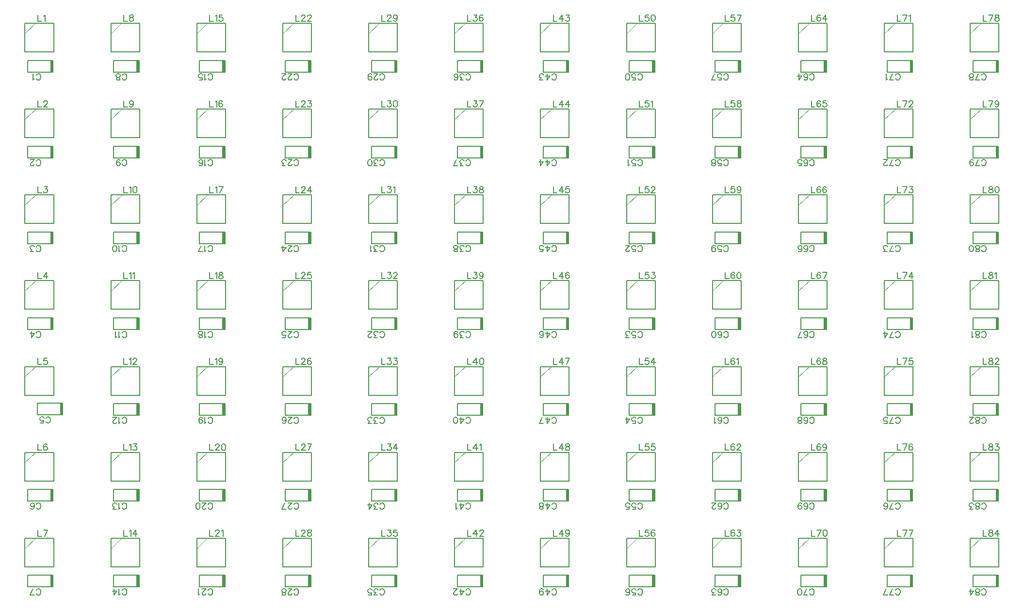
<source format=gto>
G04 Layer: TopSilkscreenLayer*
G04 EasyEDA v6.5.47, 2024-11-13 01:40:09*
G04 1c21e17b061f4530800f8f8e294a802d,69e988d02e8547bda770e33b2b7d29c3,10*
G04 Gerber Generator version 0.2*
G04 Scale: 100 percent, Rotated: No, Reflected: No *
G04 Dimensions in millimeters *
G04 leading zeros omitted , absolute positions ,4 integer and 5 decimal *
%FSLAX45Y45*%
%MOMM*%

%ADD10C,0.1524*%
%ADD11C,0.1520*%
%ADD12C,0.1000*%
%ADD13C,0.2000*%

%LPD*%
D10*
X6947408Y-1716404D02*
G01*
X6952741Y-1726819D01*
X6963156Y-1737232D01*
X6973315Y-1742312D01*
X6994143Y-1742312D01*
X7004558Y-1737232D01*
X7014972Y-1726819D01*
X7020306Y-1716404D01*
X7025386Y-1700656D01*
X7025386Y-1674748D01*
X7020306Y-1659254D01*
X7014972Y-1648840D01*
X7004558Y-1638427D01*
X6994143Y-1633346D01*
X6973315Y-1633346D01*
X6963156Y-1638427D01*
X6952741Y-1648840D01*
X6947408Y-1659254D01*
X6908038Y-1716404D02*
G01*
X6908038Y-1721485D01*
X6902704Y-1731898D01*
X6897624Y-1737232D01*
X6887209Y-1742312D01*
X6866381Y-1742312D01*
X6855968Y-1737232D01*
X6850888Y-1731898D01*
X6845554Y-1721485D01*
X6845554Y-1711070D01*
X6850888Y-1700656D01*
X6861302Y-1685162D01*
X6913118Y-1633346D01*
X6840474Y-1633346D01*
X6738620Y-1705990D02*
G01*
X6743700Y-1690496D01*
X6754113Y-1680082D01*
X6769861Y-1674748D01*
X6774941Y-1674748D01*
X6790436Y-1680082D01*
X6800850Y-1690496D01*
X6806184Y-1705990D01*
X6806184Y-1711070D01*
X6800850Y-1726819D01*
X6790436Y-1737232D01*
X6774941Y-1742312D01*
X6769861Y-1742312D01*
X6754113Y-1737232D01*
X6743700Y-1726819D01*
X6738620Y-1705990D01*
X6738620Y-1680082D01*
X6743700Y-1653920D01*
X6754113Y-1638427D01*
X6769861Y-1633346D01*
X6780275Y-1633346D01*
X6795770Y-1638427D01*
X6800850Y-1648840D01*
X6947408Y-3216402D02*
G01*
X6952741Y-3226815D01*
X6963156Y-3237229D01*
X6973315Y-3242310D01*
X6994143Y-3242310D01*
X7004558Y-3237229D01*
X7014972Y-3226815D01*
X7020306Y-3216402D01*
X7025386Y-3200654D01*
X7025386Y-3174745D01*
X7020306Y-3159252D01*
X7014972Y-3148837D01*
X7004558Y-3138423D01*
X6994143Y-3133344D01*
X6973315Y-3133344D01*
X6963156Y-3138423D01*
X6952741Y-3148837D01*
X6947408Y-3159252D01*
X6902704Y-3242310D02*
G01*
X6845554Y-3242310D01*
X6876795Y-3200654D01*
X6861302Y-3200654D01*
X6850888Y-3195573D01*
X6845554Y-3190494D01*
X6840474Y-3174745D01*
X6840474Y-3164331D01*
X6845554Y-3148837D01*
X6855968Y-3138423D01*
X6871715Y-3133344D01*
X6887209Y-3133344D01*
X6902704Y-3138423D01*
X6908038Y-3143504D01*
X6913118Y-3153918D01*
X6774941Y-3242310D02*
G01*
X6790436Y-3237229D01*
X6800850Y-3221481D01*
X6806184Y-3195573D01*
X6806184Y-3180079D01*
X6800850Y-3153918D01*
X6790436Y-3138423D01*
X6774941Y-3133344D01*
X6764527Y-3133344D01*
X6749034Y-3138423D01*
X6738620Y-3153918D01*
X6733286Y-3180079D01*
X6733286Y-3195573D01*
X6738620Y-3221481D01*
X6749034Y-3237229D01*
X6764527Y-3242310D01*
X6774941Y-3242310D01*
X6947408Y-4716398D02*
G01*
X6952741Y-4726812D01*
X6963156Y-4737227D01*
X6973315Y-4742306D01*
X6994143Y-4742306D01*
X7004558Y-4737227D01*
X7014972Y-4726812D01*
X7020306Y-4716398D01*
X7025386Y-4700651D01*
X7025386Y-4674743D01*
X7020306Y-4659248D01*
X7014972Y-4648835D01*
X7004558Y-4638420D01*
X6994143Y-4633340D01*
X6973315Y-4633340D01*
X6963156Y-4638420D01*
X6952741Y-4648835D01*
X6947408Y-4659248D01*
X6902704Y-4742306D02*
G01*
X6845554Y-4742306D01*
X6876795Y-4700651D01*
X6861302Y-4700651D01*
X6850888Y-4695570D01*
X6845554Y-4690490D01*
X6840474Y-4674743D01*
X6840474Y-4664329D01*
X6845554Y-4648835D01*
X6855968Y-4638420D01*
X6871715Y-4633340D01*
X6887209Y-4633340D01*
X6902704Y-4638420D01*
X6908038Y-4643501D01*
X6913118Y-4653914D01*
X6806184Y-4721479D02*
G01*
X6795770Y-4726812D01*
X6780275Y-4742306D01*
X6780275Y-4633340D01*
X6947408Y-6216395D02*
G01*
X6952741Y-6226810D01*
X6963156Y-6237223D01*
X6973315Y-6242304D01*
X6994143Y-6242304D01*
X7004558Y-6237223D01*
X7014972Y-6226810D01*
X7020306Y-6216395D01*
X7025386Y-6200647D01*
X7025386Y-6174739D01*
X7020306Y-6159245D01*
X7014972Y-6148831D01*
X7004558Y-6138418D01*
X6994143Y-6133337D01*
X6973315Y-6133337D01*
X6963156Y-6138418D01*
X6952741Y-6148831D01*
X6947408Y-6159245D01*
X6902704Y-6242304D02*
G01*
X6845554Y-6242304D01*
X6876795Y-6200647D01*
X6861302Y-6200647D01*
X6850888Y-6195568D01*
X6845554Y-6190487D01*
X6840474Y-6174739D01*
X6840474Y-6164326D01*
X6845554Y-6148831D01*
X6855968Y-6138418D01*
X6871715Y-6133337D01*
X6887209Y-6133337D01*
X6902704Y-6138418D01*
X6908038Y-6143497D01*
X6913118Y-6153912D01*
X6800850Y-6216395D02*
G01*
X6800850Y-6221476D01*
X6795770Y-6231889D01*
X6790436Y-6237223D01*
X6780275Y-6242304D01*
X6759447Y-6242304D01*
X6749034Y-6237223D01*
X6743700Y-6231889D01*
X6738620Y-6221476D01*
X6738620Y-6211062D01*
X6743700Y-6200647D01*
X6754113Y-6185154D01*
X6806184Y-6133337D01*
X6733286Y-6133337D01*
X6947408Y-7716393D02*
G01*
X6952741Y-7726806D01*
X6963156Y-7737220D01*
X6973315Y-7742301D01*
X6994143Y-7742301D01*
X7004558Y-7737220D01*
X7014972Y-7726806D01*
X7020306Y-7716393D01*
X7025386Y-7700645D01*
X7025386Y-7674737D01*
X7020306Y-7659243D01*
X7014972Y-7648829D01*
X7004558Y-7638414D01*
X6994143Y-7633335D01*
X6973315Y-7633335D01*
X6963156Y-7638414D01*
X6952741Y-7648829D01*
X6947408Y-7659243D01*
X6902704Y-7742301D02*
G01*
X6845554Y-7742301D01*
X6876795Y-7700645D01*
X6861302Y-7700645D01*
X6850888Y-7695564D01*
X6845554Y-7690485D01*
X6840474Y-7674737D01*
X6840474Y-7664322D01*
X6845554Y-7648829D01*
X6855968Y-7638414D01*
X6871715Y-7633335D01*
X6887209Y-7633335D01*
X6902704Y-7638414D01*
X6908038Y-7643495D01*
X6913118Y-7653909D01*
X6795770Y-7742301D02*
G01*
X6738620Y-7742301D01*
X6769861Y-7700645D01*
X6754113Y-7700645D01*
X6743700Y-7695564D01*
X6738620Y-7690485D01*
X6733286Y-7674737D01*
X6733286Y-7664322D01*
X6738620Y-7648829D01*
X6749034Y-7638414D01*
X6764527Y-7633335D01*
X6780275Y-7633335D01*
X6795770Y-7638414D01*
X6800850Y-7643495D01*
X6806184Y-7653909D01*
X6947408Y-9216389D02*
G01*
X6952741Y-9226804D01*
X6963156Y-9237218D01*
X6973315Y-9242297D01*
X6994143Y-9242297D01*
X7004558Y-9237218D01*
X7014972Y-9226804D01*
X7020306Y-9216389D01*
X7025386Y-9200642D01*
X7025386Y-9174734D01*
X7020306Y-9159239D01*
X7014972Y-9148826D01*
X7004558Y-9138412D01*
X6994143Y-9133331D01*
X6973315Y-9133331D01*
X6963156Y-9138412D01*
X6952741Y-9148826D01*
X6947408Y-9159239D01*
X6902704Y-9242297D02*
G01*
X6845554Y-9242297D01*
X6876795Y-9200642D01*
X6861302Y-9200642D01*
X6850888Y-9195562D01*
X6845554Y-9190481D01*
X6840474Y-9174734D01*
X6840474Y-9164320D01*
X6845554Y-9148826D01*
X6855968Y-9138412D01*
X6871715Y-9133331D01*
X6887209Y-9133331D01*
X6902704Y-9138412D01*
X6908038Y-9143492D01*
X6913118Y-9153905D01*
X6754113Y-9242297D02*
G01*
X6806184Y-9169654D01*
X6728206Y-9169654D01*
X6754113Y-9242297D02*
G01*
X6754113Y-9133331D01*
X6947408Y-10716387D02*
G01*
X6952741Y-10726801D01*
X6963156Y-10737214D01*
X6973315Y-10742295D01*
X6994143Y-10742295D01*
X7004558Y-10737214D01*
X7014972Y-10726801D01*
X7020306Y-10716387D01*
X7025386Y-10700638D01*
X7025386Y-10674730D01*
X7020306Y-10659237D01*
X7014972Y-10648822D01*
X7004558Y-10638409D01*
X6994143Y-10633329D01*
X6973315Y-10633329D01*
X6963156Y-10638409D01*
X6952741Y-10648822D01*
X6947408Y-10659237D01*
X6902704Y-10742295D02*
G01*
X6845554Y-10742295D01*
X6876795Y-10700638D01*
X6861302Y-10700638D01*
X6850888Y-10695559D01*
X6845554Y-10690479D01*
X6840474Y-10674730D01*
X6840474Y-10664317D01*
X6845554Y-10648822D01*
X6855968Y-10638409D01*
X6871715Y-10633329D01*
X6887209Y-10633329D01*
X6902704Y-10638409D01*
X6908038Y-10643488D01*
X6913118Y-10653903D01*
X6743700Y-10742295D02*
G01*
X6795770Y-10742295D01*
X6800850Y-10695559D01*
X6795770Y-10700638D01*
X6780275Y-10705972D01*
X6764527Y-10705972D01*
X6749034Y-10700638D01*
X6738620Y-10690479D01*
X6733286Y-10674730D01*
X6733286Y-10664317D01*
X6738620Y-10648822D01*
X6749034Y-10638409D01*
X6764527Y-10633329D01*
X6780275Y-10633329D01*
X6795770Y-10638409D01*
X6800850Y-10643488D01*
X6806184Y-10653903D01*
X8447404Y-1716404D02*
G01*
X8452738Y-1726819D01*
X8463152Y-1737232D01*
X8473313Y-1742312D01*
X8494140Y-1742312D01*
X8504554Y-1737232D01*
X8514968Y-1726819D01*
X8520302Y-1716404D01*
X8525383Y-1700656D01*
X8525383Y-1674748D01*
X8520302Y-1659254D01*
X8514968Y-1648840D01*
X8504554Y-1638427D01*
X8494140Y-1633346D01*
X8473313Y-1633346D01*
X8463152Y-1638427D01*
X8452738Y-1648840D01*
X8447404Y-1659254D01*
X8402700Y-1742312D02*
G01*
X8345550Y-1742312D01*
X8376793Y-1700656D01*
X8361299Y-1700656D01*
X8350884Y-1695577D01*
X8345550Y-1690496D01*
X8340470Y-1674748D01*
X8340470Y-1664335D01*
X8345550Y-1648840D01*
X8355965Y-1638427D01*
X8371713Y-1633346D01*
X8387206Y-1633346D01*
X8402700Y-1638427D01*
X8408034Y-1643506D01*
X8413115Y-1653920D01*
X8243697Y-1726819D02*
G01*
X8249031Y-1737232D01*
X8264525Y-1742312D01*
X8274938Y-1742312D01*
X8290433Y-1737232D01*
X8300847Y-1721485D01*
X8306181Y-1695577D01*
X8306181Y-1669669D01*
X8300847Y-1648840D01*
X8290433Y-1638427D01*
X8274938Y-1633346D01*
X8269859Y-1633346D01*
X8254111Y-1638427D01*
X8243697Y-1648840D01*
X8238616Y-1664335D01*
X8238616Y-1669669D01*
X8243697Y-1685162D01*
X8254111Y-1695577D01*
X8269859Y-1700656D01*
X8274938Y-1700656D01*
X8290433Y-1695577D01*
X8300847Y-1685162D01*
X8306181Y-1669669D01*
X8447404Y-3216402D02*
G01*
X8452738Y-3226815D01*
X8463152Y-3237229D01*
X8473313Y-3242310D01*
X8494140Y-3242310D01*
X8504554Y-3237229D01*
X8514968Y-3226815D01*
X8520302Y-3216402D01*
X8525383Y-3200654D01*
X8525383Y-3174745D01*
X8520302Y-3159252D01*
X8514968Y-3148837D01*
X8504554Y-3138423D01*
X8494140Y-3133344D01*
X8473313Y-3133344D01*
X8463152Y-3138423D01*
X8452738Y-3148837D01*
X8447404Y-3159252D01*
X8402700Y-3242310D02*
G01*
X8345550Y-3242310D01*
X8376793Y-3200654D01*
X8361299Y-3200654D01*
X8350884Y-3195573D01*
X8345550Y-3190494D01*
X8340470Y-3174745D01*
X8340470Y-3164331D01*
X8345550Y-3148837D01*
X8355965Y-3138423D01*
X8371713Y-3133344D01*
X8387206Y-3133344D01*
X8402700Y-3138423D01*
X8408034Y-3143504D01*
X8413115Y-3153918D01*
X8233283Y-3242310D02*
G01*
X8285352Y-3133344D01*
X8306181Y-3242310D02*
G01*
X8233283Y-3242310D01*
X8447404Y-4716398D02*
G01*
X8452738Y-4726812D01*
X8463152Y-4737227D01*
X8473313Y-4742306D01*
X8494140Y-4742306D01*
X8504554Y-4737227D01*
X8514968Y-4726812D01*
X8520302Y-4716398D01*
X8525383Y-4700651D01*
X8525383Y-4674743D01*
X8520302Y-4659248D01*
X8514968Y-4648835D01*
X8504554Y-4638420D01*
X8494140Y-4633340D01*
X8473313Y-4633340D01*
X8463152Y-4638420D01*
X8452738Y-4648835D01*
X8447404Y-4659248D01*
X8402700Y-4742306D02*
G01*
X8345550Y-4742306D01*
X8376793Y-4700651D01*
X8361299Y-4700651D01*
X8350884Y-4695570D01*
X8345550Y-4690490D01*
X8340470Y-4674743D01*
X8340470Y-4664329D01*
X8345550Y-4648835D01*
X8355965Y-4638420D01*
X8371713Y-4633340D01*
X8387206Y-4633340D01*
X8402700Y-4638420D01*
X8408034Y-4643501D01*
X8413115Y-4653914D01*
X8280272Y-4742306D02*
G01*
X8295766Y-4737227D01*
X8300847Y-4726812D01*
X8300847Y-4716398D01*
X8295766Y-4705985D01*
X8285352Y-4700651D01*
X8264525Y-4695570D01*
X8249031Y-4690490D01*
X8238616Y-4680077D01*
X8233283Y-4669662D01*
X8233283Y-4653914D01*
X8238616Y-4643501D01*
X8243697Y-4638420D01*
X8259445Y-4633340D01*
X8280272Y-4633340D01*
X8295766Y-4638420D01*
X8300847Y-4643501D01*
X8306181Y-4653914D01*
X8306181Y-4669662D01*
X8300847Y-4680077D01*
X8290433Y-4690490D01*
X8274938Y-4695570D01*
X8254111Y-4700651D01*
X8243697Y-4705985D01*
X8238616Y-4716398D01*
X8238616Y-4726812D01*
X8243697Y-4737227D01*
X8259445Y-4742306D01*
X8280272Y-4742306D01*
X8447404Y-6216395D02*
G01*
X8452738Y-6226810D01*
X8463152Y-6237223D01*
X8473313Y-6242304D01*
X8494140Y-6242304D01*
X8504554Y-6237223D01*
X8514968Y-6226810D01*
X8520302Y-6216395D01*
X8525383Y-6200647D01*
X8525383Y-6174739D01*
X8520302Y-6159245D01*
X8514968Y-6148831D01*
X8504554Y-6138418D01*
X8494140Y-6133337D01*
X8473313Y-6133337D01*
X8463152Y-6138418D01*
X8452738Y-6148831D01*
X8447404Y-6159245D01*
X8402700Y-6242304D02*
G01*
X8345550Y-6242304D01*
X8376793Y-6200647D01*
X8361299Y-6200647D01*
X8350884Y-6195568D01*
X8345550Y-6190487D01*
X8340470Y-6174739D01*
X8340470Y-6164326D01*
X8345550Y-6148831D01*
X8355965Y-6138418D01*
X8371713Y-6133337D01*
X8387206Y-6133337D01*
X8402700Y-6138418D01*
X8408034Y-6143497D01*
X8413115Y-6153912D01*
X8238616Y-6205981D02*
G01*
X8243697Y-6190487D01*
X8254111Y-6180073D01*
X8269859Y-6174739D01*
X8274938Y-6174739D01*
X8290433Y-6180073D01*
X8300847Y-6190487D01*
X8306181Y-6205981D01*
X8306181Y-6211062D01*
X8300847Y-6226810D01*
X8290433Y-6237223D01*
X8274938Y-6242304D01*
X8269859Y-6242304D01*
X8254111Y-6237223D01*
X8243697Y-6226810D01*
X8238616Y-6205981D01*
X8238616Y-6180073D01*
X8243697Y-6153912D01*
X8254111Y-6138418D01*
X8269859Y-6133337D01*
X8280272Y-6133337D01*
X8295766Y-6138418D01*
X8300847Y-6148831D01*
X8447404Y-7716393D02*
G01*
X8452738Y-7726806D01*
X8463152Y-7737220D01*
X8473313Y-7742301D01*
X8494140Y-7742301D01*
X8504554Y-7737220D01*
X8514968Y-7726806D01*
X8520302Y-7716393D01*
X8525383Y-7700645D01*
X8525383Y-7674737D01*
X8520302Y-7659243D01*
X8514968Y-7648829D01*
X8504554Y-7638414D01*
X8494140Y-7633335D01*
X8473313Y-7633335D01*
X8463152Y-7638414D01*
X8452738Y-7648829D01*
X8447404Y-7659243D01*
X8361299Y-7742301D02*
G01*
X8413115Y-7669656D01*
X8335136Y-7669656D01*
X8361299Y-7742301D02*
G01*
X8361299Y-7633335D01*
X8269859Y-7742301D02*
G01*
X8285352Y-7737220D01*
X8295766Y-7721472D01*
X8300847Y-7695564D01*
X8300847Y-7680070D01*
X8295766Y-7653909D01*
X8285352Y-7638414D01*
X8269859Y-7633335D01*
X8259445Y-7633335D01*
X8243697Y-7638414D01*
X8233283Y-7653909D01*
X8228202Y-7680070D01*
X8228202Y-7695564D01*
X8233283Y-7721472D01*
X8243697Y-7737220D01*
X8259445Y-7742301D01*
X8269859Y-7742301D01*
X8447404Y-9216389D02*
G01*
X8452738Y-9226804D01*
X8463152Y-9237218D01*
X8473313Y-9242297D01*
X8494140Y-9242297D01*
X8504554Y-9237218D01*
X8514968Y-9226804D01*
X8520302Y-9216389D01*
X8525383Y-9200642D01*
X8525383Y-9174734D01*
X8520302Y-9159239D01*
X8514968Y-9148826D01*
X8504554Y-9138412D01*
X8494140Y-9133331D01*
X8473313Y-9133331D01*
X8463152Y-9138412D01*
X8452738Y-9148826D01*
X8447404Y-9159239D01*
X8361299Y-9242297D02*
G01*
X8413115Y-9169654D01*
X8335136Y-9169654D01*
X8361299Y-9242297D02*
G01*
X8361299Y-9133331D01*
X8300847Y-9221470D02*
G01*
X8290433Y-9226804D01*
X8274938Y-9242297D01*
X8274938Y-9133331D01*
X8447404Y-10716387D02*
G01*
X8452738Y-10726801D01*
X8463152Y-10737214D01*
X8473313Y-10742295D01*
X8494140Y-10742295D01*
X8504554Y-10737214D01*
X8514968Y-10726801D01*
X8520302Y-10716387D01*
X8525383Y-10700638D01*
X8525383Y-10674730D01*
X8520302Y-10659237D01*
X8514968Y-10648822D01*
X8504554Y-10638409D01*
X8494140Y-10633329D01*
X8473313Y-10633329D01*
X8463152Y-10638409D01*
X8452738Y-10648822D01*
X8447404Y-10659237D01*
X8361299Y-10742295D02*
G01*
X8413115Y-10669651D01*
X8335136Y-10669651D01*
X8361299Y-10742295D02*
G01*
X8361299Y-10633329D01*
X8295766Y-10716387D02*
G01*
X8295766Y-10721467D01*
X8290433Y-10731880D01*
X8285352Y-10737214D01*
X8274938Y-10742295D01*
X8254111Y-10742295D01*
X8243697Y-10737214D01*
X8238616Y-10731880D01*
X8233283Y-10721467D01*
X8233283Y-10711053D01*
X8238616Y-10700638D01*
X8249031Y-10685145D01*
X8300847Y-10633329D01*
X8228202Y-10633329D01*
X9947402Y-1716404D02*
G01*
X9952736Y-1726819D01*
X9963150Y-1737232D01*
X9973309Y-1742312D01*
X9994138Y-1742312D01*
X10004552Y-1737232D01*
X10014965Y-1726819D01*
X10020300Y-1716404D01*
X10025379Y-1700656D01*
X10025379Y-1674748D01*
X10020300Y-1659254D01*
X10014965Y-1648840D01*
X10004552Y-1638427D01*
X9994138Y-1633346D01*
X9973309Y-1633346D01*
X9963150Y-1638427D01*
X9952736Y-1648840D01*
X9947402Y-1659254D01*
X9861295Y-1742312D02*
G01*
X9913111Y-1669669D01*
X9835134Y-1669669D01*
X9861295Y-1742312D02*
G01*
X9861295Y-1633346D01*
X9790429Y-1742312D02*
G01*
X9733279Y-1742312D01*
X9764522Y-1700656D01*
X9749027Y-1700656D01*
X9738613Y-1695577D01*
X9733279Y-1690496D01*
X9728200Y-1674748D01*
X9728200Y-1664335D01*
X9733279Y-1648840D01*
X9743693Y-1638427D01*
X9759441Y-1633346D01*
X9774936Y-1633346D01*
X9790429Y-1638427D01*
X9795763Y-1643506D01*
X9800843Y-1653920D01*
X9947402Y-3216402D02*
G01*
X9952736Y-3226815D01*
X9963150Y-3237229D01*
X9973309Y-3242310D01*
X9994138Y-3242310D01*
X10004552Y-3237229D01*
X10014965Y-3226815D01*
X10020300Y-3216402D01*
X10025379Y-3200654D01*
X10025379Y-3174745D01*
X10020300Y-3159252D01*
X10014965Y-3148837D01*
X10004552Y-3138423D01*
X9994138Y-3133344D01*
X9973309Y-3133344D01*
X9963150Y-3138423D01*
X9952736Y-3148837D01*
X9947402Y-3159252D01*
X9861295Y-3242310D02*
G01*
X9913111Y-3169665D01*
X9835134Y-3169665D01*
X9861295Y-3242310D02*
G01*
X9861295Y-3133344D01*
X9749027Y-3242310D02*
G01*
X9800843Y-3169665D01*
X9723120Y-3169665D01*
X9749027Y-3242310D02*
G01*
X9749027Y-3133344D01*
X9947402Y-4716398D02*
G01*
X9952736Y-4726812D01*
X9963150Y-4737227D01*
X9973309Y-4742306D01*
X9994138Y-4742306D01*
X10004552Y-4737227D01*
X10014965Y-4726812D01*
X10020300Y-4716398D01*
X10025379Y-4700651D01*
X10025379Y-4674743D01*
X10020300Y-4659248D01*
X10014965Y-4648835D01*
X10004552Y-4638420D01*
X9994138Y-4633340D01*
X9973309Y-4633340D01*
X9963150Y-4638420D01*
X9952736Y-4648835D01*
X9947402Y-4659248D01*
X9861295Y-4742306D02*
G01*
X9913111Y-4669662D01*
X9835134Y-4669662D01*
X9861295Y-4742306D02*
G01*
X9861295Y-4633340D01*
X9738613Y-4742306D02*
G01*
X9790429Y-4742306D01*
X9795763Y-4695570D01*
X9790429Y-4700651D01*
X9774936Y-4705985D01*
X9759441Y-4705985D01*
X9743693Y-4700651D01*
X9733279Y-4690490D01*
X9728200Y-4674743D01*
X9728200Y-4664329D01*
X9733279Y-4648835D01*
X9743693Y-4638420D01*
X9759441Y-4633340D01*
X9774936Y-4633340D01*
X9790429Y-4638420D01*
X9795763Y-4643501D01*
X9800843Y-4653914D01*
X9947402Y-6216395D02*
G01*
X9952736Y-6226810D01*
X9963150Y-6237223D01*
X9973309Y-6242304D01*
X9994138Y-6242304D01*
X10004552Y-6237223D01*
X10014965Y-6226810D01*
X10020300Y-6216395D01*
X10025379Y-6200647D01*
X10025379Y-6174739D01*
X10020300Y-6159245D01*
X10014965Y-6148831D01*
X10004552Y-6138418D01*
X9994138Y-6133337D01*
X9973309Y-6133337D01*
X9963150Y-6138418D01*
X9952736Y-6148831D01*
X9947402Y-6159245D01*
X9861295Y-6242304D02*
G01*
X9913111Y-6169660D01*
X9835134Y-6169660D01*
X9861295Y-6242304D02*
G01*
X9861295Y-6133337D01*
X9738613Y-6226810D02*
G01*
X9743693Y-6237223D01*
X9759441Y-6242304D01*
X9769856Y-6242304D01*
X9785350Y-6237223D01*
X9795763Y-6221476D01*
X9800843Y-6195568D01*
X9800843Y-6169660D01*
X9795763Y-6148831D01*
X9785350Y-6138418D01*
X9769856Y-6133337D01*
X9764522Y-6133337D01*
X9749027Y-6138418D01*
X9738613Y-6148831D01*
X9733279Y-6164326D01*
X9733279Y-6169660D01*
X9738613Y-6185154D01*
X9749027Y-6195568D01*
X9764522Y-6200647D01*
X9769856Y-6200647D01*
X9785350Y-6195568D01*
X9795763Y-6185154D01*
X9800843Y-6169660D01*
X9947402Y-7716393D02*
G01*
X9952736Y-7726806D01*
X9963150Y-7737220D01*
X9973309Y-7742301D01*
X9994138Y-7742301D01*
X10004552Y-7737220D01*
X10014965Y-7726806D01*
X10020300Y-7716393D01*
X10025379Y-7700645D01*
X10025379Y-7674737D01*
X10020300Y-7659243D01*
X10014965Y-7648829D01*
X10004552Y-7638414D01*
X9994138Y-7633335D01*
X9973309Y-7633335D01*
X9963150Y-7638414D01*
X9952736Y-7648829D01*
X9947402Y-7659243D01*
X9861295Y-7742301D02*
G01*
X9913111Y-7669656D01*
X9835134Y-7669656D01*
X9861295Y-7742301D02*
G01*
X9861295Y-7633335D01*
X9728200Y-7742301D02*
G01*
X9780270Y-7633335D01*
X9800843Y-7742301D02*
G01*
X9728200Y-7742301D01*
X9947402Y-9216389D02*
G01*
X9952736Y-9226804D01*
X9963150Y-9237218D01*
X9973309Y-9242297D01*
X9994138Y-9242297D01*
X10004552Y-9237218D01*
X10014965Y-9226804D01*
X10020300Y-9216389D01*
X10025379Y-9200642D01*
X10025379Y-9174734D01*
X10020300Y-9159239D01*
X10014965Y-9148826D01*
X10004552Y-9138412D01*
X9994138Y-9133331D01*
X9973309Y-9133331D01*
X9963150Y-9138412D01*
X9952736Y-9148826D01*
X9947402Y-9159239D01*
X9861295Y-9242297D02*
G01*
X9913111Y-9169654D01*
X9835134Y-9169654D01*
X9861295Y-9242297D02*
G01*
X9861295Y-9133331D01*
X9774936Y-9242297D02*
G01*
X9790429Y-9237218D01*
X9795763Y-9226804D01*
X9795763Y-9216389D01*
X9790429Y-9205976D01*
X9780270Y-9200642D01*
X9759441Y-9195562D01*
X9743693Y-9190481D01*
X9733279Y-9180068D01*
X9728200Y-9169654D01*
X9728200Y-9153905D01*
X9733279Y-9143492D01*
X9738613Y-9138412D01*
X9754108Y-9133331D01*
X9774936Y-9133331D01*
X9790429Y-9138412D01*
X9795763Y-9143492D01*
X9800843Y-9153905D01*
X9800843Y-9169654D01*
X9795763Y-9180068D01*
X9785350Y-9190481D01*
X9769856Y-9195562D01*
X9749027Y-9200642D01*
X9738613Y-9205976D01*
X9733279Y-9216389D01*
X9733279Y-9226804D01*
X9738613Y-9237218D01*
X9754108Y-9242297D01*
X9774936Y-9242297D01*
X9947402Y-10716387D02*
G01*
X9952736Y-10726801D01*
X9963150Y-10737214D01*
X9973309Y-10742295D01*
X9994138Y-10742295D01*
X10004552Y-10737214D01*
X10014965Y-10726801D01*
X10020300Y-10716387D01*
X10025379Y-10700638D01*
X10025379Y-10674730D01*
X10020300Y-10659237D01*
X10014965Y-10648822D01*
X10004552Y-10638409D01*
X9994138Y-10633329D01*
X9973309Y-10633329D01*
X9963150Y-10638409D01*
X9952736Y-10648822D01*
X9947402Y-10659237D01*
X9861295Y-10742295D02*
G01*
X9913111Y-10669651D01*
X9835134Y-10669651D01*
X9861295Y-10742295D02*
G01*
X9861295Y-10633329D01*
X9733279Y-10705972D02*
G01*
X9738613Y-10690479D01*
X9749027Y-10680064D01*
X9764522Y-10674730D01*
X9769856Y-10674730D01*
X9785350Y-10680064D01*
X9795763Y-10690479D01*
X9800843Y-10705972D01*
X9800843Y-10711053D01*
X9795763Y-10726801D01*
X9785350Y-10737214D01*
X9769856Y-10742295D01*
X9764522Y-10742295D01*
X9749027Y-10737214D01*
X9738613Y-10726801D01*
X9733279Y-10705972D01*
X9733279Y-10680064D01*
X9738613Y-10653903D01*
X9749027Y-10638409D01*
X9764522Y-10633329D01*
X9774936Y-10633329D01*
X9790429Y-10638409D01*
X9795763Y-10648822D01*
X11447399Y-1716404D02*
G01*
X11452733Y-1726819D01*
X11463147Y-1737232D01*
X11473306Y-1742312D01*
X11494134Y-1742312D01*
X11504549Y-1737232D01*
X11514963Y-1726819D01*
X11520297Y-1716404D01*
X11525377Y-1700656D01*
X11525377Y-1674748D01*
X11520297Y-1659254D01*
X11514963Y-1648840D01*
X11504549Y-1638427D01*
X11494134Y-1633346D01*
X11473306Y-1633346D01*
X11463147Y-1638427D01*
X11452733Y-1648840D01*
X11447399Y-1659254D01*
X11350879Y-1742312D02*
G01*
X11402695Y-1742312D01*
X11408029Y-1695577D01*
X11402695Y-1700656D01*
X11387200Y-1705990D01*
X11371706Y-1705990D01*
X11355959Y-1700656D01*
X11345545Y-1690496D01*
X11340465Y-1674748D01*
X11340465Y-1664335D01*
X11345545Y-1648840D01*
X11355959Y-1638427D01*
X11371706Y-1633346D01*
X11387200Y-1633346D01*
X11402695Y-1638427D01*
X11408029Y-1643506D01*
X11413109Y-1653920D01*
X11274933Y-1742312D02*
G01*
X11290427Y-1737232D01*
X11300840Y-1721485D01*
X11306175Y-1695577D01*
X11306175Y-1680082D01*
X11300840Y-1653920D01*
X11290427Y-1638427D01*
X11274933Y-1633346D01*
X11264518Y-1633346D01*
X11249025Y-1638427D01*
X11238611Y-1653920D01*
X11233277Y-1680082D01*
X11233277Y-1695577D01*
X11238611Y-1721485D01*
X11249025Y-1737232D01*
X11264518Y-1742312D01*
X11274933Y-1742312D01*
X11447399Y-3216402D02*
G01*
X11452733Y-3226815D01*
X11463147Y-3237229D01*
X11473306Y-3242310D01*
X11494134Y-3242310D01*
X11504549Y-3237229D01*
X11514963Y-3226815D01*
X11520297Y-3216402D01*
X11525377Y-3200654D01*
X11525377Y-3174745D01*
X11520297Y-3159252D01*
X11514963Y-3148837D01*
X11504549Y-3138423D01*
X11494134Y-3133344D01*
X11473306Y-3133344D01*
X11463147Y-3138423D01*
X11452733Y-3148837D01*
X11447399Y-3159252D01*
X11350879Y-3242310D02*
G01*
X11402695Y-3242310D01*
X11408029Y-3195573D01*
X11402695Y-3200654D01*
X11387200Y-3205987D01*
X11371706Y-3205987D01*
X11355959Y-3200654D01*
X11345545Y-3190494D01*
X11340465Y-3174745D01*
X11340465Y-3164331D01*
X11345545Y-3148837D01*
X11355959Y-3138423D01*
X11371706Y-3133344D01*
X11387200Y-3133344D01*
X11402695Y-3138423D01*
X11408029Y-3143504D01*
X11413109Y-3153918D01*
X11306175Y-3221481D02*
G01*
X11295761Y-3226815D01*
X11280266Y-3242310D01*
X11280266Y-3133344D01*
X11447399Y-4716398D02*
G01*
X11452733Y-4726812D01*
X11463147Y-4737227D01*
X11473306Y-4742306D01*
X11494134Y-4742306D01*
X11504549Y-4737227D01*
X11514963Y-4726812D01*
X11520297Y-4716398D01*
X11525377Y-4700651D01*
X11525377Y-4674743D01*
X11520297Y-4659248D01*
X11514963Y-4648835D01*
X11504549Y-4638420D01*
X11494134Y-4633340D01*
X11473306Y-4633340D01*
X11463147Y-4638420D01*
X11452733Y-4648835D01*
X11447399Y-4659248D01*
X11350879Y-4742306D02*
G01*
X11402695Y-4742306D01*
X11408029Y-4695570D01*
X11402695Y-4700651D01*
X11387200Y-4705985D01*
X11371706Y-4705985D01*
X11355959Y-4700651D01*
X11345545Y-4690490D01*
X11340465Y-4674743D01*
X11340465Y-4664329D01*
X11345545Y-4648835D01*
X11355959Y-4638420D01*
X11371706Y-4633340D01*
X11387200Y-4633340D01*
X11402695Y-4638420D01*
X11408029Y-4643501D01*
X11413109Y-4653914D01*
X11300840Y-4716398D02*
G01*
X11300840Y-4721479D01*
X11295761Y-4731893D01*
X11290427Y-4737227D01*
X11280266Y-4742306D01*
X11259438Y-4742306D01*
X11249025Y-4737227D01*
X11243690Y-4731893D01*
X11238611Y-4721479D01*
X11238611Y-4711064D01*
X11243690Y-4700651D01*
X11254104Y-4685156D01*
X11306175Y-4633340D01*
X11233277Y-4633340D01*
X11447399Y-6216395D02*
G01*
X11452733Y-6226810D01*
X11463147Y-6237223D01*
X11473306Y-6242304D01*
X11494134Y-6242304D01*
X11504549Y-6237223D01*
X11514963Y-6226810D01*
X11520297Y-6216395D01*
X11525377Y-6200647D01*
X11525377Y-6174739D01*
X11520297Y-6159245D01*
X11514963Y-6148831D01*
X11504549Y-6138418D01*
X11494134Y-6133337D01*
X11473306Y-6133337D01*
X11463147Y-6138418D01*
X11452733Y-6148831D01*
X11447399Y-6159245D01*
X11350879Y-6242304D02*
G01*
X11402695Y-6242304D01*
X11408029Y-6195568D01*
X11402695Y-6200647D01*
X11387200Y-6205981D01*
X11371706Y-6205981D01*
X11355959Y-6200647D01*
X11345545Y-6190487D01*
X11340465Y-6174739D01*
X11340465Y-6164326D01*
X11345545Y-6148831D01*
X11355959Y-6138418D01*
X11371706Y-6133337D01*
X11387200Y-6133337D01*
X11402695Y-6138418D01*
X11408029Y-6143497D01*
X11413109Y-6153912D01*
X11295761Y-6242304D02*
G01*
X11238611Y-6242304D01*
X11269852Y-6200647D01*
X11254104Y-6200647D01*
X11243690Y-6195568D01*
X11238611Y-6190487D01*
X11233277Y-6174739D01*
X11233277Y-6164326D01*
X11238611Y-6148831D01*
X11249025Y-6138418D01*
X11264518Y-6133337D01*
X11280266Y-6133337D01*
X11295761Y-6138418D01*
X11300840Y-6143497D01*
X11306175Y-6153912D01*
X11447399Y-7716393D02*
G01*
X11452733Y-7726806D01*
X11463147Y-7737220D01*
X11473306Y-7742301D01*
X11494134Y-7742301D01*
X11504549Y-7737220D01*
X11514963Y-7726806D01*
X11520297Y-7716393D01*
X11525377Y-7700645D01*
X11525377Y-7674737D01*
X11520297Y-7659243D01*
X11514963Y-7648829D01*
X11504549Y-7638414D01*
X11494134Y-7633335D01*
X11473306Y-7633335D01*
X11463147Y-7638414D01*
X11452733Y-7648829D01*
X11447399Y-7659243D01*
X11350879Y-7742301D02*
G01*
X11402695Y-7742301D01*
X11408029Y-7695564D01*
X11402695Y-7700645D01*
X11387200Y-7705979D01*
X11371706Y-7705979D01*
X11355959Y-7700645D01*
X11345545Y-7690485D01*
X11340465Y-7674737D01*
X11340465Y-7664322D01*
X11345545Y-7648829D01*
X11355959Y-7638414D01*
X11371706Y-7633335D01*
X11387200Y-7633335D01*
X11402695Y-7638414D01*
X11408029Y-7643495D01*
X11413109Y-7653909D01*
X11254104Y-7742301D02*
G01*
X11306175Y-7669656D01*
X11228197Y-7669656D01*
X11254104Y-7742301D02*
G01*
X11254104Y-7633335D01*
X11447399Y-9216389D02*
G01*
X11452733Y-9226804D01*
X11463147Y-9237218D01*
X11473306Y-9242297D01*
X11494134Y-9242297D01*
X11504549Y-9237218D01*
X11514963Y-9226804D01*
X11520297Y-9216389D01*
X11525377Y-9200642D01*
X11525377Y-9174734D01*
X11520297Y-9159239D01*
X11514963Y-9148826D01*
X11504549Y-9138412D01*
X11494134Y-9133331D01*
X11473306Y-9133331D01*
X11463147Y-9138412D01*
X11452733Y-9148826D01*
X11447399Y-9159239D01*
X11350879Y-9242297D02*
G01*
X11402695Y-9242297D01*
X11408029Y-9195562D01*
X11402695Y-9200642D01*
X11387200Y-9205976D01*
X11371706Y-9205976D01*
X11355959Y-9200642D01*
X11345545Y-9190481D01*
X11340465Y-9174734D01*
X11340465Y-9164320D01*
X11345545Y-9148826D01*
X11355959Y-9138412D01*
X11371706Y-9133331D01*
X11387200Y-9133331D01*
X11402695Y-9138412D01*
X11408029Y-9143492D01*
X11413109Y-9153905D01*
X11243690Y-9242297D02*
G01*
X11295761Y-9242297D01*
X11300840Y-9195562D01*
X11295761Y-9200642D01*
X11280266Y-9205976D01*
X11264518Y-9205976D01*
X11249025Y-9200642D01*
X11238611Y-9190481D01*
X11233277Y-9174734D01*
X11233277Y-9164320D01*
X11238611Y-9148826D01*
X11249025Y-9138412D01*
X11264518Y-9133331D01*
X11280266Y-9133331D01*
X11295761Y-9138412D01*
X11300840Y-9143492D01*
X11306175Y-9153905D01*
X11447399Y-10716387D02*
G01*
X11452733Y-10726801D01*
X11463147Y-10737214D01*
X11473306Y-10742295D01*
X11494134Y-10742295D01*
X11504549Y-10737214D01*
X11514963Y-10726801D01*
X11520297Y-10716387D01*
X11525377Y-10700638D01*
X11525377Y-10674730D01*
X11520297Y-10659237D01*
X11514963Y-10648822D01*
X11504549Y-10638409D01*
X11494134Y-10633329D01*
X11473306Y-10633329D01*
X11463147Y-10638409D01*
X11452733Y-10648822D01*
X11447399Y-10659237D01*
X11350879Y-10742295D02*
G01*
X11402695Y-10742295D01*
X11408029Y-10695559D01*
X11402695Y-10700638D01*
X11387200Y-10705972D01*
X11371706Y-10705972D01*
X11355959Y-10700638D01*
X11345545Y-10690479D01*
X11340465Y-10674730D01*
X11340465Y-10664317D01*
X11345545Y-10648822D01*
X11355959Y-10638409D01*
X11371706Y-10633329D01*
X11387200Y-10633329D01*
X11402695Y-10638409D01*
X11408029Y-10643488D01*
X11413109Y-10653903D01*
X11243690Y-10726801D02*
G01*
X11249025Y-10737214D01*
X11264518Y-10742295D01*
X11274933Y-10742295D01*
X11290427Y-10737214D01*
X11300840Y-10721467D01*
X11306175Y-10695559D01*
X11306175Y-10669651D01*
X11300840Y-10648822D01*
X11290427Y-10638409D01*
X11274933Y-10633329D01*
X11269852Y-10633329D01*
X11254104Y-10638409D01*
X11243690Y-10648822D01*
X11238611Y-10664317D01*
X11238611Y-10669651D01*
X11243690Y-10685145D01*
X11254104Y-10695559D01*
X11269852Y-10700638D01*
X11274933Y-10700638D01*
X11290427Y-10695559D01*
X11300840Y-10685145D01*
X11306175Y-10669651D01*
X12947395Y-1716404D02*
G01*
X12952729Y-1726819D01*
X12963143Y-1737232D01*
X12973304Y-1742312D01*
X12994131Y-1742312D01*
X13004545Y-1737232D01*
X13014959Y-1726819D01*
X13020293Y-1716404D01*
X13025374Y-1700656D01*
X13025374Y-1674748D01*
X13020293Y-1659254D01*
X13014959Y-1648840D01*
X13004545Y-1638427D01*
X12994131Y-1633346D01*
X12973304Y-1633346D01*
X12963143Y-1638427D01*
X12952729Y-1648840D01*
X12947395Y-1659254D01*
X12850875Y-1742312D02*
G01*
X12902691Y-1742312D01*
X12908025Y-1695577D01*
X12902691Y-1700656D01*
X12887197Y-1705990D01*
X12871704Y-1705990D01*
X12855956Y-1700656D01*
X12845541Y-1690496D01*
X12840461Y-1674748D01*
X12840461Y-1664335D01*
X12845541Y-1648840D01*
X12855956Y-1638427D01*
X12871704Y-1633346D01*
X12887197Y-1633346D01*
X12902691Y-1638427D01*
X12908025Y-1643506D01*
X12913106Y-1653920D01*
X12733274Y-1742312D02*
G01*
X12785343Y-1633346D01*
X12806172Y-1742312D02*
G01*
X12733274Y-1742312D01*
X12947395Y-3216402D02*
G01*
X12952729Y-3226815D01*
X12963143Y-3237229D01*
X12973304Y-3242310D01*
X12994131Y-3242310D01*
X13004545Y-3237229D01*
X13014959Y-3226815D01*
X13020293Y-3216402D01*
X13025374Y-3200654D01*
X13025374Y-3174745D01*
X13020293Y-3159252D01*
X13014959Y-3148837D01*
X13004545Y-3138423D01*
X12994131Y-3133344D01*
X12973304Y-3133344D01*
X12963143Y-3138423D01*
X12952729Y-3148837D01*
X12947395Y-3159252D01*
X12850875Y-3242310D02*
G01*
X12902691Y-3242310D01*
X12908025Y-3195573D01*
X12902691Y-3200654D01*
X12887197Y-3205987D01*
X12871704Y-3205987D01*
X12855956Y-3200654D01*
X12845541Y-3190494D01*
X12840461Y-3174745D01*
X12840461Y-3164331D01*
X12845541Y-3148837D01*
X12855956Y-3138423D01*
X12871704Y-3133344D01*
X12887197Y-3133344D01*
X12902691Y-3138423D01*
X12908025Y-3143504D01*
X12913106Y-3153918D01*
X12780263Y-3242310D02*
G01*
X12795758Y-3237229D01*
X12800838Y-3226815D01*
X12800838Y-3216402D01*
X12795758Y-3205987D01*
X12785343Y-3200654D01*
X12764515Y-3195573D01*
X12749022Y-3190494D01*
X12738608Y-3180079D01*
X12733274Y-3169665D01*
X12733274Y-3153918D01*
X12738608Y-3143504D01*
X12743688Y-3138423D01*
X12759436Y-3133344D01*
X12780263Y-3133344D01*
X12795758Y-3138423D01*
X12800838Y-3143504D01*
X12806172Y-3153918D01*
X12806172Y-3169665D01*
X12800838Y-3180079D01*
X12790424Y-3190494D01*
X12774929Y-3195573D01*
X12754102Y-3200654D01*
X12743688Y-3205987D01*
X12738608Y-3216402D01*
X12738608Y-3226815D01*
X12743688Y-3237229D01*
X12759436Y-3242310D01*
X12780263Y-3242310D01*
X12947395Y-4716398D02*
G01*
X12952729Y-4726812D01*
X12963143Y-4737227D01*
X12973304Y-4742306D01*
X12994131Y-4742306D01*
X13004545Y-4737227D01*
X13014959Y-4726812D01*
X13020293Y-4716398D01*
X13025374Y-4700651D01*
X13025374Y-4674743D01*
X13020293Y-4659248D01*
X13014959Y-4648835D01*
X13004545Y-4638420D01*
X12994131Y-4633340D01*
X12973304Y-4633340D01*
X12963143Y-4638420D01*
X12952729Y-4648835D01*
X12947395Y-4659248D01*
X12850875Y-4742306D02*
G01*
X12902691Y-4742306D01*
X12908025Y-4695570D01*
X12902691Y-4700651D01*
X12887197Y-4705985D01*
X12871704Y-4705985D01*
X12855956Y-4700651D01*
X12845541Y-4690490D01*
X12840461Y-4674743D01*
X12840461Y-4664329D01*
X12845541Y-4648835D01*
X12855956Y-4638420D01*
X12871704Y-4633340D01*
X12887197Y-4633340D01*
X12902691Y-4638420D01*
X12908025Y-4643501D01*
X12913106Y-4653914D01*
X12738608Y-4705985D02*
G01*
X12743688Y-4690490D01*
X12754102Y-4680077D01*
X12769850Y-4674743D01*
X12774929Y-4674743D01*
X12790424Y-4680077D01*
X12800838Y-4690490D01*
X12806172Y-4705985D01*
X12806172Y-4711064D01*
X12800838Y-4726812D01*
X12790424Y-4737227D01*
X12774929Y-4742306D01*
X12769850Y-4742306D01*
X12754102Y-4737227D01*
X12743688Y-4726812D01*
X12738608Y-4705985D01*
X12738608Y-4680077D01*
X12743688Y-4653914D01*
X12754102Y-4638420D01*
X12769850Y-4633340D01*
X12780263Y-4633340D01*
X12795758Y-4638420D01*
X12800838Y-4648835D01*
X12947395Y-6216395D02*
G01*
X12952729Y-6226810D01*
X12963143Y-6237223D01*
X12973304Y-6242304D01*
X12994131Y-6242304D01*
X13004545Y-6237223D01*
X13014959Y-6226810D01*
X13020293Y-6216395D01*
X13025374Y-6200647D01*
X13025374Y-6174739D01*
X13020293Y-6159245D01*
X13014959Y-6148831D01*
X13004545Y-6138418D01*
X12994131Y-6133337D01*
X12973304Y-6133337D01*
X12963143Y-6138418D01*
X12952729Y-6148831D01*
X12947395Y-6159245D01*
X12850875Y-6226810D02*
G01*
X12855956Y-6237223D01*
X12871704Y-6242304D01*
X12881863Y-6242304D01*
X12897611Y-6237223D01*
X12908025Y-6221476D01*
X12913106Y-6195568D01*
X12913106Y-6169660D01*
X12908025Y-6148831D01*
X12897611Y-6138418D01*
X12881863Y-6133337D01*
X12876784Y-6133337D01*
X12861290Y-6138418D01*
X12850875Y-6148831D01*
X12845541Y-6164326D01*
X12845541Y-6169660D01*
X12850875Y-6185154D01*
X12861290Y-6195568D01*
X12876784Y-6200647D01*
X12881863Y-6200647D01*
X12897611Y-6195568D01*
X12908025Y-6185154D01*
X12913106Y-6169660D01*
X12780263Y-6242304D02*
G01*
X12795758Y-6237223D01*
X12806172Y-6221476D01*
X12811252Y-6195568D01*
X12811252Y-6180073D01*
X12806172Y-6153912D01*
X12795758Y-6138418D01*
X12780263Y-6133337D01*
X12769850Y-6133337D01*
X12754102Y-6138418D01*
X12743688Y-6153912D01*
X12738608Y-6180073D01*
X12738608Y-6195568D01*
X12743688Y-6221476D01*
X12754102Y-6237223D01*
X12769850Y-6242304D01*
X12780263Y-6242304D01*
X12947395Y-7716393D02*
G01*
X12952729Y-7726806D01*
X12963143Y-7737220D01*
X12973304Y-7742301D01*
X12994131Y-7742301D01*
X13004545Y-7737220D01*
X13014959Y-7726806D01*
X13020293Y-7716393D01*
X13025374Y-7700645D01*
X13025374Y-7674737D01*
X13020293Y-7659243D01*
X13014959Y-7648829D01*
X13004545Y-7638414D01*
X12994131Y-7633335D01*
X12973304Y-7633335D01*
X12963143Y-7638414D01*
X12952729Y-7648829D01*
X12947395Y-7659243D01*
X12850875Y-7726806D02*
G01*
X12855956Y-7737220D01*
X12871704Y-7742301D01*
X12881863Y-7742301D01*
X12897611Y-7737220D01*
X12908025Y-7721472D01*
X12913106Y-7695564D01*
X12913106Y-7669656D01*
X12908025Y-7648829D01*
X12897611Y-7638414D01*
X12881863Y-7633335D01*
X12876784Y-7633335D01*
X12861290Y-7638414D01*
X12850875Y-7648829D01*
X12845541Y-7664322D01*
X12845541Y-7669656D01*
X12850875Y-7685151D01*
X12861290Y-7695564D01*
X12876784Y-7700645D01*
X12881863Y-7700645D01*
X12897611Y-7695564D01*
X12908025Y-7685151D01*
X12913106Y-7669656D01*
X12811252Y-7721472D02*
G01*
X12800838Y-7726806D01*
X12785343Y-7742301D01*
X12785343Y-7633335D01*
X12947395Y-9216389D02*
G01*
X12952729Y-9226804D01*
X12963143Y-9237218D01*
X12973304Y-9242297D01*
X12994131Y-9242297D01*
X13004545Y-9237218D01*
X13014959Y-9226804D01*
X13020293Y-9216389D01*
X13025374Y-9200642D01*
X13025374Y-9174734D01*
X13020293Y-9159239D01*
X13014959Y-9148826D01*
X13004545Y-9138412D01*
X12994131Y-9133331D01*
X12973304Y-9133331D01*
X12963143Y-9138412D01*
X12952729Y-9148826D01*
X12947395Y-9159239D01*
X12850875Y-9226804D02*
G01*
X12855956Y-9237218D01*
X12871704Y-9242297D01*
X12881863Y-9242297D01*
X12897611Y-9237218D01*
X12908025Y-9221470D01*
X12913106Y-9195562D01*
X12913106Y-9169654D01*
X12908025Y-9148826D01*
X12897611Y-9138412D01*
X12881863Y-9133331D01*
X12876784Y-9133331D01*
X12861290Y-9138412D01*
X12850875Y-9148826D01*
X12845541Y-9164320D01*
X12845541Y-9169654D01*
X12850875Y-9185147D01*
X12861290Y-9195562D01*
X12876784Y-9200642D01*
X12881863Y-9200642D01*
X12897611Y-9195562D01*
X12908025Y-9185147D01*
X12913106Y-9169654D01*
X12806172Y-9216389D02*
G01*
X12806172Y-9221470D01*
X12800838Y-9231884D01*
X12795758Y-9237218D01*
X12785343Y-9242297D01*
X12764515Y-9242297D01*
X12754102Y-9237218D01*
X12749022Y-9231884D01*
X12743688Y-9221470D01*
X12743688Y-9211055D01*
X12749022Y-9200642D01*
X12759436Y-9185147D01*
X12811252Y-9133331D01*
X12738608Y-9133331D01*
X12947395Y-10716387D02*
G01*
X12952729Y-10726801D01*
X12963143Y-10737214D01*
X12973304Y-10742295D01*
X12994131Y-10742295D01*
X13004545Y-10737214D01*
X13014959Y-10726801D01*
X13020293Y-10716387D01*
X13025374Y-10700638D01*
X13025374Y-10674730D01*
X13020293Y-10659237D01*
X13014959Y-10648822D01*
X13004545Y-10638409D01*
X12994131Y-10633329D01*
X12973304Y-10633329D01*
X12963143Y-10638409D01*
X12952729Y-10648822D01*
X12947395Y-10659237D01*
X12850875Y-10726801D02*
G01*
X12855956Y-10737214D01*
X12871704Y-10742295D01*
X12881863Y-10742295D01*
X12897611Y-10737214D01*
X12908025Y-10721467D01*
X12913106Y-10695559D01*
X12913106Y-10669651D01*
X12908025Y-10648822D01*
X12897611Y-10638409D01*
X12881863Y-10633329D01*
X12876784Y-10633329D01*
X12861290Y-10638409D01*
X12850875Y-10648822D01*
X12845541Y-10664317D01*
X12845541Y-10669651D01*
X12850875Y-10685145D01*
X12861290Y-10695559D01*
X12876784Y-10700638D01*
X12881863Y-10700638D01*
X12897611Y-10695559D01*
X12908025Y-10685145D01*
X12913106Y-10669651D01*
X12800838Y-10742295D02*
G01*
X12743688Y-10742295D01*
X12774929Y-10700638D01*
X12759436Y-10700638D01*
X12749022Y-10695559D01*
X12743688Y-10690479D01*
X12738608Y-10674730D01*
X12738608Y-10664317D01*
X12743688Y-10648822D01*
X12754102Y-10638409D01*
X12769850Y-10633329D01*
X12785343Y-10633329D01*
X12800838Y-10638409D01*
X12806172Y-10643488D01*
X12811252Y-10653903D01*
X14447393Y-1716404D02*
G01*
X14452727Y-1726819D01*
X14463141Y-1737232D01*
X14473300Y-1742312D01*
X14494129Y-1742312D01*
X14504543Y-1737232D01*
X14514956Y-1726819D01*
X14520291Y-1716404D01*
X14525370Y-1700656D01*
X14525370Y-1674748D01*
X14520291Y-1659254D01*
X14514956Y-1648840D01*
X14504543Y-1638427D01*
X14494129Y-1633346D01*
X14473300Y-1633346D01*
X14463141Y-1638427D01*
X14452727Y-1648840D01*
X14447393Y-1659254D01*
X14350872Y-1726819D02*
G01*
X14355952Y-1737232D01*
X14371700Y-1742312D01*
X14381861Y-1742312D01*
X14397609Y-1737232D01*
X14408022Y-1721485D01*
X14413102Y-1695577D01*
X14413102Y-1669669D01*
X14408022Y-1648840D01*
X14397609Y-1638427D01*
X14381861Y-1633346D01*
X14376781Y-1633346D01*
X14361286Y-1638427D01*
X14350872Y-1648840D01*
X14345538Y-1664335D01*
X14345538Y-1669669D01*
X14350872Y-1685162D01*
X14361286Y-1695577D01*
X14376781Y-1700656D01*
X14381861Y-1700656D01*
X14397609Y-1695577D01*
X14408022Y-1685162D01*
X14413102Y-1669669D01*
X14259433Y-1742312D02*
G01*
X14311249Y-1669669D01*
X14233270Y-1669669D01*
X14259433Y-1742312D02*
G01*
X14259433Y-1633346D01*
X14447393Y-3216402D02*
G01*
X14452727Y-3226815D01*
X14463141Y-3237229D01*
X14473300Y-3242310D01*
X14494129Y-3242310D01*
X14504543Y-3237229D01*
X14514956Y-3226815D01*
X14520291Y-3216402D01*
X14525370Y-3200654D01*
X14525370Y-3174745D01*
X14520291Y-3159252D01*
X14514956Y-3148837D01*
X14504543Y-3138423D01*
X14494129Y-3133344D01*
X14473300Y-3133344D01*
X14463141Y-3138423D01*
X14452727Y-3148837D01*
X14447393Y-3159252D01*
X14350872Y-3226815D02*
G01*
X14355952Y-3237229D01*
X14371700Y-3242310D01*
X14381861Y-3242310D01*
X14397609Y-3237229D01*
X14408022Y-3221481D01*
X14413102Y-3195573D01*
X14413102Y-3169665D01*
X14408022Y-3148837D01*
X14397609Y-3138423D01*
X14381861Y-3133344D01*
X14376781Y-3133344D01*
X14361286Y-3138423D01*
X14350872Y-3148837D01*
X14345538Y-3164331D01*
X14345538Y-3169665D01*
X14350872Y-3185160D01*
X14361286Y-3195573D01*
X14376781Y-3200654D01*
X14381861Y-3200654D01*
X14397609Y-3195573D01*
X14408022Y-3185160D01*
X14413102Y-3169665D01*
X14249018Y-3242310D02*
G01*
X14300834Y-3242310D01*
X14306168Y-3195573D01*
X14300834Y-3200654D01*
X14285341Y-3205987D01*
X14269847Y-3205987D01*
X14254099Y-3200654D01*
X14243684Y-3190494D01*
X14238604Y-3174745D01*
X14238604Y-3164331D01*
X14243684Y-3148837D01*
X14254099Y-3138423D01*
X14269847Y-3133344D01*
X14285341Y-3133344D01*
X14300834Y-3138423D01*
X14306168Y-3143504D01*
X14311249Y-3153918D01*
X14447393Y-4716398D02*
G01*
X14452727Y-4726812D01*
X14463141Y-4737227D01*
X14473300Y-4742306D01*
X14494129Y-4742306D01*
X14504543Y-4737227D01*
X14514956Y-4726812D01*
X14520291Y-4716398D01*
X14525370Y-4700651D01*
X14525370Y-4674743D01*
X14520291Y-4659248D01*
X14514956Y-4648835D01*
X14504543Y-4638420D01*
X14494129Y-4633340D01*
X14473300Y-4633340D01*
X14463141Y-4638420D01*
X14452727Y-4648835D01*
X14447393Y-4659248D01*
X14350872Y-4726812D02*
G01*
X14355952Y-4737227D01*
X14371700Y-4742306D01*
X14381861Y-4742306D01*
X14397609Y-4737227D01*
X14408022Y-4721479D01*
X14413102Y-4695570D01*
X14413102Y-4669662D01*
X14408022Y-4648835D01*
X14397609Y-4638420D01*
X14381861Y-4633340D01*
X14376781Y-4633340D01*
X14361286Y-4638420D01*
X14350872Y-4648835D01*
X14345538Y-4664329D01*
X14345538Y-4669662D01*
X14350872Y-4685156D01*
X14361286Y-4695570D01*
X14376781Y-4700651D01*
X14381861Y-4700651D01*
X14397609Y-4695570D01*
X14408022Y-4685156D01*
X14413102Y-4669662D01*
X14249018Y-4726812D02*
G01*
X14254099Y-4737227D01*
X14269847Y-4742306D01*
X14280261Y-4742306D01*
X14295754Y-4737227D01*
X14306168Y-4721479D01*
X14311249Y-4695570D01*
X14311249Y-4669662D01*
X14306168Y-4648835D01*
X14295754Y-4638420D01*
X14280261Y-4633340D01*
X14274927Y-4633340D01*
X14259433Y-4638420D01*
X14249018Y-4648835D01*
X14243684Y-4664329D01*
X14243684Y-4669662D01*
X14249018Y-4685156D01*
X14259433Y-4695570D01*
X14274927Y-4700651D01*
X14280261Y-4700651D01*
X14295754Y-4695570D01*
X14306168Y-4685156D01*
X14311249Y-4669662D01*
X14447393Y-6216395D02*
G01*
X14452727Y-6226810D01*
X14463141Y-6237223D01*
X14473300Y-6242304D01*
X14494129Y-6242304D01*
X14504543Y-6237223D01*
X14514956Y-6226810D01*
X14520291Y-6216395D01*
X14525370Y-6200647D01*
X14525370Y-6174739D01*
X14520291Y-6159245D01*
X14514956Y-6148831D01*
X14504543Y-6138418D01*
X14494129Y-6133337D01*
X14473300Y-6133337D01*
X14463141Y-6138418D01*
X14452727Y-6148831D01*
X14447393Y-6159245D01*
X14350872Y-6226810D02*
G01*
X14355952Y-6237223D01*
X14371700Y-6242304D01*
X14381861Y-6242304D01*
X14397609Y-6237223D01*
X14408022Y-6221476D01*
X14413102Y-6195568D01*
X14413102Y-6169660D01*
X14408022Y-6148831D01*
X14397609Y-6138418D01*
X14381861Y-6133337D01*
X14376781Y-6133337D01*
X14361286Y-6138418D01*
X14350872Y-6148831D01*
X14345538Y-6164326D01*
X14345538Y-6169660D01*
X14350872Y-6185154D01*
X14361286Y-6195568D01*
X14376781Y-6200647D01*
X14381861Y-6200647D01*
X14397609Y-6195568D01*
X14408022Y-6185154D01*
X14413102Y-6169660D01*
X14238604Y-6242304D02*
G01*
X14290420Y-6133337D01*
X14311249Y-6242304D02*
G01*
X14238604Y-6242304D01*
X14447393Y-7716393D02*
G01*
X14452727Y-7726806D01*
X14463141Y-7737220D01*
X14473300Y-7742301D01*
X14494129Y-7742301D01*
X14504543Y-7737220D01*
X14514956Y-7726806D01*
X14520291Y-7716393D01*
X14525370Y-7700645D01*
X14525370Y-7674737D01*
X14520291Y-7659243D01*
X14514956Y-7648829D01*
X14504543Y-7638414D01*
X14494129Y-7633335D01*
X14473300Y-7633335D01*
X14463141Y-7638414D01*
X14452727Y-7648829D01*
X14447393Y-7659243D01*
X14350872Y-7726806D02*
G01*
X14355952Y-7737220D01*
X14371700Y-7742301D01*
X14381861Y-7742301D01*
X14397609Y-7737220D01*
X14408022Y-7721472D01*
X14413102Y-7695564D01*
X14413102Y-7669656D01*
X14408022Y-7648829D01*
X14397609Y-7638414D01*
X14381861Y-7633335D01*
X14376781Y-7633335D01*
X14361286Y-7638414D01*
X14350872Y-7648829D01*
X14345538Y-7664322D01*
X14345538Y-7669656D01*
X14350872Y-7685151D01*
X14361286Y-7695564D01*
X14376781Y-7700645D01*
X14381861Y-7700645D01*
X14397609Y-7695564D01*
X14408022Y-7685151D01*
X14413102Y-7669656D01*
X14285341Y-7742301D02*
G01*
X14300834Y-7737220D01*
X14306168Y-7726806D01*
X14306168Y-7716393D01*
X14300834Y-7705979D01*
X14290420Y-7700645D01*
X14269847Y-7695564D01*
X14254099Y-7690485D01*
X14243684Y-7680070D01*
X14238604Y-7669656D01*
X14238604Y-7653909D01*
X14243684Y-7643495D01*
X14249018Y-7638414D01*
X14264513Y-7633335D01*
X14285341Y-7633335D01*
X14300834Y-7638414D01*
X14306168Y-7643495D01*
X14311249Y-7653909D01*
X14311249Y-7669656D01*
X14306168Y-7680070D01*
X14295754Y-7690485D01*
X14280261Y-7695564D01*
X14259433Y-7700645D01*
X14249018Y-7705979D01*
X14243684Y-7716393D01*
X14243684Y-7726806D01*
X14249018Y-7737220D01*
X14264513Y-7742301D01*
X14285341Y-7742301D01*
X14447393Y-9216389D02*
G01*
X14452727Y-9226804D01*
X14463141Y-9237218D01*
X14473300Y-9242297D01*
X14494129Y-9242297D01*
X14504543Y-9237218D01*
X14514956Y-9226804D01*
X14520291Y-9216389D01*
X14525370Y-9200642D01*
X14525370Y-9174734D01*
X14520291Y-9159239D01*
X14514956Y-9148826D01*
X14504543Y-9138412D01*
X14494129Y-9133331D01*
X14473300Y-9133331D01*
X14463141Y-9138412D01*
X14452727Y-9148826D01*
X14447393Y-9159239D01*
X14350872Y-9226804D02*
G01*
X14355952Y-9237218D01*
X14371700Y-9242297D01*
X14381861Y-9242297D01*
X14397609Y-9237218D01*
X14408022Y-9221470D01*
X14413102Y-9195562D01*
X14413102Y-9169654D01*
X14408022Y-9148826D01*
X14397609Y-9138412D01*
X14381861Y-9133331D01*
X14376781Y-9133331D01*
X14361286Y-9138412D01*
X14350872Y-9148826D01*
X14345538Y-9164320D01*
X14345538Y-9169654D01*
X14350872Y-9185147D01*
X14361286Y-9195562D01*
X14376781Y-9200642D01*
X14381861Y-9200642D01*
X14397609Y-9195562D01*
X14408022Y-9185147D01*
X14413102Y-9169654D01*
X14243684Y-9205976D02*
G01*
X14249018Y-9190481D01*
X14259433Y-9180068D01*
X14274927Y-9174734D01*
X14280261Y-9174734D01*
X14295754Y-9180068D01*
X14306168Y-9190481D01*
X14311249Y-9205976D01*
X14311249Y-9211055D01*
X14306168Y-9226804D01*
X14295754Y-9237218D01*
X14280261Y-9242297D01*
X14274927Y-9242297D01*
X14259433Y-9237218D01*
X14249018Y-9226804D01*
X14243684Y-9205976D01*
X14243684Y-9180068D01*
X14249018Y-9153905D01*
X14259433Y-9138412D01*
X14274927Y-9133331D01*
X14285341Y-9133331D01*
X14300834Y-9138412D01*
X14306168Y-9148826D01*
X14447393Y-10716387D02*
G01*
X14452727Y-10726801D01*
X14463141Y-10737214D01*
X14473300Y-10742295D01*
X14494129Y-10742295D01*
X14504543Y-10737214D01*
X14514956Y-10726801D01*
X14520291Y-10716387D01*
X14525370Y-10700638D01*
X14525370Y-10674730D01*
X14520291Y-10659237D01*
X14514956Y-10648822D01*
X14504543Y-10638409D01*
X14494129Y-10633329D01*
X14473300Y-10633329D01*
X14463141Y-10638409D01*
X14452727Y-10648822D01*
X14447393Y-10659237D01*
X14340459Y-10742295D02*
G01*
X14392275Y-10633329D01*
X14413102Y-10742295D02*
G01*
X14340459Y-10742295D01*
X14274927Y-10742295D02*
G01*
X14290420Y-10737214D01*
X14300834Y-10721467D01*
X14306168Y-10695559D01*
X14306168Y-10680064D01*
X14300834Y-10653903D01*
X14290420Y-10638409D01*
X14274927Y-10633329D01*
X14264513Y-10633329D01*
X14249018Y-10638409D01*
X14238604Y-10653903D01*
X14233270Y-10680064D01*
X14233270Y-10695559D01*
X14238604Y-10721467D01*
X14249018Y-10737214D01*
X14264513Y-10742295D01*
X14274927Y-10742295D01*
X15947390Y-1716404D02*
G01*
X15952724Y-1726819D01*
X15963138Y-1737232D01*
X15973297Y-1742312D01*
X15994125Y-1742312D01*
X16004540Y-1737232D01*
X16014954Y-1726819D01*
X16020288Y-1716404D01*
X16025368Y-1700656D01*
X16025368Y-1674748D01*
X16020288Y-1659254D01*
X16014954Y-1648840D01*
X16004540Y-1638427D01*
X15994125Y-1633346D01*
X15973297Y-1633346D01*
X15963138Y-1638427D01*
X15952724Y-1648840D01*
X15947390Y-1659254D01*
X15840456Y-1742312D02*
G01*
X15892272Y-1633346D01*
X15913100Y-1742312D02*
G01*
X15840456Y-1742312D01*
X15806166Y-1721485D02*
G01*
X15795752Y-1726819D01*
X15780258Y-1742312D01*
X15780258Y-1633346D01*
X15947390Y-3216402D02*
G01*
X15952724Y-3226815D01*
X15963138Y-3237229D01*
X15973297Y-3242310D01*
X15994125Y-3242310D01*
X16004540Y-3237229D01*
X16014954Y-3226815D01*
X16020288Y-3216402D01*
X16025368Y-3200654D01*
X16025368Y-3174745D01*
X16020288Y-3159252D01*
X16014954Y-3148837D01*
X16004540Y-3138423D01*
X15994125Y-3133344D01*
X15973297Y-3133344D01*
X15963138Y-3138423D01*
X15952724Y-3148837D01*
X15947390Y-3159252D01*
X15840456Y-3242310D02*
G01*
X15892272Y-3133344D01*
X15913100Y-3242310D02*
G01*
X15840456Y-3242310D01*
X15800831Y-3216402D02*
G01*
X15800831Y-3221481D01*
X15795752Y-3231895D01*
X15790418Y-3237229D01*
X15780258Y-3242310D01*
X15759429Y-3242310D01*
X15749016Y-3237229D01*
X15743681Y-3231895D01*
X15738602Y-3221481D01*
X15738602Y-3211068D01*
X15743681Y-3200654D01*
X15754095Y-3185160D01*
X15806166Y-3133344D01*
X15733268Y-3133344D01*
X15947390Y-4716398D02*
G01*
X15952724Y-4726812D01*
X15963138Y-4737227D01*
X15973297Y-4742306D01*
X15994125Y-4742306D01*
X16004540Y-4737227D01*
X16014954Y-4726812D01*
X16020288Y-4716398D01*
X16025368Y-4700651D01*
X16025368Y-4674743D01*
X16020288Y-4659248D01*
X16014954Y-4648835D01*
X16004540Y-4638420D01*
X15994125Y-4633340D01*
X15973297Y-4633340D01*
X15963138Y-4638420D01*
X15952724Y-4648835D01*
X15947390Y-4659248D01*
X15840456Y-4742306D02*
G01*
X15892272Y-4633340D01*
X15913100Y-4742306D02*
G01*
X15840456Y-4742306D01*
X15795752Y-4742306D02*
G01*
X15738602Y-4742306D01*
X15769843Y-4700651D01*
X15754095Y-4700651D01*
X15743681Y-4695570D01*
X15738602Y-4690490D01*
X15733268Y-4674743D01*
X15733268Y-4664329D01*
X15738602Y-4648835D01*
X15749016Y-4638420D01*
X15764509Y-4633340D01*
X15780258Y-4633340D01*
X15795752Y-4638420D01*
X15800831Y-4643501D01*
X15806166Y-4653914D01*
X15947390Y-6216395D02*
G01*
X15952724Y-6226810D01*
X15963138Y-6237223D01*
X15973297Y-6242304D01*
X15994125Y-6242304D01*
X16004540Y-6237223D01*
X16014954Y-6226810D01*
X16020288Y-6216395D01*
X16025368Y-6200647D01*
X16025368Y-6174739D01*
X16020288Y-6159245D01*
X16014954Y-6148831D01*
X16004540Y-6138418D01*
X15994125Y-6133337D01*
X15973297Y-6133337D01*
X15963138Y-6138418D01*
X15952724Y-6148831D01*
X15947390Y-6159245D01*
X15840456Y-6242304D02*
G01*
X15892272Y-6133337D01*
X15913100Y-6242304D02*
G01*
X15840456Y-6242304D01*
X15754095Y-6242304D02*
G01*
X15806166Y-6169660D01*
X15728188Y-6169660D01*
X15754095Y-6242304D02*
G01*
X15754095Y-6133337D01*
X15947390Y-7716393D02*
G01*
X15952724Y-7726806D01*
X15963138Y-7737220D01*
X15973297Y-7742301D01*
X15994125Y-7742301D01*
X16004540Y-7737220D01*
X16014954Y-7726806D01*
X16020288Y-7716393D01*
X16025368Y-7700645D01*
X16025368Y-7674737D01*
X16020288Y-7659243D01*
X16014954Y-7648829D01*
X16004540Y-7638414D01*
X15994125Y-7633335D01*
X15973297Y-7633335D01*
X15963138Y-7638414D01*
X15952724Y-7648829D01*
X15947390Y-7659243D01*
X15840456Y-7742301D02*
G01*
X15892272Y-7633335D01*
X15913100Y-7742301D02*
G01*
X15840456Y-7742301D01*
X15743681Y-7742301D02*
G01*
X15795752Y-7742301D01*
X15800831Y-7695564D01*
X15795752Y-7700645D01*
X15780258Y-7705979D01*
X15764509Y-7705979D01*
X15749016Y-7700645D01*
X15738602Y-7690485D01*
X15733268Y-7674737D01*
X15733268Y-7664322D01*
X15738602Y-7648829D01*
X15749016Y-7638414D01*
X15764509Y-7633335D01*
X15780258Y-7633335D01*
X15795752Y-7638414D01*
X15800831Y-7643495D01*
X15806166Y-7653909D01*
X15947390Y-9216389D02*
G01*
X15952724Y-9226804D01*
X15963138Y-9237218D01*
X15973297Y-9242297D01*
X15994125Y-9242297D01*
X16004540Y-9237218D01*
X16014954Y-9226804D01*
X16020288Y-9216389D01*
X16025368Y-9200642D01*
X16025368Y-9174734D01*
X16020288Y-9159239D01*
X16014954Y-9148826D01*
X16004540Y-9138412D01*
X15994125Y-9133331D01*
X15973297Y-9133331D01*
X15963138Y-9138412D01*
X15952724Y-9148826D01*
X15947390Y-9159239D01*
X15840456Y-9242297D02*
G01*
X15892272Y-9133331D01*
X15913100Y-9242297D02*
G01*
X15840456Y-9242297D01*
X15743681Y-9226804D02*
G01*
X15749016Y-9237218D01*
X15764509Y-9242297D01*
X15774924Y-9242297D01*
X15790418Y-9237218D01*
X15800831Y-9221470D01*
X15806166Y-9195562D01*
X15806166Y-9169654D01*
X15800831Y-9148826D01*
X15790418Y-9138412D01*
X15774924Y-9133331D01*
X15769843Y-9133331D01*
X15754095Y-9138412D01*
X15743681Y-9148826D01*
X15738602Y-9164320D01*
X15738602Y-9169654D01*
X15743681Y-9185147D01*
X15754095Y-9195562D01*
X15769843Y-9200642D01*
X15774924Y-9200642D01*
X15790418Y-9195562D01*
X15800831Y-9185147D01*
X15806166Y-9169654D01*
X15947390Y-10716387D02*
G01*
X15952724Y-10726801D01*
X15963138Y-10737214D01*
X15973297Y-10742295D01*
X15994125Y-10742295D01*
X16004540Y-10737214D01*
X16014954Y-10726801D01*
X16020288Y-10716387D01*
X16025368Y-10700638D01*
X16025368Y-10674730D01*
X16020288Y-10659237D01*
X16014954Y-10648822D01*
X16004540Y-10638409D01*
X15994125Y-10633329D01*
X15973297Y-10633329D01*
X15963138Y-10638409D01*
X15952724Y-10648822D01*
X15947390Y-10659237D01*
X15840456Y-10742295D02*
G01*
X15892272Y-10633329D01*
X15913100Y-10742295D02*
G01*
X15840456Y-10742295D01*
X15733268Y-10742295D02*
G01*
X15785338Y-10633329D01*
X15806166Y-10742295D02*
G01*
X15733268Y-10742295D01*
X17447386Y-1716404D02*
G01*
X17452720Y-1726819D01*
X17463134Y-1737232D01*
X17473295Y-1742312D01*
X17494123Y-1742312D01*
X17504536Y-1737232D01*
X17514950Y-1726819D01*
X17520284Y-1716404D01*
X17525365Y-1700656D01*
X17525365Y-1674748D01*
X17520284Y-1659254D01*
X17514950Y-1648840D01*
X17504536Y-1638427D01*
X17494123Y-1633346D01*
X17473295Y-1633346D01*
X17463134Y-1638427D01*
X17452720Y-1648840D01*
X17447386Y-1659254D01*
X17340452Y-1742312D02*
G01*
X17392268Y-1633346D01*
X17413097Y-1742312D02*
G01*
X17340452Y-1742312D01*
X17280254Y-1742312D02*
G01*
X17295749Y-1737232D01*
X17300829Y-1726819D01*
X17300829Y-1716404D01*
X17295749Y-1705990D01*
X17285334Y-1700656D01*
X17264506Y-1695577D01*
X17249013Y-1690496D01*
X17238599Y-1680082D01*
X17233265Y-1669669D01*
X17233265Y-1653920D01*
X17238599Y-1643506D01*
X17243679Y-1638427D01*
X17259427Y-1633346D01*
X17280254Y-1633346D01*
X17295749Y-1638427D01*
X17300829Y-1643506D01*
X17306163Y-1653920D01*
X17306163Y-1669669D01*
X17300829Y-1680082D01*
X17290415Y-1690496D01*
X17274920Y-1695577D01*
X17254093Y-1700656D01*
X17243679Y-1705990D01*
X17238599Y-1716404D01*
X17238599Y-1726819D01*
X17243679Y-1737232D01*
X17259427Y-1742312D01*
X17280254Y-1742312D01*
X17447386Y-3216402D02*
G01*
X17452720Y-3226815D01*
X17463134Y-3237229D01*
X17473295Y-3242310D01*
X17494123Y-3242310D01*
X17504536Y-3237229D01*
X17514950Y-3226815D01*
X17520284Y-3216402D01*
X17525365Y-3200654D01*
X17525365Y-3174745D01*
X17520284Y-3159252D01*
X17514950Y-3148837D01*
X17504536Y-3138423D01*
X17494123Y-3133344D01*
X17473295Y-3133344D01*
X17463134Y-3138423D01*
X17452720Y-3148837D01*
X17447386Y-3159252D01*
X17340452Y-3242310D02*
G01*
X17392268Y-3133344D01*
X17413097Y-3242310D02*
G01*
X17340452Y-3242310D01*
X17238599Y-3205987D02*
G01*
X17243679Y-3190494D01*
X17254093Y-3180079D01*
X17269841Y-3174745D01*
X17274920Y-3174745D01*
X17290415Y-3180079D01*
X17300829Y-3190494D01*
X17306163Y-3205987D01*
X17306163Y-3211068D01*
X17300829Y-3226815D01*
X17290415Y-3237229D01*
X17274920Y-3242310D01*
X17269841Y-3242310D01*
X17254093Y-3237229D01*
X17243679Y-3226815D01*
X17238599Y-3205987D01*
X17238599Y-3180079D01*
X17243679Y-3153918D01*
X17254093Y-3138423D01*
X17269841Y-3133344D01*
X17280254Y-3133344D01*
X17295749Y-3138423D01*
X17300829Y-3148837D01*
X17447386Y-4716398D02*
G01*
X17452720Y-4726812D01*
X17463134Y-4737227D01*
X17473295Y-4742306D01*
X17494123Y-4742306D01*
X17504536Y-4737227D01*
X17514950Y-4726812D01*
X17520284Y-4716398D01*
X17525365Y-4700651D01*
X17525365Y-4674743D01*
X17520284Y-4659248D01*
X17514950Y-4648835D01*
X17504536Y-4638420D01*
X17494123Y-4633340D01*
X17473295Y-4633340D01*
X17463134Y-4638420D01*
X17452720Y-4648835D01*
X17447386Y-4659248D01*
X17387188Y-4742306D02*
G01*
X17402683Y-4737227D01*
X17408016Y-4726812D01*
X17408016Y-4716398D01*
X17402683Y-4705985D01*
X17392268Y-4700651D01*
X17371695Y-4695570D01*
X17355947Y-4690490D01*
X17345533Y-4680077D01*
X17340452Y-4669662D01*
X17340452Y-4653914D01*
X17345533Y-4643501D01*
X17350866Y-4638420D01*
X17366361Y-4633340D01*
X17387188Y-4633340D01*
X17402683Y-4638420D01*
X17408016Y-4643501D01*
X17413097Y-4653914D01*
X17413097Y-4669662D01*
X17408016Y-4680077D01*
X17397602Y-4690490D01*
X17381854Y-4695570D01*
X17361281Y-4700651D01*
X17350866Y-4705985D01*
X17345533Y-4716398D01*
X17345533Y-4726812D01*
X17350866Y-4737227D01*
X17366361Y-4742306D01*
X17387188Y-4742306D01*
X17274920Y-4742306D02*
G01*
X17290415Y-4737227D01*
X17300829Y-4721479D01*
X17306163Y-4695570D01*
X17306163Y-4680077D01*
X17300829Y-4653914D01*
X17290415Y-4638420D01*
X17274920Y-4633340D01*
X17264506Y-4633340D01*
X17249013Y-4638420D01*
X17238599Y-4653914D01*
X17233265Y-4680077D01*
X17233265Y-4695570D01*
X17238599Y-4721479D01*
X17249013Y-4737227D01*
X17264506Y-4742306D01*
X17274920Y-4742306D01*
X17447386Y-6216395D02*
G01*
X17452720Y-6226810D01*
X17463134Y-6237223D01*
X17473295Y-6242304D01*
X17494123Y-6242304D01*
X17504536Y-6237223D01*
X17514950Y-6226810D01*
X17520284Y-6216395D01*
X17525365Y-6200647D01*
X17525365Y-6174739D01*
X17520284Y-6159245D01*
X17514950Y-6148831D01*
X17504536Y-6138418D01*
X17494123Y-6133337D01*
X17473295Y-6133337D01*
X17463134Y-6138418D01*
X17452720Y-6148831D01*
X17447386Y-6159245D01*
X17387188Y-6242304D02*
G01*
X17402683Y-6237223D01*
X17408016Y-6226810D01*
X17408016Y-6216395D01*
X17402683Y-6205981D01*
X17392268Y-6200647D01*
X17371695Y-6195568D01*
X17355947Y-6190487D01*
X17345533Y-6180073D01*
X17340452Y-6169660D01*
X17340452Y-6153912D01*
X17345533Y-6143497D01*
X17350866Y-6138418D01*
X17366361Y-6133337D01*
X17387188Y-6133337D01*
X17402683Y-6138418D01*
X17408016Y-6143497D01*
X17413097Y-6153912D01*
X17413097Y-6169660D01*
X17408016Y-6180073D01*
X17397602Y-6190487D01*
X17381854Y-6195568D01*
X17361281Y-6200647D01*
X17350866Y-6205981D01*
X17345533Y-6216395D01*
X17345533Y-6226810D01*
X17350866Y-6237223D01*
X17366361Y-6242304D01*
X17387188Y-6242304D01*
X17306163Y-6221476D02*
G01*
X17295749Y-6226810D01*
X17280254Y-6242304D01*
X17280254Y-6133337D01*
X17447386Y-7716393D02*
G01*
X17452720Y-7726806D01*
X17463134Y-7737220D01*
X17473295Y-7742301D01*
X17494123Y-7742301D01*
X17504536Y-7737220D01*
X17514950Y-7726806D01*
X17520284Y-7716393D01*
X17525365Y-7700645D01*
X17525365Y-7674737D01*
X17520284Y-7659243D01*
X17514950Y-7648829D01*
X17504536Y-7638414D01*
X17494123Y-7633335D01*
X17473295Y-7633335D01*
X17463134Y-7638414D01*
X17452720Y-7648829D01*
X17447386Y-7659243D01*
X17387188Y-7742301D02*
G01*
X17402683Y-7737220D01*
X17408016Y-7726806D01*
X17408016Y-7716393D01*
X17402683Y-7705979D01*
X17392268Y-7700645D01*
X17371695Y-7695564D01*
X17355947Y-7690485D01*
X17345533Y-7680070D01*
X17340452Y-7669656D01*
X17340452Y-7653909D01*
X17345533Y-7643495D01*
X17350866Y-7638414D01*
X17366361Y-7633335D01*
X17387188Y-7633335D01*
X17402683Y-7638414D01*
X17408016Y-7643495D01*
X17413097Y-7653909D01*
X17413097Y-7669656D01*
X17408016Y-7680070D01*
X17397602Y-7690485D01*
X17381854Y-7695564D01*
X17361281Y-7700645D01*
X17350866Y-7705979D01*
X17345533Y-7716393D01*
X17345533Y-7726806D01*
X17350866Y-7737220D01*
X17366361Y-7742301D01*
X17387188Y-7742301D01*
X17300829Y-7716393D02*
G01*
X17300829Y-7721472D01*
X17295749Y-7731887D01*
X17290415Y-7737220D01*
X17280254Y-7742301D01*
X17259427Y-7742301D01*
X17249013Y-7737220D01*
X17243679Y-7731887D01*
X17238599Y-7721472D01*
X17238599Y-7711059D01*
X17243679Y-7700645D01*
X17254093Y-7685151D01*
X17306163Y-7633335D01*
X17233265Y-7633335D01*
X17447386Y-9216389D02*
G01*
X17452720Y-9226804D01*
X17463134Y-9237218D01*
X17473295Y-9242297D01*
X17494123Y-9242297D01*
X17504536Y-9237218D01*
X17514950Y-9226804D01*
X17520284Y-9216389D01*
X17525365Y-9200642D01*
X17525365Y-9174734D01*
X17520284Y-9159239D01*
X17514950Y-9148826D01*
X17504536Y-9138412D01*
X17494123Y-9133331D01*
X17473295Y-9133331D01*
X17463134Y-9138412D01*
X17452720Y-9148826D01*
X17447386Y-9159239D01*
X17387188Y-9242297D02*
G01*
X17402683Y-9237218D01*
X17408016Y-9226804D01*
X17408016Y-9216389D01*
X17402683Y-9205976D01*
X17392268Y-9200642D01*
X17371695Y-9195562D01*
X17355947Y-9190481D01*
X17345533Y-9180068D01*
X17340452Y-9169654D01*
X17340452Y-9153905D01*
X17345533Y-9143492D01*
X17350866Y-9138412D01*
X17366361Y-9133331D01*
X17387188Y-9133331D01*
X17402683Y-9138412D01*
X17408016Y-9143492D01*
X17413097Y-9153905D01*
X17413097Y-9169654D01*
X17408016Y-9180068D01*
X17397602Y-9190481D01*
X17381854Y-9195562D01*
X17361281Y-9200642D01*
X17350866Y-9205976D01*
X17345533Y-9216389D01*
X17345533Y-9226804D01*
X17350866Y-9237218D01*
X17366361Y-9242297D01*
X17387188Y-9242297D01*
X17295749Y-9242297D02*
G01*
X17238599Y-9242297D01*
X17269841Y-9200642D01*
X17254093Y-9200642D01*
X17243679Y-9195562D01*
X17238599Y-9190481D01*
X17233265Y-9174734D01*
X17233265Y-9164320D01*
X17238599Y-9148826D01*
X17249013Y-9138412D01*
X17264506Y-9133331D01*
X17280254Y-9133331D01*
X17295749Y-9138412D01*
X17300829Y-9143492D01*
X17306163Y-9153905D01*
X17447386Y-10716387D02*
G01*
X17452720Y-10726801D01*
X17463134Y-10737214D01*
X17473295Y-10742295D01*
X17494123Y-10742295D01*
X17504536Y-10737214D01*
X17514950Y-10726801D01*
X17520284Y-10716387D01*
X17525365Y-10700638D01*
X17525365Y-10674730D01*
X17520284Y-10659237D01*
X17514950Y-10648822D01*
X17504536Y-10638409D01*
X17494123Y-10633329D01*
X17473295Y-10633329D01*
X17463134Y-10638409D01*
X17452720Y-10648822D01*
X17447386Y-10659237D01*
X17387188Y-10742295D02*
G01*
X17402683Y-10737214D01*
X17408016Y-10726801D01*
X17408016Y-10716387D01*
X17402683Y-10705972D01*
X17392268Y-10700638D01*
X17371695Y-10695559D01*
X17355947Y-10690479D01*
X17345533Y-10680064D01*
X17340452Y-10669651D01*
X17340452Y-10653903D01*
X17345533Y-10643488D01*
X17350866Y-10638409D01*
X17366361Y-10633329D01*
X17387188Y-10633329D01*
X17402683Y-10638409D01*
X17408016Y-10643488D01*
X17413097Y-10653903D01*
X17413097Y-10669651D01*
X17408016Y-10680064D01*
X17397602Y-10690479D01*
X17381854Y-10695559D01*
X17361281Y-10700638D01*
X17350866Y-10705972D01*
X17345533Y-10716387D01*
X17345533Y-10726801D01*
X17350866Y-10737214D01*
X17366361Y-10742295D01*
X17387188Y-10742295D01*
X17254093Y-10742295D02*
G01*
X17306163Y-10669651D01*
X17228184Y-10669651D01*
X17254093Y-10742295D02*
G01*
X17254093Y-10633329D01*
X6975990Y-603869D02*
G01*
X6975990Y-712835D01*
X6975990Y-712835D02*
G01*
X7038220Y-712835D01*
X7077844Y-629777D02*
G01*
X7077844Y-624697D01*
X7082924Y-614283D01*
X7088258Y-608949D01*
X7098672Y-603869D01*
X7119500Y-603869D01*
X7129660Y-608949D01*
X7134994Y-614283D01*
X7140074Y-624697D01*
X7140074Y-635111D01*
X7134994Y-645525D01*
X7124580Y-661019D01*
X7072510Y-712835D01*
X7145408Y-712835D01*
X7247262Y-640191D02*
G01*
X7241928Y-655685D01*
X7231514Y-666099D01*
X7216020Y-671433D01*
X7210940Y-671433D01*
X7195192Y-666099D01*
X7184778Y-655685D01*
X7179698Y-640191D01*
X7179698Y-635111D01*
X7184778Y-619363D01*
X7195192Y-608949D01*
X7210940Y-603869D01*
X7216020Y-603869D01*
X7231514Y-608949D01*
X7241928Y-619363D01*
X7247262Y-640191D01*
X7247262Y-666099D01*
X7241928Y-692261D01*
X7231514Y-707755D01*
X7216020Y-712835D01*
X7205606Y-712835D01*
X7190112Y-707755D01*
X7184778Y-697341D01*
X6975990Y-2103866D02*
G01*
X6975990Y-2212832D01*
X6975990Y-2212832D02*
G01*
X7038220Y-2212832D01*
X7082924Y-2103866D02*
G01*
X7140074Y-2103866D01*
X7109086Y-2145522D01*
X7124580Y-2145522D01*
X7134994Y-2150602D01*
X7140074Y-2155682D01*
X7145408Y-2171430D01*
X7145408Y-2181844D01*
X7140074Y-2197338D01*
X7129660Y-2207752D01*
X7114166Y-2212832D01*
X7098672Y-2212832D01*
X7082924Y-2207752D01*
X7077844Y-2202672D01*
X7072510Y-2192258D01*
X7210940Y-2103866D02*
G01*
X7195192Y-2108946D01*
X7184778Y-2124694D01*
X7179698Y-2150602D01*
X7179698Y-2166096D01*
X7184778Y-2192258D01*
X7195192Y-2207752D01*
X7210940Y-2212832D01*
X7221100Y-2212832D01*
X7236848Y-2207752D01*
X7247262Y-2192258D01*
X7252342Y-2166096D01*
X7252342Y-2150602D01*
X7247262Y-2124694D01*
X7236848Y-2108946D01*
X7221100Y-2103866D01*
X7210940Y-2103866D01*
X6975990Y-3603863D02*
G01*
X6975990Y-3712829D01*
X6975990Y-3712829D02*
G01*
X7038220Y-3712829D01*
X7082924Y-3603863D02*
G01*
X7140074Y-3603863D01*
X7109086Y-3645519D01*
X7124580Y-3645519D01*
X7134994Y-3650599D01*
X7140074Y-3655679D01*
X7145408Y-3671427D01*
X7145408Y-3681841D01*
X7140074Y-3697335D01*
X7129660Y-3707749D01*
X7114166Y-3712829D01*
X7098672Y-3712829D01*
X7082924Y-3707749D01*
X7077844Y-3702669D01*
X7072510Y-3692255D01*
X7179698Y-3624691D02*
G01*
X7190112Y-3619357D01*
X7205606Y-3603863D01*
X7205606Y-3712829D01*
X6975990Y-5103860D02*
G01*
X6975990Y-5212826D01*
X6975990Y-5212826D02*
G01*
X7038220Y-5212826D01*
X7082924Y-5103860D02*
G01*
X7140074Y-5103860D01*
X7109086Y-5145516D01*
X7124580Y-5145516D01*
X7134994Y-5150596D01*
X7140074Y-5155676D01*
X7145408Y-5171424D01*
X7145408Y-5181838D01*
X7140074Y-5197332D01*
X7129660Y-5207746D01*
X7114166Y-5212826D01*
X7098672Y-5212826D01*
X7082924Y-5207746D01*
X7077844Y-5202666D01*
X7072510Y-5192252D01*
X7184778Y-5129768D02*
G01*
X7184778Y-5124688D01*
X7190112Y-5114274D01*
X7195192Y-5108940D01*
X7205606Y-5103860D01*
X7226434Y-5103860D01*
X7236848Y-5108940D01*
X7241928Y-5114274D01*
X7247262Y-5124688D01*
X7247262Y-5135102D01*
X7241928Y-5145516D01*
X7231514Y-5161010D01*
X7179698Y-5212826D01*
X7252342Y-5212826D01*
X6975990Y-6603857D02*
G01*
X6975990Y-6712823D01*
X6975990Y-6712823D02*
G01*
X7038220Y-6712823D01*
X7082924Y-6603857D02*
G01*
X7140074Y-6603857D01*
X7109086Y-6645513D01*
X7124580Y-6645513D01*
X7134994Y-6650593D01*
X7140074Y-6655673D01*
X7145408Y-6671421D01*
X7145408Y-6681835D01*
X7140074Y-6697329D01*
X7129660Y-6707743D01*
X7114166Y-6712823D01*
X7098672Y-6712823D01*
X7082924Y-6707743D01*
X7077844Y-6702663D01*
X7072510Y-6692249D01*
X7190112Y-6603857D02*
G01*
X7247262Y-6603857D01*
X7216020Y-6645513D01*
X7231514Y-6645513D01*
X7241928Y-6650593D01*
X7247262Y-6655673D01*
X7252342Y-6671421D01*
X7252342Y-6681835D01*
X7247262Y-6697329D01*
X7236848Y-6707743D01*
X7221100Y-6712823D01*
X7205606Y-6712823D01*
X7190112Y-6707743D01*
X7184778Y-6702663D01*
X7179698Y-6692249D01*
X6975990Y-8103854D02*
G01*
X6975990Y-8212820D01*
X6975990Y-8212820D02*
G01*
X7038220Y-8212820D01*
X7082924Y-8103854D02*
G01*
X7140074Y-8103854D01*
X7109086Y-8145510D01*
X7124580Y-8145510D01*
X7134994Y-8150590D01*
X7140074Y-8155670D01*
X7145408Y-8171418D01*
X7145408Y-8181832D01*
X7140074Y-8197326D01*
X7129660Y-8207740D01*
X7114166Y-8212820D01*
X7098672Y-8212820D01*
X7082924Y-8207740D01*
X7077844Y-8202660D01*
X7072510Y-8192246D01*
X7231514Y-8103854D02*
G01*
X7179698Y-8176498D01*
X7257676Y-8176498D01*
X7231514Y-8103854D02*
G01*
X7231514Y-8212820D01*
X6975990Y-9603851D02*
G01*
X6975990Y-9712817D01*
X6975990Y-9712817D02*
G01*
X7038220Y-9712817D01*
X7082924Y-9603851D02*
G01*
X7140074Y-9603851D01*
X7109086Y-9645507D01*
X7124580Y-9645507D01*
X7134994Y-9650587D01*
X7140074Y-9655667D01*
X7145408Y-9671415D01*
X7145408Y-9681829D01*
X7140074Y-9697323D01*
X7129660Y-9707737D01*
X7114166Y-9712817D01*
X7098672Y-9712817D01*
X7082924Y-9707737D01*
X7077844Y-9702657D01*
X7072510Y-9692243D01*
X7241928Y-9603851D02*
G01*
X7190112Y-9603851D01*
X7184778Y-9650587D01*
X7190112Y-9645507D01*
X7205606Y-9640173D01*
X7221100Y-9640173D01*
X7236848Y-9645507D01*
X7247262Y-9655667D01*
X7252342Y-9671415D01*
X7252342Y-9681829D01*
X7247262Y-9697323D01*
X7236848Y-9707737D01*
X7221100Y-9712817D01*
X7205606Y-9712817D01*
X7190112Y-9707737D01*
X7184778Y-9702657D01*
X7179698Y-9692243D01*
X8475987Y-603869D02*
G01*
X8475987Y-712835D01*
X8475987Y-712835D02*
G01*
X8538217Y-712835D01*
X8582921Y-603869D02*
G01*
X8640071Y-603869D01*
X8609083Y-645525D01*
X8624577Y-645525D01*
X8634991Y-650605D01*
X8640071Y-655685D01*
X8645405Y-671433D01*
X8645405Y-681847D01*
X8640071Y-697341D01*
X8629657Y-707755D01*
X8614163Y-712835D01*
X8598669Y-712835D01*
X8582921Y-707755D01*
X8577841Y-702675D01*
X8572507Y-692261D01*
X8741925Y-619363D02*
G01*
X8736845Y-608949D01*
X8721097Y-603869D01*
X8710937Y-603869D01*
X8695189Y-608949D01*
X8684775Y-624697D01*
X8679695Y-650605D01*
X8679695Y-676513D01*
X8684775Y-697341D01*
X8695189Y-707755D01*
X8710937Y-712835D01*
X8716017Y-712835D01*
X8731511Y-707755D01*
X8741925Y-697341D01*
X8747259Y-681847D01*
X8747259Y-676513D01*
X8741925Y-661019D01*
X8731511Y-650605D01*
X8716017Y-645525D01*
X8710937Y-645525D01*
X8695189Y-650605D01*
X8684775Y-661019D01*
X8679695Y-676513D01*
X8475987Y-2103866D02*
G01*
X8475987Y-2212832D01*
X8475987Y-2212832D02*
G01*
X8538217Y-2212832D01*
X8582921Y-2103866D02*
G01*
X8640071Y-2103866D01*
X8609083Y-2145522D01*
X8624577Y-2145522D01*
X8634991Y-2150602D01*
X8640071Y-2155682D01*
X8645405Y-2171430D01*
X8645405Y-2181844D01*
X8640071Y-2197338D01*
X8629657Y-2207752D01*
X8614163Y-2212832D01*
X8598669Y-2212832D01*
X8582921Y-2207752D01*
X8577841Y-2202672D01*
X8572507Y-2192258D01*
X8752339Y-2103866D02*
G01*
X8700523Y-2212832D01*
X8679695Y-2103866D02*
G01*
X8752339Y-2103866D01*
X8475987Y-3603863D02*
G01*
X8475987Y-3712829D01*
X8475987Y-3712829D02*
G01*
X8538217Y-3712829D01*
X8582921Y-3603863D02*
G01*
X8640071Y-3603863D01*
X8609083Y-3645519D01*
X8624577Y-3645519D01*
X8634991Y-3650599D01*
X8640071Y-3655679D01*
X8645405Y-3671427D01*
X8645405Y-3681841D01*
X8640071Y-3697335D01*
X8629657Y-3707749D01*
X8614163Y-3712829D01*
X8598669Y-3712829D01*
X8582921Y-3707749D01*
X8577841Y-3702669D01*
X8572507Y-3692255D01*
X8705603Y-3603863D02*
G01*
X8690109Y-3608943D01*
X8684775Y-3619357D01*
X8684775Y-3629771D01*
X8690109Y-3640185D01*
X8700523Y-3645519D01*
X8721097Y-3650599D01*
X8736845Y-3655679D01*
X8747259Y-3666093D01*
X8752339Y-3676507D01*
X8752339Y-3692255D01*
X8747259Y-3702669D01*
X8741925Y-3707749D01*
X8726431Y-3712829D01*
X8705603Y-3712829D01*
X8690109Y-3707749D01*
X8684775Y-3702669D01*
X8679695Y-3692255D01*
X8679695Y-3676507D01*
X8684775Y-3666093D01*
X8695189Y-3655679D01*
X8710937Y-3650599D01*
X8731511Y-3645519D01*
X8741925Y-3640185D01*
X8747259Y-3629771D01*
X8747259Y-3619357D01*
X8741925Y-3608943D01*
X8726431Y-3603863D01*
X8705603Y-3603863D01*
X8475987Y-5103860D02*
G01*
X8475987Y-5212826D01*
X8475987Y-5212826D02*
G01*
X8538217Y-5212826D01*
X8582921Y-5103860D02*
G01*
X8640071Y-5103860D01*
X8609083Y-5145516D01*
X8624577Y-5145516D01*
X8634991Y-5150596D01*
X8640071Y-5155676D01*
X8645405Y-5171424D01*
X8645405Y-5181838D01*
X8640071Y-5197332D01*
X8629657Y-5207746D01*
X8614163Y-5212826D01*
X8598669Y-5212826D01*
X8582921Y-5207746D01*
X8577841Y-5202666D01*
X8572507Y-5192252D01*
X8747259Y-5140182D02*
G01*
X8741925Y-5155676D01*
X8731511Y-5166090D01*
X8716017Y-5171424D01*
X8710937Y-5171424D01*
X8695189Y-5166090D01*
X8684775Y-5155676D01*
X8679695Y-5140182D01*
X8679695Y-5135102D01*
X8684775Y-5119354D01*
X8695189Y-5108940D01*
X8710937Y-5103860D01*
X8716017Y-5103860D01*
X8731511Y-5108940D01*
X8741925Y-5119354D01*
X8747259Y-5140182D01*
X8747259Y-5166090D01*
X8741925Y-5192252D01*
X8731511Y-5207746D01*
X8716017Y-5212826D01*
X8705603Y-5212826D01*
X8690109Y-5207746D01*
X8684775Y-5197332D01*
X8475987Y-6603857D02*
G01*
X8475987Y-6712823D01*
X8475987Y-6712823D02*
G01*
X8538217Y-6712823D01*
X8624577Y-6603857D02*
G01*
X8572507Y-6676501D01*
X8650485Y-6676501D01*
X8624577Y-6603857D02*
G01*
X8624577Y-6712823D01*
X8716017Y-6603857D02*
G01*
X8700523Y-6608937D01*
X8690109Y-6624685D01*
X8684775Y-6650593D01*
X8684775Y-6666087D01*
X8690109Y-6692249D01*
X8700523Y-6707743D01*
X8716017Y-6712823D01*
X8726431Y-6712823D01*
X8741925Y-6707743D01*
X8752339Y-6692249D01*
X8757673Y-6666087D01*
X8757673Y-6650593D01*
X8752339Y-6624685D01*
X8741925Y-6608937D01*
X8726431Y-6603857D01*
X8716017Y-6603857D01*
X8475987Y-8103854D02*
G01*
X8475987Y-8212820D01*
X8475987Y-8212820D02*
G01*
X8538217Y-8212820D01*
X8624577Y-8103854D02*
G01*
X8572507Y-8176498D01*
X8650485Y-8176498D01*
X8624577Y-8103854D02*
G01*
X8624577Y-8212820D01*
X8684775Y-8124682D02*
G01*
X8695189Y-8119348D01*
X8710937Y-8103854D01*
X8710937Y-8212820D01*
X8475987Y-9603851D02*
G01*
X8475987Y-9712817D01*
X8475987Y-9712817D02*
G01*
X8538217Y-9712817D01*
X8624577Y-9603851D02*
G01*
X8572507Y-9676495D01*
X8650485Y-9676495D01*
X8624577Y-9603851D02*
G01*
X8624577Y-9712817D01*
X8690109Y-9629759D02*
G01*
X8690109Y-9624679D01*
X8695189Y-9614265D01*
X8700523Y-9608931D01*
X8710937Y-9603851D01*
X8731511Y-9603851D01*
X8741925Y-9608931D01*
X8747259Y-9614265D01*
X8752339Y-9624679D01*
X8752339Y-9635093D01*
X8747259Y-9645507D01*
X8736845Y-9661001D01*
X8684775Y-9712817D01*
X8757673Y-9712817D01*
X9975984Y-603869D02*
G01*
X9975984Y-712835D01*
X9975984Y-712835D02*
G01*
X10038214Y-712835D01*
X10124574Y-603869D02*
G01*
X10072504Y-676513D01*
X10150482Y-676513D01*
X10124574Y-603869D02*
G01*
X10124574Y-712835D01*
X10195186Y-603869D02*
G01*
X10252336Y-603869D01*
X10221094Y-645525D01*
X10236842Y-645525D01*
X10247256Y-650605D01*
X10252336Y-655685D01*
X10257670Y-671433D01*
X10257670Y-681847D01*
X10252336Y-697341D01*
X10241922Y-707755D01*
X10226428Y-712835D01*
X10210934Y-712835D01*
X10195186Y-707755D01*
X10190106Y-702675D01*
X10184772Y-692261D01*
X9975984Y-2103866D02*
G01*
X9975984Y-2212832D01*
X9975984Y-2212832D02*
G01*
X10038214Y-2212832D01*
X10124574Y-2103866D02*
G01*
X10072504Y-2176510D01*
X10150482Y-2176510D01*
X10124574Y-2103866D02*
G01*
X10124574Y-2212832D01*
X10236842Y-2103866D02*
G01*
X10184772Y-2176510D01*
X10262750Y-2176510D01*
X10236842Y-2103866D02*
G01*
X10236842Y-2212832D01*
X9975984Y-3603863D02*
G01*
X9975984Y-3712829D01*
X9975984Y-3712829D02*
G01*
X10038214Y-3712829D01*
X10124574Y-3603863D02*
G01*
X10072504Y-3676507D01*
X10150482Y-3676507D01*
X10124574Y-3603863D02*
G01*
X10124574Y-3712829D01*
X10247256Y-3603863D02*
G01*
X10195186Y-3603863D01*
X10190106Y-3650599D01*
X10195186Y-3645519D01*
X10210934Y-3640185D01*
X10226428Y-3640185D01*
X10241922Y-3645519D01*
X10252336Y-3655679D01*
X10257670Y-3671427D01*
X10257670Y-3681841D01*
X10252336Y-3697335D01*
X10241922Y-3707749D01*
X10226428Y-3712829D01*
X10210934Y-3712829D01*
X10195186Y-3707749D01*
X10190106Y-3702669D01*
X10184772Y-3692255D01*
X9975984Y-5103860D02*
G01*
X9975984Y-5212826D01*
X9975984Y-5212826D02*
G01*
X10038214Y-5212826D01*
X10124574Y-5103860D02*
G01*
X10072504Y-5176504D01*
X10150482Y-5176504D01*
X10124574Y-5103860D02*
G01*
X10124574Y-5212826D01*
X10247256Y-5119354D02*
G01*
X10241922Y-5108940D01*
X10226428Y-5103860D01*
X10216014Y-5103860D01*
X10200520Y-5108940D01*
X10190106Y-5124688D01*
X10184772Y-5150596D01*
X10184772Y-5176504D01*
X10190106Y-5197332D01*
X10200520Y-5207746D01*
X10216014Y-5212826D01*
X10221094Y-5212826D01*
X10236842Y-5207746D01*
X10247256Y-5197332D01*
X10252336Y-5181838D01*
X10252336Y-5176504D01*
X10247256Y-5161010D01*
X10236842Y-5150596D01*
X10221094Y-5145516D01*
X10216014Y-5145516D01*
X10200520Y-5150596D01*
X10190106Y-5161010D01*
X10184772Y-5176504D01*
X9975984Y-6603857D02*
G01*
X9975984Y-6712823D01*
X9975984Y-6712823D02*
G01*
X10038214Y-6712823D01*
X10124574Y-6603857D02*
G01*
X10072504Y-6676501D01*
X10150482Y-6676501D01*
X10124574Y-6603857D02*
G01*
X10124574Y-6712823D01*
X10257670Y-6603857D02*
G01*
X10205600Y-6712823D01*
X10184772Y-6603857D02*
G01*
X10257670Y-6603857D01*
X9975984Y-8103854D02*
G01*
X9975984Y-8212820D01*
X9975984Y-8212820D02*
G01*
X10038214Y-8212820D01*
X10124574Y-8103854D02*
G01*
X10072504Y-8176498D01*
X10150482Y-8176498D01*
X10124574Y-8103854D02*
G01*
X10124574Y-8212820D01*
X10210934Y-8103854D02*
G01*
X10195186Y-8108934D01*
X10190106Y-8119348D01*
X10190106Y-8129762D01*
X10195186Y-8140176D01*
X10205600Y-8145510D01*
X10226428Y-8150590D01*
X10241922Y-8155670D01*
X10252336Y-8166084D01*
X10257670Y-8176498D01*
X10257670Y-8192246D01*
X10252336Y-8202660D01*
X10247256Y-8207740D01*
X10231508Y-8212820D01*
X10210934Y-8212820D01*
X10195186Y-8207740D01*
X10190106Y-8202660D01*
X10184772Y-8192246D01*
X10184772Y-8176498D01*
X10190106Y-8166084D01*
X10200520Y-8155670D01*
X10216014Y-8150590D01*
X10236842Y-8145510D01*
X10247256Y-8140176D01*
X10252336Y-8129762D01*
X10252336Y-8119348D01*
X10247256Y-8108934D01*
X10231508Y-8103854D01*
X10210934Y-8103854D01*
X9975984Y-9603851D02*
G01*
X9975984Y-9712817D01*
X9975984Y-9712817D02*
G01*
X10038214Y-9712817D01*
X10124574Y-9603851D02*
G01*
X10072504Y-9676495D01*
X10150482Y-9676495D01*
X10124574Y-9603851D02*
G01*
X10124574Y-9712817D01*
X10252336Y-9640173D02*
G01*
X10247256Y-9655667D01*
X10236842Y-9666081D01*
X10221094Y-9671415D01*
X10216014Y-9671415D01*
X10200520Y-9666081D01*
X10190106Y-9655667D01*
X10184772Y-9640173D01*
X10184772Y-9635093D01*
X10190106Y-9619345D01*
X10200520Y-9608931D01*
X10216014Y-9603851D01*
X10221094Y-9603851D01*
X10236842Y-9608931D01*
X10247256Y-9619345D01*
X10252336Y-9640173D01*
X10252336Y-9666081D01*
X10247256Y-9692243D01*
X10236842Y-9707737D01*
X10221094Y-9712817D01*
X10210934Y-9712817D01*
X10195186Y-9707737D01*
X10190106Y-9697323D01*
X11475981Y-603869D02*
G01*
X11475981Y-712835D01*
X11475981Y-712835D02*
G01*
X11538211Y-712835D01*
X11634985Y-603869D02*
G01*
X11582915Y-603869D01*
X11577835Y-650605D01*
X11582915Y-645525D01*
X11598663Y-640191D01*
X11614157Y-640191D01*
X11629651Y-645525D01*
X11640065Y-655685D01*
X11645399Y-671433D01*
X11645399Y-681847D01*
X11640065Y-697341D01*
X11629651Y-707755D01*
X11614157Y-712835D01*
X11598663Y-712835D01*
X11582915Y-707755D01*
X11577835Y-702675D01*
X11572501Y-692261D01*
X11710931Y-603869D02*
G01*
X11695183Y-608949D01*
X11684769Y-624697D01*
X11679689Y-650605D01*
X11679689Y-666099D01*
X11684769Y-692261D01*
X11695183Y-707755D01*
X11710931Y-712835D01*
X11721091Y-712835D01*
X11736839Y-707755D01*
X11747253Y-692261D01*
X11752333Y-666099D01*
X11752333Y-650605D01*
X11747253Y-624697D01*
X11736839Y-608949D01*
X11721091Y-603869D01*
X11710931Y-603869D01*
X11475981Y-2103866D02*
G01*
X11475981Y-2212832D01*
X11475981Y-2212832D02*
G01*
X11538211Y-2212832D01*
X11634985Y-2103866D02*
G01*
X11582915Y-2103866D01*
X11577835Y-2150602D01*
X11582915Y-2145522D01*
X11598663Y-2140188D01*
X11614157Y-2140188D01*
X11629651Y-2145522D01*
X11640065Y-2155682D01*
X11645399Y-2171430D01*
X11645399Y-2181844D01*
X11640065Y-2197338D01*
X11629651Y-2207752D01*
X11614157Y-2212832D01*
X11598663Y-2212832D01*
X11582915Y-2207752D01*
X11577835Y-2202672D01*
X11572501Y-2192258D01*
X11679689Y-2124694D02*
G01*
X11690103Y-2119360D01*
X11705597Y-2103866D01*
X11705597Y-2212832D01*
X11475981Y-3603863D02*
G01*
X11475981Y-3712829D01*
X11475981Y-3712829D02*
G01*
X11538211Y-3712829D01*
X11634985Y-3603863D02*
G01*
X11582915Y-3603863D01*
X11577835Y-3650599D01*
X11582915Y-3645519D01*
X11598663Y-3640185D01*
X11614157Y-3640185D01*
X11629651Y-3645519D01*
X11640065Y-3655679D01*
X11645399Y-3671427D01*
X11645399Y-3681841D01*
X11640065Y-3697335D01*
X11629651Y-3707749D01*
X11614157Y-3712829D01*
X11598663Y-3712829D01*
X11582915Y-3707749D01*
X11577835Y-3702669D01*
X11572501Y-3692255D01*
X11684769Y-3629771D02*
G01*
X11684769Y-3624691D01*
X11690103Y-3614277D01*
X11695183Y-3608943D01*
X11705597Y-3603863D01*
X11726425Y-3603863D01*
X11736839Y-3608943D01*
X11741919Y-3614277D01*
X11747253Y-3624691D01*
X11747253Y-3635105D01*
X11741919Y-3645519D01*
X11731505Y-3661013D01*
X11679689Y-3712829D01*
X11752333Y-3712829D01*
X11475981Y-5103860D02*
G01*
X11475981Y-5212826D01*
X11475981Y-5212826D02*
G01*
X11538211Y-5212826D01*
X11634985Y-5103860D02*
G01*
X11582915Y-5103860D01*
X11577835Y-5150596D01*
X11582915Y-5145516D01*
X11598663Y-5140182D01*
X11614157Y-5140182D01*
X11629651Y-5145516D01*
X11640065Y-5155676D01*
X11645399Y-5171424D01*
X11645399Y-5181838D01*
X11640065Y-5197332D01*
X11629651Y-5207746D01*
X11614157Y-5212826D01*
X11598663Y-5212826D01*
X11582915Y-5207746D01*
X11577835Y-5202666D01*
X11572501Y-5192252D01*
X11690103Y-5103860D02*
G01*
X11747253Y-5103860D01*
X11716011Y-5145516D01*
X11731505Y-5145516D01*
X11741919Y-5150596D01*
X11747253Y-5155676D01*
X11752333Y-5171424D01*
X11752333Y-5181838D01*
X11747253Y-5197332D01*
X11736839Y-5207746D01*
X11721091Y-5212826D01*
X11705597Y-5212826D01*
X11690103Y-5207746D01*
X11684769Y-5202666D01*
X11679689Y-5192252D01*
X11475981Y-6603857D02*
G01*
X11475981Y-6712823D01*
X11475981Y-6712823D02*
G01*
X11538211Y-6712823D01*
X11634985Y-6603857D02*
G01*
X11582915Y-6603857D01*
X11577835Y-6650593D01*
X11582915Y-6645513D01*
X11598663Y-6640179D01*
X11614157Y-6640179D01*
X11629651Y-6645513D01*
X11640065Y-6655673D01*
X11645399Y-6671421D01*
X11645399Y-6681835D01*
X11640065Y-6697329D01*
X11629651Y-6707743D01*
X11614157Y-6712823D01*
X11598663Y-6712823D01*
X11582915Y-6707743D01*
X11577835Y-6702663D01*
X11572501Y-6692249D01*
X11731505Y-6603857D02*
G01*
X11679689Y-6676501D01*
X11757667Y-6676501D01*
X11731505Y-6603857D02*
G01*
X11731505Y-6712823D01*
X11475981Y-8103854D02*
G01*
X11475981Y-8212820D01*
X11475981Y-8212820D02*
G01*
X11538211Y-8212820D01*
X11634985Y-8103854D02*
G01*
X11582915Y-8103854D01*
X11577835Y-8150590D01*
X11582915Y-8145510D01*
X11598663Y-8140176D01*
X11614157Y-8140176D01*
X11629651Y-8145510D01*
X11640065Y-8155670D01*
X11645399Y-8171418D01*
X11645399Y-8181832D01*
X11640065Y-8197326D01*
X11629651Y-8207740D01*
X11614157Y-8212820D01*
X11598663Y-8212820D01*
X11582915Y-8207740D01*
X11577835Y-8202660D01*
X11572501Y-8192246D01*
X11741919Y-8103854D02*
G01*
X11690103Y-8103854D01*
X11684769Y-8150590D01*
X11690103Y-8145510D01*
X11705597Y-8140176D01*
X11721091Y-8140176D01*
X11736839Y-8145510D01*
X11747253Y-8155670D01*
X11752333Y-8171418D01*
X11752333Y-8181832D01*
X11747253Y-8197326D01*
X11736839Y-8207740D01*
X11721091Y-8212820D01*
X11705597Y-8212820D01*
X11690103Y-8207740D01*
X11684769Y-8202660D01*
X11679689Y-8192246D01*
X11475981Y-9603851D02*
G01*
X11475981Y-9712817D01*
X11475981Y-9712817D02*
G01*
X11538211Y-9712817D01*
X11634985Y-9603851D02*
G01*
X11582915Y-9603851D01*
X11577835Y-9650587D01*
X11582915Y-9645507D01*
X11598663Y-9640173D01*
X11614157Y-9640173D01*
X11629651Y-9645507D01*
X11640065Y-9655667D01*
X11645399Y-9671415D01*
X11645399Y-9681829D01*
X11640065Y-9697323D01*
X11629651Y-9707737D01*
X11614157Y-9712817D01*
X11598663Y-9712817D01*
X11582915Y-9707737D01*
X11577835Y-9702657D01*
X11572501Y-9692243D01*
X11741919Y-9619345D02*
G01*
X11736839Y-9608931D01*
X11721091Y-9603851D01*
X11710931Y-9603851D01*
X11695183Y-9608931D01*
X11684769Y-9624679D01*
X11679689Y-9650587D01*
X11679689Y-9676495D01*
X11684769Y-9697323D01*
X11695183Y-9707737D01*
X11710931Y-9712817D01*
X11716011Y-9712817D01*
X11731505Y-9707737D01*
X11741919Y-9697323D01*
X11747253Y-9681829D01*
X11747253Y-9676495D01*
X11741919Y-9661001D01*
X11731505Y-9650587D01*
X11716011Y-9645507D01*
X11710931Y-9645507D01*
X11695183Y-9650587D01*
X11684769Y-9661001D01*
X11679689Y-9676495D01*
X12975978Y-603869D02*
G01*
X12975978Y-712835D01*
X12975978Y-712835D02*
G01*
X13038208Y-712835D01*
X13134982Y-603869D02*
G01*
X13082912Y-603869D01*
X13077832Y-650605D01*
X13082912Y-645525D01*
X13098660Y-640191D01*
X13114154Y-640191D01*
X13129648Y-645525D01*
X13140062Y-655685D01*
X13145396Y-671433D01*
X13145396Y-681847D01*
X13140062Y-697341D01*
X13129648Y-707755D01*
X13114154Y-712835D01*
X13098660Y-712835D01*
X13082912Y-707755D01*
X13077832Y-702675D01*
X13072498Y-692261D01*
X13252330Y-603869D02*
G01*
X13200514Y-712835D01*
X13179686Y-603869D02*
G01*
X13252330Y-603869D01*
X12975978Y-2103866D02*
G01*
X12975978Y-2212832D01*
X12975978Y-2212832D02*
G01*
X13038208Y-2212832D01*
X13134982Y-2103866D02*
G01*
X13082912Y-2103866D01*
X13077832Y-2150602D01*
X13082912Y-2145522D01*
X13098660Y-2140188D01*
X13114154Y-2140188D01*
X13129648Y-2145522D01*
X13140062Y-2155682D01*
X13145396Y-2171430D01*
X13145396Y-2181844D01*
X13140062Y-2197338D01*
X13129648Y-2207752D01*
X13114154Y-2212832D01*
X13098660Y-2212832D01*
X13082912Y-2207752D01*
X13077832Y-2202672D01*
X13072498Y-2192258D01*
X13205594Y-2103866D02*
G01*
X13190100Y-2108946D01*
X13184766Y-2119360D01*
X13184766Y-2129774D01*
X13190100Y-2140188D01*
X13200514Y-2145522D01*
X13221088Y-2150602D01*
X13236836Y-2155682D01*
X13247250Y-2166096D01*
X13252330Y-2176510D01*
X13252330Y-2192258D01*
X13247250Y-2202672D01*
X13241916Y-2207752D01*
X13226422Y-2212832D01*
X13205594Y-2212832D01*
X13190100Y-2207752D01*
X13184766Y-2202672D01*
X13179686Y-2192258D01*
X13179686Y-2176510D01*
X13184766Y-2166096D01*
X13195180Y-2155682D01*
X13210928Y-2150602D01*
X13231502Y-2145522D01*
X13241916Y-2140188D01*
X13247250Y-2129774D01*
X13247250Y-2119360D01*
X13241916Y-2108946D01*
X13226422Y-2103866D01*
X13205594Y-2103866D01*
X12975978Y-3603863D02*
G01*
X12975978Y-3712829D01*
X12975978Y-3712829D02*
G01*
X13038208Y-3712829D01*
X13134982Y-3603863D02*
G01*
X13082912Y-3603863D01*
X13077832Y-3650599D01*
X13082912Y-3645519D01*
X13098660Y-3640185D01*
X13114154Y-3640185D01*
X13129648Y-3645519D01*
X13140062Y-3655679D01*
X13145396Y-3671427D01*
X13145396Y-3681841D01*
X13140062Y-3697335D01*
X13129648Y-3707749D01*
X13114154Y-3712829D01*
X13098660Y-3712829D01*
X13082912Y-3707749D01*
X13077832Y-3702669D01*
X13072498Y-3692255D01*
X13247250Y-3640185D02*
G01*
X13241916Y-3655679D01*
X13231502Y-3666093D01*
X13216008Y-3671427D01*
X13210928Y-3671427D01*
X13195180Y-3666093D01*
X13184766Y-3655679D01*
X13179686Y-3640185D01*
X13179686Y-3635105D01*
X13184766Y-3619357D01*
X13195180Y-3608943D01*
X13210928Y-3603863D01*
X13216008Y-3603863D01*
X13231502Y-3608943D01*
X13241916Y-3619357D01*
X13247250Y-3640185D01*
X13247250Y-3666093D01*
X13241916Y-3692255D01*
X13231502Y-3707749D01*
X13216008Y-3712829D01*
X13205594Y-3712829D01*
X13190100Y-3707749D01*
X13184766Y-3697335D01*
X12975978Y-5103860D02*
G01*
X12975978Y-5212826D01*
X12975978Y-5212826D02*
G01*
X13038208Y-5212826D01*
X13134982Y-5119354D02*
G01*
X13129648Y-5108940D01*
X13114154Y-5103860D01*
X13103740Y-5103860D01*
X13088246Y-5108940D01*
X13077832Y-5124688D01*
X13072498Y-5150596D01*
X13072498Y-5176504D01*
X13077832Y-5197332D01*
X13088246Y-5207746D01*
X13103740Y-5212826D01*
X13109074Y-5212826D01*
X13124568Y-5207746D01*
X13134982Y-5197332D01*
X13140062Y-5181838D01*
X13140062Y-5176504D01*
X13134982Y-5161010D01*
X13124568Y-5150596D01*
X13109074Y-5145516D01*
X13103740Y-5145516D01*
X13088246Y-5150596D01*
X13077832Y-5161010D01*
X13072498Y-5176504D01*
X13205594Y-5103860D02*
G01*
X13190100Y-5108940D01*
X13179686Y-5124688D01*
X13174352Y-5150596D01*
X13174352Y-5166090D01*
X13179686Y-5192252D01*
X13190100Y-5207746D01*
X13205594Y-5212826D01*
X13216008Y-5212826D01*
X13231502Y-5207746D01*
X13241916Y-5192252D01*
X13247250Y-5166090D01*
X13247250Y-5150596D01*
X13241916Y-5124688D01*
X13231502Y-5108940D01*
X13216008Y-5103860D01*
X13205594Y-5103860D01*
X12975978Y-6603857D02*
G01*
X12975978Y-6712823D01*
X12975978Y-6712823D02*
G01*
X13038208Y-6712823D01*
X13134982Y-6619351D02*
G01*
X13129648Y-6608937D01*
X13114154Y-6603857D01*
X13103740Y-6603857D01*
X13088246Y-6608937D01*
X13077832Y-6624685D01*
X13072498Y-6650593D01*
X13072498Y-6676501D01*
X13077832Y-6697329D01*
X13088246Y-6707743D01*
X13103740Y-6712823D01*
X13109074Y-6712823D01*
X13124568Y-6707743D01*
X13134982Y-6697329D01*
X13140062Y-6681835D01*
X13140062Y-6676501D01*
X13134982Y-6661007D01*
X13124568Y-6650593D01*
X13109074Y-6645513D01*
X13103740Y-6645513D01*
X13088246Y-6650593D01*
X13077832Y-6661007D01*
X13072498Y-6676501D01*
X13174352Y-6624685D02*
G01*
X13184766Y-6619351D01*
X13200514Y-6603857D01*
X13200514Y-6712823D01*
X12975978Y-8103854D02*
G01*
X12975978Y-8212820D01*
X12975978Y-8212820D02*
G01*
X13038208Y-8212820D01*
X13134982Y-8119348D02*
G01*
X13129648Y-8108934D01*
X13114154Y-8103854D01*
X13103740Y-8103854D01*
X13088246Y-8108934D01*
X13077832Y-8124682D01*
X13072498Y-8150590D01*
X13072498Y-8176498D01*
X13077832Y-8197326D01*
X13088246Y-8207740D01*
X13103740Y-8212820D01*
X13109074Y-8212820D01*
X13124568Y-8207740D01*
X13134982Y-8197326D01*
X13140062Y-8181832D01*
X13140062Y-8176498D01*
X13134982Y-8161004D01*
X13124568Y-8150590D01*
X13109074Y-8145510D01*
X13103740Y-8145510D01*
X13088246Y-8150590D01*
X13077832Y-8161004D01*
X13072498Y-8176498D01*
X13179686Y-8129762D02*
G01*
X13179686Y-8124682D01*
X13184766Y-8114268D01*
X13190100Y-8108934D01*
X13200514Y-8103854D01*
X13221088Y-8103854D01*
X13231502Y-8108934D01*
X13236836Y-8114268D01*
X13241916Y-8124682D01*
X13241916Y-8135096D01*
X13236836Y-8145510D01*
X13226422Y-8161004D01*
X13174352Y-8212820D01*
X13247250Y-8212820D01*
X12975978Y-9603851D02*
G01*
X12975978Y-9712817D01*
X12975978Y-9712817D02*
G01*
X13038208Y-9712817D01*
X13134982Y-9619345D02*
G01*
X13129648Y-9608931D01*
X13114154Y-9603851D01*
X13103740Y-9603851D01*
X13088246Y-9608931D01*
X13077832Y-9624679D01*
X13072498Y-9650587D01*
X13072498Y-9676495D01*
X13077832Y-9697323D01*
X13088246Y-9707737D01*
X13103740Y-9712817D01*
X13109074Y-9712817D01*
X13124568Y-9707737D01*
X13134982Y-9697323D01*
X13140062Y-9681829D01*
X13140062Y-9676495D01*
X13134982Y-9661001D01*
X13124568Y-9650587D01*
X13109074Y-9645507D01*
X13103740Y-9645507D01*
X13088246Y-9650587D01*
X13077832Y-9661001D01*
X13072498Y-9676495D01*
X13184766Y-9603851D02*
G01*
X13241916Y-9603851D01*
X13210928Y-9645507D01*
X13226422Y-9645507D01*
X13236836Y-9650587D01*
X13241916Y-9655667D01*
X13247250Y-9671415D01*
X13247250Y-9681829D01*
X13241916Y-9697323D01*
X13231502Y-9707737D01*
X13216008Y-9712817D01*
X13200514Y-9712817D01*
X13184766Y-9707737D01*
X13179686Y-9702657D01*
X13174352Y-9692243D01*
X14475975Y-603869D02*
G01*
X14475975Y-712835D01*
X14475975Y-712835D02*
G01*
X14538205Y-712835D01*
X14634979Y-619363D02*
G01*
X14629645Y-608949D01*
X14614151Y-603869D01*
X14603737Y-603869D01*
X14588243Y-608949D01*
X14577829Y-624697D01*
X14572495Y-650605D01*
X14572495Y-676513D01*
X14577829Y-697341D01*
X14588243Y-707755D01*
X14603737Y-712835D01*
X14609071Y-712835D01*
X14624565Y-707755D01*
X14634979Y-697341D01*
X14640059Y-681847D01*
X14640059Y-676513D01*
X14634979Y-661019D01*
X14624565Y-650605D01*
X14609071Y-645525D01*
X14603737Y-645525D01*
X14588243Y-650605D01*
X14577829Y-661019D01*
X14572495Y-676513D01*
X14726419Y-603869D02*
G01*
X14674349Y-676513D01*
X14752327Y-676513D01*
X14726419Y-603869D02*
G01*
X14726419Y-712835D01*
X14475975Y-2103866D02*
G01*
X14475975Y-2212832D01*
X14475975Y-2212832D02*
G01*
X14538205Y-2212832D01*
X14634979Y-2119360D02*
G01*
X14629645Y-2108946D01*
X14614151Y-2103866D01*
X14603737Y-2103866D01*
X14588243Y-2108946D01*
X14577829Y-2124694D01*
X14572495Y-2150602D01*
X14572495Y-2176510D01*
X14577829Y-2197338D01*
X14588243Y-2207752D01*
X14603737Y-2212832D01*
X14609071Y-2212832D01*
X14624565Y-2207752D01*
X14634979Y-2197338D01*
X14640059Y-2181844D01*
X14640059Y-2176510D01*
X14634979Y-2161016D01*
X14624565Y-2150602D01*
X14609071Y-2145522D01*
X14603737Y-2145522D01*
X14588243Y-2150602D01*
X14577829Y-2161016D01*
X14572495Y-2176510D01*
X14736833Y-2103866D02*
G01*
X14684763Y-2103866D01*
X14679683Y-2150602D01*
X14684763Y-2145522D01*
X14700511Y-2140188D01*
X14716005Y-2140188D01*
X14731499Y-2145522D01*
X14741913Y-2155682D01*
X14747247Y-2171430D01*
X14747247Y-2181844D01*
X14741913Y-2197338D01*
X14731499Y-2207752D01*
X14716005Y-2212832D01*
X14700511Y-2212832D01*
X14684763Y-2207752D01*
X14679683Y-2202672D01*
X14674349Y-2192258D01*
X14475975Y-3603863D02*
G01*
X14475975Y-3712829D01*
X14475975Y-3712829D02*
G01*
X14538205Y-3712829D01*
X14634979Y-3619357D02*
G01*
X14629645Y-3608943D01*
X14614151Y-3603863D01*
X14603737Y-3603863D01*
X14588243Y-3608943D01*
X14577829Y-3624691D01*
X14572495Y-3650599D01*
X14572495Y-3676507D01*
X14577829Y-3697335D01*
X14588243Y-3707749D01*
X14603737Y-3712829D01*
X14609071Y-3712829D01*
X14624565Y-3707749D01*
X14634979Y-3697335D01*
X14640059Y-3681841D01*
X14640059Y-3676507D01*
X14634979Y-3661013D01*
X14624565Y-3650599D01*
X14609071Y-3645519D01*
X14603737Y-3645519D01*
X14588243Y-3650599D01*
X14577829Y-3661013D01*
X14572495Y-3676507D01*
X14736833Y-3619357D02*
G01*
X14731499Y-3608943D01*
X14716005Y-3603863D01*
X14705591Y-3603863D01*
X14690097Y-3608943D01*
X14679683Y-3624691D01*
X14674349Y-3650599D01*
X14674349Y-3676507D01*
X14679683Y-3697335D01*
X14690097Y-3707749D01*
X14705591Y-3712829D01*
X14710925Y-3712829D01*
X14726419Y-3707749D01*
X14736833Y-3697335D01*
X14741913Y-3681841D01*
X14741913Y-3676507D01*
X14736833Y-3661013D01*
X14726419Y-3650599D01*
X14710925Y-3645519D01*
X14705591Y-3645519D01*
X14690097Y-3650599D01*
X14679683Y-3661013D01*
X14674349Y-3676507D01*
X14475975Y-5103860D02*
G01*
X14475975Y-5212826D01*
X14475975Y-5212826D02*
G01*
X14538205Y-5212826D01*
X14634979Y-5119354D02*
G01*
X14629645Y-5108940D01*
X14614151Y-5103860D01*
X14603737Y-5103860D01*
X14588243Y-5108940D01*
X14577829Y-5124688D01*
X14572495Y-5150596D01*
X14572495Y-5176504D01*
X14577829Y-5197332D01*
X14588243Y-5207746D01*
X14603737Y-5212826D01*
X14609071Y-5212826D01*
X14624565Y-5207746D01*
X14634979Y-5197332D01*
X14640059Y-5181838D01*
X14640059Y-5176504D01*
X14634979Y-5161010D01*
X14624565Y-5150596D01*
X14609071Y-5145516D01*
X14603737Y-5145516D01*
X14588243Y-5150596D01*
X14577829Y-5161010D01*
X14572495Y-5176504D01*
X14747247Y-5103860D02*
G01*
X14695177Y-5212826D01*
X14674349Y-5103860D02*
G01*
X14747247Y-5103860D01*
X14475975Y-6603857D02*
G01*
X14475975Y-6712823D01*
X14475975Y-6712823D02*
G01*
X14538205Y-6712823D01*
X14634979Y-6619351D02*
G01*
X14629645Y-6608937D01*
X14614151Y-6603857D01*
X14603737Y-6603857D01*
X14588243Y-6608937D01*
X14577829Y-6624685D01*
X14572495Y-6650593D01*
X14572495Y-6676501D01*
X14577829Y-6697329D01*
X14588243Y-6707743D01*
X14603737Y-6712823D01*
X14609071Y-6712823D01*
X14624565Y-6707743D01*
X14634979Y-6697329D01*
X14640059Y-6681835D01*
X14640059Y-6676501D01*
X14634979Y-6661007D01*
X14624565Y-6650593D01*
X14609071Y-6645513D01*
X14603737Y-6645513D01*
X14588243Y-6650593D01*
X14577829Y-6661007D01*
X14572495Y-6676501D01*
X14700511Y-6603857D02*
G01*
X14684763Y-6608937D01*
X14679683Y-6619351D01*
X14679683Y-6629765D01*
X14684763Y-6640179D01*
X14695177Y-6645513D01*
X14716005Y-6650593D01*
X14731499Y-6655673D01*
X14741913Y-6666087D01*
X14747247Y-6676501D01*
X14747247Y-6692249D01*
X14741913Y-6702663D01*
X14736833Y-6707743D01*
X14721085Y-6712823D01*
X14700511Y-6712823D01*
X14684763Y-6707743D01*
X14679683Y-6702663D01*
X14674349Y-6692249D01*
X14674349Y-6676501D01*
X14679683Y-6666087D01*
X14690097Y-6655673D01*
X14705591Y-6650593D01*
X14726419Y-6645513D01*
X14736833Y-6640179D01*
X14741913Y-6629765D01*
X14741913Y-6619351D01*
X14736833Y-6608937D01*
X14721085Y-6603857D01*
X14700511Y-6603857D01*
X14475975Y-8103854D02*
G01*
X14475975Y-8212820D01*
X14475975Y-8212820D02*
G01*
X14538205Y-8212820D01*
X14634979Y-8119348D02*
G01*
X14629645Y-8108934D01*
X14614151Y-8103854D01*
X14603737Y-8103854D01*
X14588243Y-8108934D01*
X14577829Y-8124682D01*
X14572495Y-8150590D01*
X14572495Y-8176498D01*
X14577829Y-8197326D01*
X14588243Y-8207740D01*
X14603737Y-8212820D01*
X14609071Y-8212820D01*
X14624565Y-8207740D01*
X14634979Y-8197326D01*
X14640059Y-8181832D01*
X14640059Y-8176498D01*
X14634979Y-8161004D01*
X14624565Y-8150590D01*
X14609071Y-8145510D01*
X14603737Y-8145510D01*
X14588243Y-8150590D01*
X14577829Y-8161004D01*
X14572495Y-8176498D01*
X14741913Y-8140176D02*
G01*
X14736833Y-8155670D01*
X14726419Y-8166084D01*
X14710925Y-8171418D01*
X14705591Y-8171418D01*
X14690097Y-8166084D01*
X14679683Y-8155670D01*
X14674349Y-8140176D01*
X14674349Y-8135096D01*
X14679683Y-8119348D01*
X14690097Y-8108934D01*
X14705591Y-8103854D01*
X14710925Y-8103854D01*
X14726419Y-8108934D01*
X14736833Y-8119348D01*
X14741913Y-8140176D01*
X14741913Y-8166084D01*
X14736833Y-8192246D01*
X14726419Y-8207740D01*
X14710925Y-8212820D01*
X14700511Y-8212820D01*
X14684763Y-8207740D01*
X14679683Y-8197326D01*
X14475975Y-9603851D02*
G01*
X14475975Y-9712817D01*
X14475975Y-9712817D02*
G01*
X14538205Y-9712817D01*
X14645393Y-9603851D02*
G01*
X14593323Y-9712817D01*
X14572495Y-9603851D02*
G01*
X14645393Y-9603851D01*
X14710925Y-9603851D02*
G01*
X14695177Y-9608931D01*
X14684763Y-9624679D01*
X14679683Y-9650587D01*
X14679683Y-9666081D01*
X14684763Y-9692243D01*
X14695177Y-9707737D01*
X14710925Y-9712817D01*
X14721085Y-9712817D01*
X14736833Y-9707737D01*
X14747247Y-9692243D01*
X14752327Y-9666081D01*
X14752327Y-9650587D01*
X14747247Y-9624679D01*
X14736833Y-9608931D01*
X14721085Y-9603851D01*
X14710925Y-9603851D01*
X15975972Y-603869D02*
G01*
X15975972Y-712835D01*
X15975972Y-712835D02*
G01*
X16038202Y-712835D01*
X16145390Y-603869D02*
G01*
X16093320Y-712835D01*
X16072492Y-603869D02*
G01*
X16145390Y-603869D01*
X16179680Y-624697D02*
G01*
X16190094Y-619363D01*
X16205588Y-603869D01*
X16205588Y-712835D01*
X15975972Y-2103866D02*
G01*
X15975972Y-2212832D01*
X15975972Y-2212832D02*
G01*
X16038202Y-2212832D01*
X16145390Y-2103866D02*
G01*
X16093320Y-2212832D01*
X16072492Y-2103866D02*
G01*
X16145390Y-2103866D01*
X16184760Y-2129774D02*
G01*
X16184760Y-2124694D01*
X16190094Y-2114280D01*
X16195174Y-2108946D01*
X16205588Y-2103866D01*
X16226416Y-2103866D01*
X16236830Y-2108946D01*
X16241910Y-2114280D01*
X16247244Y-2124694D01*
X16247244Y-2135108D01*
X16241910Y-2145522D01*
X16231496Y-2161016D01*
X16179680Y-2212832D01*
X16252324Y-2212832D01*
X15975972Y-3603863D02*
G01*
X15975972Y-3712829D01*
X15975972Y-3712829D02*
G01*
X16038202Y-3712829D01*
X16145390Y-3603863D02*
G01*
X16093320Y-3712829D01*
X16072492Y-3603863D02*
G01*
X16145390Y-3603863D01*
X16190094Y-3603863D02*
G01*
X16247244Y-3603863D01*
X16216002Y-3645519D01*
X16231496Y-3645519D01*
X16241910Y-3650599D01*
X16247244Y-3655679D01*
X16252324Y-3671427D01*
X16252324Y-3681841D01*
X16247244Y-3697335D01*
X16236830Y-3707749D01*
X16221082Y-3712829D01*
X16205588Y-3712829D01*
X16190094Y-3707749D01*
X16184760Y-3702669D01*
X16179680Y-3692255D01*
X15975972Y-5103860D02*
G01*
X15975972Y-5212826D01*
X15975972Y-5212826D02*
G01*
X16038202Y-5212826D01*
X16145390Y-5103860D02*
G01*
X16093320Y-5212826D01*
X16072492Y-5103860D02*
G01*
X16145390Y-5103860D01*
X16231496Y-5103860D02*
G01*
X16179680Y-5176504D01*
X16257658Y-5176504D01*
X16231496Y-5103860D02*
G01*
X16231496Y-5212826D01*
X15975972Y-6603857D02*
G01*
X15975972Y-6712823D01*
X15975972Y-6712823D02*
G01*
X16038202Y-6712823D01*
X16145390Y-6603857D02*
G01*
X16093320Y-6712823D01*
X16072492Y-6603857D02*
G01*
X16145390Y-6603857D01*
X16241910Y-6603857D02*
G01*
X16190094Y-6603857D01*
X16184760Y-6650593D01*
X16190094Y-6645513D01*
X16205588Y-6640179D01*
X16221082Y-6640179D01*
X16236830Y-6645513D01*
X16247244Y-6655673D01*
X16252324Y-6671421D01*
X16252324Y-6681835D01*
X16247244Y-6697329D01*
X16236830Y-6707743D01*
X16221082Y-6712823D01*
X16205588Y-6712823D01*
X16190094Y-6707743D01*
X16184760Y-6702663D01*
X16179680Y-6692249D01*
X15975972Y-8103854D02*
G01*
X15975972Y-8212820D01*
X15975972Y-8212820D02*
G01*
X16038202Y-8212820D01*
X16145390Y-8103854D02*
G01*
X16093320Y-8212820D01*
X16072492Y-8103854D02*
G01*
X16145390Y-8103854D01*
X16241910Y-8119348D02*
G01*
X16236830Y-8108934D01*
X16221082Y-8103854D01*
X16210922Y-8103854D01*
X16195174Y-8108934D01*
X16184760Y-8124682D01*
X16179680Y-8150590D01*
X16179680Y-8176498D01*
X16184760Y-8197326D01*
X16195174Y-8207740D01*
X16210922Y-8212820D01*
X16216002Y-8212820D01*
X16231496Y-8207740D01*
X16241910Y-8197326D01*
X16247244Y-8181832D01*
X16247244Y-8176498D01*
X16241910Y-8161004D01*
X16231496Y-8150590D01*
X16216002Y-8145510D01*
X16210922Y-8145510D01*
X16195174Y-8150590D01*
X16184760Y-8161004D01*
X16179680Y-8176498D01*
X15975972Y-9603851D02*
G01*
X15975972Y-9712817D01*
X15975972Y-9712817D02*
G01*
X16038202Y-9712817D01*
X16145390Y-9603851D02*
G01*
X16093320Y-9712817D01*
X16072492Y-9603851D02*
G01*
X16145390Y-9603851D01*
X16252324Y-9603851D02*
G01*
X16200508Y-9712817D01*
X16179680Y-9603851D02*
G01*
X16252324Y-9603851D01*
X17475969Y-603869D02*
G01*
X17475969Y-712835D01*
X17475969Y-712835D02*
G01*
X17538199Y-712835D01*
X17645387Y-603869D02*
G01*
X17593317Y-712835D01*
X17572489Y-603869D02*
G01*
X17645387Y-603869D01*
X17705585Y-603869D02*
G01*
X17690091Y-608949D01*
X17684757Y-619363D01*
X17684757Y-629777D01*
X17690091Y-640191D01*
X17700505Y-645525D01*
X17721079Y-650605D01*
X17736827Y-655685D01*
X17747241Y-666099D01*
X17752321Y-676513D01*
X17752321Y-692261D01*
X17747241Y-702675D01*
X17741907Y-707755D01*
X17726413Y-712835D01*
X17705585Y-712835D01*
X17690091Y-707755D01*
X17684757Y-702675D01*
X17679677Y-692261D01*
X17679677Y-676513D01*
X17684757Y-666099D01*
X17695171Y-655685D01*
X17710919Y-650605D01*
X17731493Y-645525D01*
X17741907Y-640191D01*
X17747241Y-629777D01*
X17747241Y-619363D01*
X17741907Y-608949D01*
X17726413Y-603869D01*
X17705585Y-603869D01*
X17475969Y-2103866D02*
G01*
X17475969Y-2212832D01*
X17475969Y-2212832D02*
G01*
X17538199Y-2212832D01*
X17645387Y-2103866D02*
G01*
X17593317Y-2212832D01*
X17572489Y-2103866D02*
G01*
X17645387Y-2103866D01*
X17747241Y-2140188D02*
G01*
X17741907Y-2155682D01*
X17731493Y-2166096D01*
X17715999Y-2171430D01*
X17710919Y-2171430D01*
X17695171Y-2166096D01*
X17684757Y-2155682D01*
X17679677Y-2140188D01*
X17679677Y-2135108D01*
X17684757Y-2119360D01*
X17695171Y-2108946D01*
X17710919Y-2103866D01*
X17715999Y-2103866D01*
X17731493Y-2108946D01*
X17741907Y-2119360D01*
X17747241Y-2140188D01*
X17747241Y-2166096D01*
X17741907Y-2192258D01*
X17731493Y-2207752D01*
X17715999Y-2212832D01*
X17705585Y-2212832D01*
X17690091Y-2207752D01*
X17684757Y-2197338D01*
X17475969Y-3603863D02*
G01*
X17475969Y-3712829D01*
X17475969Y-3712829D02*
G01*
X17538199Y-3712829D01*
X17598651Y-3603863D02*
G01*
X17582903Y-3608943D01*
X17577823Y-3619357D01*
X17577823Y-3629771D01*
X17582903Y-3640185D01*
X17593317Y-3645519D01*
X17614145Y-3650599D01*
X17629639Y-3655679D01*
X17640053Y-3666093D01*
X17645387Y-3676507D01*
X17645387Y-3692255D01*
X17640053Y-3702669D01*
X17634973Y-3707749D01*
X17619479Y-3712829D01*
X17598651Y-3712829D01*
X17582903Y-3707749D01*
X17577823Y-3702669D01*
X17572489Y-3692255D01*
X17572489Y-3676507D01*
X17577823Y-3666093D01*
X17588237Y-3655679D01*
X17603731Y-3650599D01*
X17624559Y-3645519D01*
X17634973Y-3640185D01*
X17640053Y-3629771D01*
X17640053Y-3619357D01*
X17634973Y-3608943D01*
X17619479Y-3603863D01*
X17598651Y-3603863D01*
X17710919Y-3603863D02*
G01*
X17695171Y-3608943D01*
X17684757Y-3624691D01*
X17679677Y-3650599D01*
X17679677Y-3666093D01*
X17684757Y-3692255D01*
X17695171Y-3707749D01*
X17710919Y-3712829D01*
X17721079Y-3712829D01*
X17736827Y-3707749D01*
X17747241Y-3692255D01*
X17752321Y-3666093D01*
X17752321Y-3650599D01*
X17747241Y-3624691D01*
X17736827Y-3608943D01*
X17721079Y-3603863D01*
X17710919Y-3603863D01*
X17475969Y-5103860D02*
G01*
X17475969Y-5212826D01*
X17475969Y-5212826D02*
G01*
X17538199Y-5212826D01*
X17598651Y-5103860D02*
G01*
X17582903Y-5108940D01*
X17577823Y-5119354D01*
X17577823Y-5129768D01*
X17582903Y-5140182D01*
X17593317Y-5145516D01*
X17614145Y-5150596D01*
X17629639Y-5155676D01*
X17640053Y-5166090D01*
X17645387Y-5176504D01*
X17645387Y-5192252D01*
X17640053Y-5202666D01*
X17634973Y-5207746D01*
X17619479Y-5212826D01*
X17598651Y-5212826D01*
X17582903Y-5207746D01*
X17577823Y-5202666D01*
X17572489Y-5192252D01*
X17572489Y-5176504D01*
X17577823Y-5166090D01*
X17588237Y-5155676D01*
X17603731Y-5150596D01*
X17624559Y-5145516D01*
X17634973Y-5140182D01*
X17640053Y-5129768D01*
X17640053Y-5119354D01*
X17634973Y-5108940D01*
X17619479Y-5103860D01*
X17598651Y-5103860D01*
X17679677Y-5124688D02*
G01*
X17690091Y-5119354D01*
X17705585Y-5103860D01*
X17705585Y-5212826D01*
X17475969Y-6603857D02*
G01*
X17475969Y-6712823D01*
X17475969Y-6712823D02*
G01*
X17538199Y-6712823D01*
X17598651Y-6603857D02*
G01*
X17582903Y-6608937D01*
X17577823Y-6619351D01*
X17577823Y-6629765D01*
X17582903Y-6640179D01*
X17593317Y-6645513D01*
X17614145Y-6650593D01*
X17629639Y-6655673D01*
X17640053Y-6666087D01*
X17645387Y-6676501D01*
X17645387Y-6692249D01*
X17640053Y-6702663D01*
X17634973Y-6707743D01*
X17619479Y-6712823D01*
X17598651Y-6712823D01*
X17582903Y-6707743D01*
X17577823Y-6702663D01*
X17572489Y-6692249D01*
X17572489Y-6676501D01*
X17577823Y-6666087D01*
X17588237Y-6655673D01*
X17603731Y-6650593D01*
X17624559Y-6645513D01*
X17634973Y-6640179D01*
X17640053Y-6629765D01*
X17640053Y-6619351D01*
X17634973Y-6608937D01*
X17619479Y-6603857D01*
X17598651Y-6603857D01*
X17684757Y-6629765D02*
G01*
X17684757Y-6624685D01*
X17690091Y-6614271D01*
X17695171Y-6608937D01*
X17705585Y-6603857D01*
X17726413Y-6603857D01*
X17736827Y-6608937D01*
X17741907Y-6614271D01*
X17747241Y-6624685D01*
X17747241Y-6635099D01*
X17741907Y-6645513D01*
X17731493Y-6661007D01*
X17679677Y-6712823D01*
X17752321Y-6712823D01*
X17475969Y-8103854D02*
G01*
X17475969Y-8212820D01*
X17475969Y-8212820D02*
G01*
X17538199Y-8212820D01*
X17598651Y-8103854D02*
G01*
X17582903Y-8108934D01*
X17577823Y-8119348D01*
X17577823Y-8129762D01*
X17582903Y-8140176D01*
X17593317Y-8145510D01*
X17614145Y-8150590D01*
X17629639Y-8155670D01*
X17640053Y-8166084D01*
X17645387Y-8176498D01*
X17645387Y-8192246D01*
X17640053Y-8202660D01*
X17634973Y-8207740D01*
X17619479Y-8212820D01*
X17598651Y-8212820D01*
X17582903Y-8207740D01*
X17577823Y-8202660D01*
X17572489Y-8192246D01*
X17572489Y-8176498D01*
X17577823Y-8166084D01*
X17588237Y-8155670D01*
X17603731Y-8150590D01*
X17624559Y-8145510D01*
X17634973Y-8140176D01*
X17640053Y-8129762D01*
X17640053Y-8119348D01*
X17634973Y-8108934D01*
X17619479Y-8103854D01*
X17598651Y-8103854D01*
X17690091Y-8103854D02*
G01*
X17747241Y-8103854D01*
X17715999Y-8145510D01*
X17731493Y-8145510D01*
X17741907Y-8150590D01*
X17747241Y-8155670D01*
X17752321Y-8171418D01*
X17752321Y-8181832D01*
X17747241Y-8197326D01*
X17736827Y-8207740D01*
X17721079Y-8212820D01*
X17705585Y-8212820D01*
X17690091Y-8207740D01*
X17684757Y-8202660D01*
X17679677Y-8192246D01*
X17475969Y-9603851D02*
G01*
X17475969Y-9712817D01*
X17475969Y-9712817D02*
G01*
X17538199Y-9712817D01*
X17598651Y-9603851D02*
G01*
X17582903Y-9608931D01*
X17577823Y-9619345D01*
X17577823Y-9629759D01*
X17582903Y-9640173D01*
X17593317Y-9645507D01*
X17614145Y-9650587D01*
X17629639Y-9655667D01*
X17640053Y-9666081D01*
X17645387Y-9676495D01*
X17645387Y-9692243D01*
X17640053Y-9702657D01*
X17634973Y-9707737D01*
X17619479Y-9712817D01*
X17598651Y-9712817D01*
X17582903Y-9707737D01*
X17577823Y-9702657D01*
X17572489Y-9692243D01*
X17572489Y-9676495D01*
X17577823Y-9666081D01*
X17588237Y-9655667D01*
X17603731Y-9650587D01*
X17624559Y-9645507D01*
X17634973Y-9640173D01*
X17640053Y-9629759D01*
X17640053Y-9619345D01*
X17634973Y-9608931D01*
X17619479Y-9603851D01*
X17598651Y-9603851D01*
X17731493Y-9603851D02*
G01*
X17679677Y-9676495D01*
X17757655Y-9676495D01*
X17731493Y-9603851D02*
G01*
X17731493Y-9712817D01*
X947420Y-1716404D02*
G01*
X952754Y-1726819D01*
X963168Y-1737232D01*
X973328Y-1742312D01*
X994155Y-1742312D01*
X1004570Y-1737232D01*
X1014984Y-1726819D01*
X1020318Y-1716404D01*
X1025397Y-1700656D01*
X1025397Y-1674748D01*
X1020318Y-1659254D01*
X1014984Y-1648840D01*
X1004570Y-1638427D01*
X994155Y-1633346D01*
X973328Y-1633346D01*
X963168Y-1638427D01*
X952754Y-1648840D01*
X947420Y-1659254D01*
X913129Y-1721485D02*
G01*
X902715Y-1726819D01*
X887221Y-1742312D01*
X887221Y-1633346D01*
X947420Y-3216402D02*
G01*
X952754Y-3226815D01*
X963168Y-3237229D01*
X973328Y-3242310D01*
X994155Y-3242310D01*
X1004570Y-3237229D01*
X1014984Y-3226815D01*
X1020318Y-3216402D01*
X1025397Y-3200654D01*
X1025397Y-3174745D01*
X1020318Y-3159252D01*
X1014984Y-3148837D01*
X1004570Y-3138423D01*
X994155Y-3133344D01*
X973328Y-3133344D01*
X963168Y-3138423D01*
X952754Y-3148837D01*
X947420Y-3159252D01*
X908050Y-3216402D02*
G01*
X908050Y-3221481D01*
X902715Y-3231895D01*
X897636Y-3237229D01*
X887221Y-3242310D01*
X866394Y-3242310D01*
X855979Y-3237229D01*
X850900Y-3231895D01*
X845565Y-3221481D01*
X845565Y-3211068D01*
X850900Y-3200654D01*
X861313Y-3185160D01*
X913129Y-3133344D01*
X840486Y-3133344D01*
X947420Y-4716398D02*
G01*
X952754Y-4726812D01*
X963168Y-4737227D01*
X973328Y-4742306D01*
X994155Y-4742306D01*
X1004570Y-4737227D01*
X1014984Y-4726812D01*
X1020318Y-4716398D01*
X1025397Y-4700651D01*
X1025397Y-4674743D01*
X1020318Y-4659248D01*
X1014984Y-4648835D01*
X1004570Y-4638420D01*
X994155Y-4633340D01*
X973328Y-4633340D01*
X963168Y-4638420D01*
X952754Y-4648835D01*
X947420Y-4659248D01*
X902715Y-4742306D02*
G01*
X845565Y-4742306D01*
X876807Y-4700651D01*
X861313Y-4700651D01*
X850900Y-4695570D01*
X845565Y-4690490D01*
X840486Y-4674743D01*
X840486Y-4664329D01*
X845565Y-4648835D01*
X855979Y-4638420D01*
X871728Y-4633340D01*
X887221Y-4633340D01*
X902715Y-4638420D01*
X908050Y-4643501D01*
X913129Y-4653914D01*
X947420Y-6216395D02*
G01*
X952754Y-6226810D01*
X963168Y-6237223D01*
X973328Y-6242304D01*
X994155Y-6242304D01*
X1004570Y-6237223D01*
X1014984Y-6226810D01*
X1020318Y-6216395D01*
X1025397Y-6200647D01*
X1025397Y-6174739D01*
X1020318Y-6159245D01*
X1014984Y-6148831D01*
X1004570Y-6138418D01*
X994155Y-6133337D01*
X973328Y-6133337D01*
X963168Y-6138418D01*
X952754Y-6148831D01*
X947420Y-6159245D01*
X861313Y-6242304D02*
G01*
X913129Y-6169660D01*
X835152Y-6169660D01*
X861313Y-6242304D02*
G01*
X861313Y-6133337D01*
X1115821Y-7709408D02*
G01*
X1121155Y-7719821D01*
X1131570Y-7730236D01*
X1141729Y-7735315D01*
X1162557Y-7735315D01*
X1172971Y-7730236D01*
X1183386Y-7719821D01*
X1188720Y-7709408D01*
X1193800Y-7693660D01*
X1193800Y-7667752D01*
X1188720Y-7652258D01*
X1183386Y-7641844D01*
X1172971Y-7631429D01*
X1162557Y-7626350D01*
X1141729Y-7626350D01*
X1131570Y-7631429D01*
X1121155Y-7641844D01*
X1115821Y-7652258D01*
X1019302Y-7735315D02*
G01*
X1071118Y-7735315D01*
X1076452Y-7688579D01*
X1071118Y-7693660D01*
X1055623Y-7698994D01*
X1040129Y-7698994D01*
X1024381Y-7693660D01*
X1013968Y-7683500D01*
X1008887Y-7667752D01*
X1008887Y-7657337D01*
X1013968Y-7641844D01*
X1024381Y-7631429D01*
X1040129Y-7626350D01*
X1055623Y-7626350D01*
X1071118Y-7631429D01*
X1076452Y-7636510D01*
X1081531Y-7646923D01*
X947420Y-9216389D02*
G01*
X952754Y-9226804D01*
X963168Y-9237218D01*
X973328Y-9242297D01*
X994155Y-9242297D01*
X1004570Y-9237218D01*
X1014984Y-9226804D01*
X1020318Y-9216389D01*
X1025397Y-9200642D01*
X1025397Y-9174734D01*
X1020318Y-9159239D01*
X1014984Y-9148826D01*
X1004570Y-9138412D01*
X994155Y-9133331D01*
X973328Y-9133331D01*
X963168Y-9138412D01*
X952754Y-9148826D01*
X947420Y-9159239D01*
X850900Y-9226804D02*
G01*
X855979Y-9237218D01*
X871728Y-9242297D01*
X881887Y-9242297D01*
X897636Y-9237218D01*
X908050Y-9221470D01*
X913129Y-9195562D01*
X913129Y-9169654D01*
X908050Y-9148826D01*
X897636Y-9138412D01*
X881887Y-9133331D01*
X876807Y-9133331D01*
X861313Y-9138412D01*
X850900Y-9148826D01*
X845565Y-9164320D01*
X845565Y-9169654D01*
X850900Y-9185147D01*
X861313Y-9195562D01*
X876807Y-9200642D01*
X881887Y-9200642D01*
X897636Y-9195562D01*
X908050Y-9185147D01*
X913129Y-9169654D01*
X947420Y-10716387D02*
G01*
X952754Y-10726801D01*
X963168Y-10737214D01*
X973328Y-10742295D01*
X994155Y-10742295D01*
X1004570Y-10737214D01*
X1014984Y-10726801D01*
X1020318Y-10716387D01*
X1025397Y-10700638D01*
X1025397Y-10674730D01*
X1020318Y-10659237D01*
X1014984Y-10648822D01*
X1004570Y-10638409D01*
X994155Y-10633329D01*
X973328Y-10633329D01*
X963168Y-10638409D01*
X952754Y-10648822D01*
X947420Y-10659237D01*
X840486Y-10742295D02*
G01*
X892302Y-10633329D01*
X913129Y-10742295D02*
G01*
X840486Y-10742295D01*
X2447416Y-1716404D02*
G01*
X2452750Y-1726819D01*
X2463165Y-1737232D01*
X2473325Y-1742312D01*
X2494152Y-1742312D01*
X2504566Y-1737232D01*
X2514981Y-1726819D01*
X2520315Y-1716404D01*
X2525395Y-1700656D01*
X2525395Y-1674748D01*
X2520315Y-1659254D01*
X2514981Y-1648840D01*
X2504566Y-1638427D01*
X2494152Y-1633346D01*
X2473325Y-1633346D01*
X2463165Y-1638427D01*
X2452750Y-1648840D01*
X2447416Y-1659254D01*
X2387218Y-1742312D02*
G01*
X2402713Y-1737232D01*
X2408047Y-1726819D01*
X2408047Y-1716404D01*
X2402713Y-1705990D01*
X2392299Y-1700656D01*
X2371725Y-1695577D01*
X2355977Y-1690496D01*
X2345563Y-1680082D01*
X2340483Y-1669669D01*
X2340483Y-1653920D01*
X2345563Y-1643506D01*
X2350897Y-1638427D01*
X2366390Y-1633346D01*
X2387218Y-1633346D01*
X2402713Y-1638427D01*
X2408047Y-1643506D01*
X2413127Y-1653920D01*
X2413127Y-1669669D01*
X2408047Y-1680082D01*
X2397633Y-1690496D01*
X2381884Y-1695577D01*
X2361311Y-1700656D01*
X2350897Y-1705990D01*
X2345563Y-1716404D01*
X2345563Y-1726819D01*
X2350897Y-1737232D01*
X2366390Y-1742312D01*
X2387218Y-1742312D01*
X2447416Y-3216402D02*
G01*
X2452750Y-3226815D01*
X2463165Y-3237229D01*
X2473325Y-3242310D01*
X2494152Y-3242310D01*
X2504566Y-3237229D01*
X2514981Y-3226815D01*
X2520315Y-3216402D01*
X2525395Y-3200654D01*
X2525395Y-3174745D01*
X2520315Y-3159252D01*
X2514981Y-3148837D01*
X2504566Y-3138423D01*
X2494152Y-3133344D01*
X2473325Y-3133344D01*
X2463165Y-3138423D01*
X2452750Y-3148837D01*
X2447416Y-3159252D01*
X2345563Y-3205987D02*
G01*
X2350897Y-3190494D01*
X2361311Y-3180079D01*
X2376804Y-3174745D01*
X2381884Y-3174745D01*
X2397633Y-3180079D01*
X2408047Y-3190494D01*
X2413127Y-3205987D01*
X2413127Y-3211068D01*
X2408047Y-3226815D01*
X2397633Y-3237229D01*
X2381884Y-3242310D01*
X2376804Y-3242310D01*
X2361311Y-3237229D01*
X2350897Y-3226815D01*
X2345563Y-3205987D01*
X2345563Y-3180079D01*
X2350897Y-3153918D01*
X2361311Y-3138423D01*
X2376804Y-3133344D01*
X2387218Y-3133344D01*
X2402713Y-3138423D01*
X2408047Y-3148837D01*
X2447416Y-4716398D02*
G01*
X2452750Y-4726812D01*
X2463165Y-4737227D01*
X2473325Y-4742306D01*
X2494152Y-4742306D01*
X2504566Y-4737227D01*
X2514981Y-4726812D01*
X2520315Y-4716398D01*
X2525395Y-4700651D01*
X2525395Y-4674743D01*
X2520315Y-4659248D01*
X2514981Y-4648835D01*
X2504566Y-4638420D01*
X2494152Y-4633340D01*
X2473325Y-4633340D01*
X2463165Y-4638420D01*
X2452750Y-4648835D01*
X2447416Y-4659248D01*
X2413127Y-4721479D02*
G01*
X2402713Y-4726812D01*
X2387218Y-4742306D01*
X2387218Y-4633340D01*
X2321686Y-4742306D02*
G01*
X2337434Y-4737227D01*
X2347595Y-4721479D01*
X2352929Y-4695570D01*
X2352929Y-4680077D01*
X2347595Y-4653914D01*
X2337434Y-4638420D01*
X2321686Y-4633340D01*
X2311272Y-4633340D01*
X2295779Y-4638420D01*
X2285365Y-4653914D01*
X2280284Y-4680077D01*
X2280284Y-4695570D01*
X2285365Y-4721479D01*
X2295779Y-4737227D01*
X2311272Y-4742306D01*
X2321686Y-4742306D01*
X2447416Y-6216395D02*
G01*
X2452750Y-6226810D01*
X2463165Y-6237223D01*
X2473325Y-6242304D01*
X2494152Y-6242304D01*
X2504566Y-6237223D01*
X2514981Y-6226810D01*
X2520315Y-6216395D01*
X2525395Y-6200647D01*
X2525395Y-6174739D01*
X2520315Y-6159245D01*
X2514981Y-6148831D01*
X2504566Y-6138418D01*
X2494152Y-6133337D01*
X2473325Y-6133337D01*
X2463165Y-6138418D01*
X2452750Y-6148831D01*
X2447416Y-6159245D01*
X2413127Y-6221476D02*
G01*
X2402713Y-6226810D01*
X2387218Y-6242304D01*
X2387218Y-6133337D01*
X2352929Y-6221476D02*
G01*
X2342515Y-6226810D01*
X2327020Y-6242304D01*
X2327020Y-6133337D01*
X2447416Y-7716393D02*
G01*
X2452750Y-7726806D01*
X2463165Y-7737220D01*
X2473325Y-7742301D01*
X2494152Y-7742301D01*
X2504566Y-7737220D01*
X2514981Y-7726806D01*
X2520315Y-7716393D01*
X2525395Y-7700645D01*
X2525395Y-7674737D01*
X2520315Y-7659243D01*
X2514981Y-7648829D01*
X2504566Y-7638414D01*
X2494152Y-7633335D01*
X2473325Y-7633335D01*
X2463165Y-7638414D01*
X2452750Y-7648829D01*
X2447416Y-7659243D01*
X2413127Y-7721472D02*
G01*
X2402713Y-7726806D01*
X2387218Y-7742301D01*
X2387218Y-7633335D01*
X2347595Y-7716393D02*
G01*
X2347595Y-7721472D01*
X2342515Y-7731887D01*
X2337434Y-7737220D01*
X2327020Y-7742301D01*
X2306193Y-7742301D01*
X2295779Y-7737220D01*
X2290445Y-7731887D01*
X2285365Y-7721472D01*
X2285365Y-7711059D01*
X2290445Y-7700645D01*
X2300859Y-7685151D01*
X2352929Y-7633335D01*
X2280284Y-7633335D01*
X2447416Y-9216389D02*
G01*
X2452750Y-9226804D01*
X2463165Y-9237218D01*
X2473325Y-9242297D01*
X2494152Y-9242297D01*
X2504566Y-9237218D01*
X2514981Y-9226804D01*
X2520315Y-9216389D01*
X2525395Y-9200642D01*
X2525395Y-9174734D01*
X2520315Y-9159239D01*
X2514981Y-9148826D01*
X2504566Y-9138412D01*
X2494152Y-9133331D01*
X2473325Y-9133331D01*
X2463165Y-9138412D01*
X2452750Y-9148826D01*
X2447416Y-9159239D01*
X2413127Y-9221470D02*
G01*
X2402713Y-9226804D01*
X2387218Y-9242297D01*
X2387218Y-9133331D01*
X2342515Y-9242297D02*
G01*
X2285365Y-9242297D01*
X2316606Y-9200642D01*
X2300859Y-9200642D01*
X2290445Y-9195562D01*
X2285365Y-9190481D01*
X2280284Y-9174734D01*
X2280284Y-9164320D01*
X2285365Y-9148826D01*
X2295779Y-9138412D01*
X2311272Y-9133331D01*
X2327020Y-9133331D01*
X2342515Y-9138412D01*
X2347595Y-9143492D01*
X2352929Y-9153905D01*
X2447416Y-10716387D02*
G01*
X2452750Y-10726801D01*
X2463165Y-10737214D01*
X2473325Y-10742295D01*
X2494152Y-10742295D01*
X2504566Y-10737214D01*
X2514981Y-10726801D01*
X2520315Y-10716387D01*
X2525395Y-10700638D01*
X2525395Y-10674730D01*
X2520315Y-10659237D01*
X2514981Y-10648822D01*
X2504566Y-10638409D01*
X2494152Y-10633329D01*
X2473325Y-10633329D01*
X2463165Y-10638409D01*
X2452750Y-10648822D01*
X2447416Y-10659237D01*
X2413127Y-10721467D02*
G01*
X2402713Y-10726801D01*
X2387218Y-10742295D01*
X2387218Y-10633329D01*
X2300859Y-10742295D02*
G01*
X2352929Y-10669651D01*
X2274950Y-10669651D01*
X2300859Y-10742295D02*
G01*
X2300859Y-10633329D01*
X3947413Y-1716404D02*
G01*
X3952747Y-1726819D01*
X3963161Y-1737232D01*
X3973322Y-1742312D01*
X3994150Y-1742312D01*
X4004563Y-1737232D01*
X4014977Y-1726819D01*
X4020311Y-1716404D01*
X4025391Y-1700656D01*
X4025391Y-1674748D01*
X4020311Y-1659254D01*
X4014977Y-1648840D01*
X4004563Y-1638427D01*
X3994150Y-1633346D01*
X3973322Y-1633346D01*
X3963161Y-1638427D01*
X3952747Y-1648840D01*
X3947413Y-1659254D01*
X3913124Y-1721485D02*
G01*
X3902709Y-1726819D01*
X3887215Y-1742312D01*
X3887215Y-1633346D01*
X3790441Y-1742312D02*
G01*
X3842511Y-1742312D01*
X3847591Y-1695577D01*
X3842511Y-1700656D01*
X3827018Y-1705990D01*
X3811270Y-1705990D01*
X3795775Y-1700656D01*
X3785361Y-1690496D01*
X3780281Y-1674748D01*
X3780281Y-1664335D01*
X3785361Y-1648840D01*
X3795775Y-1638427D01*
X3811270Y-1633346D01*
X3827018Y-1633346D01*
X3842511Y-1638427D01*
X3847591Y-1643506D01*
X3852925Y-1653920D01*
X3947413Y-3216402D02*
G01*
X3952747Y-3226815D01*
X3963161Y-3237229D01*
X3973322Y-3242310D01*
X3994150Y-3242310D01*
X4004563Y-3237229D01*
X4014977Y-3226815D01*
X4020311Y-3216402D01*
X4025391Y-3200654D01*
X4025391Y-3174745D01*
X4020311Y-3159252D01*
X4014977Y-3148837D01*
X4004563Y-3138423D01*
X3994150Y-3133344D01*
X3973322Y-3133344D01*
X3963161Y-3138423D01*
X3952747Y-3148837D01*
X3947413Y-3159252D01*
X3913124Y-3221481D02*
G01*
X3902709Y-3226815D01*
X3887215Y-3242310D01*
X3887215Y-3133344D01*
X3790441Y-3226815D02*
G01*
X3795775Y-3237229D01*
X3811270Y-3242310D01*
X3821684Y-3242310D01*
X3837431Y-3237229D01*
X3847591Y-3221481D01*
X3852925Y-3195573D01*
X3852925Y-3169665D01*
X3847591Y-3148837D01*
X3837431Y-3138423D01*
X3821684Y-3133344D01*
X3816604Y-3133344D01*
X3800856Y-3138423D01*
X3790441Y-3148837D01*
X3785361Y-3164331D01*
X3785361Y-3169665D01*
X3790441Y-3185160D01*
X3800856Y-3195573D01*
X3816604Y-3200654D01*
X3821684Y-3200654D01*
X3837431Y-3195573D01*
X3847591Y-3185160D01*
X3852925Y-3169665D01*
X3947413Y-4716398D02*
G01*
X3952747Y-4726812D01*
X3963161Y-4737227D01*
X3973322Y-4742306D01*
X3994150Y-4742306D01*
X4004563Y-4737227D01*
X4014977Y-4726812D01*
X4020311Y-4716398D01*
X4025391Y-4700651D01*
X4025391Y-4674743D01*
X4020311Y-4659248D01*
X4014977Y-4648835D01*
X4004563Y-4638420D01*
X3994150Y-4633340D01*
X3973322Y-4633340D01*
X3963161Y-4638420D01*
X3952747Y-4648835D01*
X3947413Y-4659248D01*
X3913124Y-4721479D02*
G01*
X3902709Y-4726812D01*
X3887215Y-4742306D01*
X3887215Y-4633340D01*
X3780281Y-4742306D02*
G01*
X3832097Y-4633340D01*
X3852925Y-4742306D02*
G01*
X3780281Y-4742306D01*
X3947413Y-6216395D02*
G01*
X3952747Y-6226810D01*
X3963161Y-6237223D01*
X3973322Y-6242304D01*
X3994150Y-6242304D01*
X4004563Y-6237223D01*
X4014977Y-6226810D01*
X4020311Y-6216395D01*
X4025391Y-6200647D01*
X4025391Y-6174739D01*
X4020311Y-6159245D01*
X4014977Y-6148831D01*
X4004563Y-6138418D01*
X3994150Y-6133337D01*
X3973322Y-6133337D01*
X3963161Y-6138418D01*
X3952747Y-6148831D01*
X3947413Y-6159245D01*
X3913124Y-6221476D02*
G01*
X3902709Y-6226810D01*
X3887215Y-6242304D01*
X3887215Y-6133337D01*
X3827018Y-6242304D02*
G01*
X3842511Y-6237223D01*
X3847591Y-6226810D01*
X3847591Y-6216395D01*
X3842511Y-6205981D01*
X3832097Y-6200647D01*
X3811270Y-6195568D01*
X3795775Y-6190487D01*
X3785361Y-6180073D01*
X3780281Y-6169660D01*
X3780281Y-6153912D01*
X3785361Y-6143497D01*
X3790441Y-6138418D01*
X3806190Y-6133337D01*
X3827018Y-6133337D01*
X3842511Y-6138418D01*
X3847591Y-6143497D01*
X3852925Y-6153912D01*
X3852925Y-6169660D01*
X3847591Y-6180073D01*
X3837431Y-6190487D01*
X3821684Y-6195568D01*
X3800856Y-6200647D01*
X3790441Y-6205981D01*
X3785361Y-6216395D01*
X3785361Y-6226810D01*
X3790441Y-6237223D01*
X3806190Y-6242304D01*
X3827018Y-6242304D01*
X3947413Y-7716393D02*
G01*
X3952747Y-7726806D01*
X3963161Y-7737220D01*
X3973322Y-7742301D01*
X3994150Y-7742301D01*
X4004563Y-7737220D01*
X4014977Y-7726806D01*
X4020311Y-7716393D01*
X4025391Y-7700645D01*
X4025391Y-7674737D01*
X4020311Y-7659243D01*
X4014977Y-7648829D01*
X4004563Y-7638414D01*
X3994150Y-7633335D01*
X3973322Y-7633335D01*
X3963161Y-7638414D01*
X3952747Y-7648829D01*
X3947413Y-7659243D01*
X3913124Y-7721472D02*
G01*
X3902709Y-7726806D01*
X3887215Y-7742301D01*
X3887215Y-7633335D01*
X3785361Y-7705979D02*
G01*
X3790441Y-7690485D01*
X3800856Y-7680070D01*
X3816604Y-7674737D01*
X3821684Y-7674737D01*
X3837431Y-7680070D01*
X3847591Y-7690485D01*
X3852925Y-7705979D01*
X3852925Y-7711059D01*
X3847591Y-7726806D01*
X3837431Y-7737220D01*
X3821684Y-7742301D01*
X3816604Y-7742301D01*
X3800856Y-7737220D01*
X3790441Y-7726806D01*
X3785361Y-7705979D01*
X3785361Y-7680070D01*
X3790441Y-7653909D01*
X3800856Y-7638414D01*
X3816604Y-7633335D01*
X3827018Y-7633335D01*
X3842511Y-7638414D01*
X3847591Y-7648829D01*
X3947413Y-9216389D02*
G01*
X3952747Y-9226804D01*
X3963161Y-9237218D01*
X3973322Y-9242297D01*
X3994150Y-9242297D01*
X4004563Y-9237218D01*
X4014977Y-9226804D01*
X4020311Y-9216389D01*
X4025391Y-9200642D01*
X4025391Y-9174734D01*
X4020311Y-9159239D01*
X4014977Y-9148826D01*
X4004563Y-9138412D01*
X3994150Y-9133331D01*
X3973322Y-9133331D01*
X3963161Y-9138412D01*
X3952747Y-9148826D01*
X3947413Y-9159239D01*
X3908043Y-9216389D02*
G01*
X3908043Y-9221470D01*
X3902709Y-9231884D01*
X3897629Y-9237218D01*
X3887215Y-9242297D01*
X3866388Y-9242297D01*
X3855974Y-9237218D01*
X3850893Y-9231884D01*
X3845559Y-9221470D01*
X3845559Y-9211055D01*
X3850893Y-9200642D01*
X3861308Y-9185147D01*
X3913124Y-9133331D01*
X3840479Y-9133331D01*
X3774947Y-9242297D02*
G01*
X3790441Y-9237218D01*
X3800856Y-9221470D01*
X3806190Y-9195562D01*
X3806190Y-9180068D01*
X3800856Y-9153905D01*
X3790441Y-9138412D01*
X3774947Y-9133331D01*
X3764534Y-9133331D01*
X3749040Y-9138412D01*
X3738625Y-9153905D01*
X3733291Y-9180068D01*
X3733291Y-9195562D01*
X3738625Y-9221470D01*
X3749040Y-9237218D01*
X3764534Y-9242297D01*
X3774947Y-9242297D01*
X3947413Y-10716387D02*
G01*
X3952747Y-10726801D01*
X3963161Y-10737214D01*
X3973322Y-10742295D01*
X3994150Y-10742295D01*
X4004563Y-10737214D01*
X4014977Y-10726801D01*
X4020311Y-10716387D01*
X4025391Y-10700638D01*
X4025391Y-10674730D01*
X4020311Y-10659237D01*
X4014977Y-10648822D01*
X4004563Y-10638409D01*
X3994150Y-10633329D01*
X3973322Y-10633329D01*
X3963161Y-10638409D01*
X3952747Y-10648822D01*
X3947413Y-10659237D01*
X3908043Y-10716387D02*
G01*
X3908043Y-10721467D01*
X3902709Y-10731880D01*
X3897629Y-10737214D01*
X3887215Y-10742295D01*
X3866388Y-10742295D01*
X3855974Y-10737214D01*
X3850893Y-10731880D01*
X3845559Y-10721467D01*
X3845559Y-10711053D01*
X3850893Y-10700638D01*
X3861308Y-10685145D01*
X3913124Y-10633329D01*
X3840479Y-10633329D01*
X3806190Y-10721467D02*
G01*
X3795775Y-10726801D01*
X3780281Y-10742295D01*
X3780281Y-10633329D01*
X5447411Y-1716404D02*
G01*
X5452745Y-1726819D01*
X5463159Y-1737232D01*
X5473318Y-1742312D01*
X5494147Y-1742312D01*
X5504561Y-1737232D01*
X5514975Y-1726819D01*
X5520309Y-1716404D01*
X5525388Y-1700656D01*
X5525388Y-1674748D01*
X5520309Y-1659254D01*
X5514975Y-1648840D01*
X5504561Y-1638427D01*
X5494147Y-1633346D01*
X5473318Y-1633346D01*
X5463159Y-1638427D01*
X5452745Y-1648840D01*
X5447411Y-1659254D01*
X5408040Y-1716404D02*
G01*
X5408040Y-1721485D01*
X5402706Y-1731898D01*
X5397627Y-1737232D01*
X5387213Y-1742312D01*
X5366384Y-1742312D01*
X5355970Y-1737232D01*
X5350890Y-1731898D01*
X5345556Y-1721485D01*
X5345556Y-1711070D01*
X5350890Y-1700656D01*
X5361304Y-1685162D01*
X5413120Y-1633346D01*
X5340477Y-1633346D01*
X5300852Y-1716404D02*
G01*
X5300852Y-1721485D01*
X5295772Y-1731898D01*
X5290438Y-1737232D01*
X5280279Y-1742312D01*
X5259450Y-1742312D01*
X5249036Y-1737232D01*
X5243702Y-1731898D01*
X5238622Y-1721485D01*
X5238622Y-1711070D01*
X5243702Y-1700656D01*
X5254116Y-1685162D01*
X5306186Y-1633346D01*
X5233288Y-1633346D01*
X5447411Y-3216402D02*
G01*
X5452745Y-3226815D01*
X5463159Y-3237229D01*
X5473318Y-3242310D01*
X5494147Y-3242310D01*
X5504561Y-3237229D01*
X5514975Y-3226815D01*
X5520309Y-3216402D01*
X5525388Y-3200654D01*
X5525388Y-3174745D01*
X5520309Y-3159252D01*
X5514975Y-3148837D01*
X5504561Y-3138423D01*
X5494147Y-3133344D01*
X5473318Y-3133344D01*
X5463159Y-3138423D01*
X5452745Y-3148837D01*
X5447411Y-3159252D01*
X5408040Y-3216402D02*
G01*
X5408040Y-3221481D01*
X5402706Y-3231895D01*
X5397627Y-3237229D01*
X5387213Y-3242310D01*
X5366384Y-3242310D01*
X5355970Y-3237229D01*
X5350890Y-3231895D01*
X5345556Y-3221481D01*
X5345556Y-3211068D01*
X5350890Y-3200654D01*
X5361304Y-3185160D01*
X5413120Y-3133344D01*
X5340477Y-3133344D01*
X5295772Y-3242310D02*
G01*
X5238622Y-3242310D01*
X5269865Y-3200654D01*
X5254116Y-3200654D01*
X5243702Y-3195573D01*
X5238622Y-3190494D01*
X5233288Y-3174745D01*
X5233288Y-3164331D01*
X5238622Y-3148837D01*
X5249036Y-3138423D01*
X5264531Y-3133344D01*
X5280279Y-3133344D01*
X5295772Y-3138423D01*
X5300852Y-3143504D01*
X5306186Y-3153918D01*
X5447411Y-4716398D02*
G01*
X5452745Y-4726812D01*
X5463159Y-4737227D01*
X5473318Y-4742306D01*
X5494147Y-4742306D01*
X5504561Y-4737227D01*
X5514975Y-4726812D01*
X5520309Y-4716398D01*
X5525388Y-4700651D01*
X5525388Y-4674743D01*
X5520309Y-4659248D01*
X5514975Y-4648835D01*
X5504561Y-4638420D01*
X5494147Y-4633340D01*
X5473318Y-4633340D01*
X5463159Y-4638420D01*
X5452745Y-4648835D01*
X5447411Y-4659248D01*
X5408040Y-4716398D02*
G01*
X5408040Y-4721479D01*
X5402706Y-4731893D01*
X5397627Y-4737227D01*
X5387213Y-4742306D01*
X5366384Y-4742306D01*
X5355970Y-4737227D01*
X5350890Y-4731893D01*
X5345556Y-4721479D01*
X5345556Y-4711064D01*
X5350890Y-4700651D01*
X5361304Y-4685156D01*
X5413120Y-4633340D01*
X5340477Y-4633340D01*
X5254116Y-4742306D02*
G01*
X5306186Y-4669662D01*
X5228209Y-4669662D01*
X5254116Y-4742306D02*
G01*
X5254116Y-4633340D01*
X5447411Y-6216395D02*
G01*
X5452745Y-6226810D01*
X5463159Y-6237223D01*
X5473318Y-6242304D01*
X5494147Y-6242304D01*
X5504561Y-6237223D01*
X5514975Y-6226810D01*
X5520309Y-6216395D01*
X5525388Y-6200647D01*
X5525388Y-6174739D01*
X5520309Y-6159245D01*
X5514975Y-6148831D01*
X5504561Y-6138418D01*
X5494147Y-6133337D01*
X5473318Y-6133337D01*
X5463159Y-6138418D01*
X5452745Y-6148831D01*
X5447411Y-6159245D01*
X5408040Y-6216395D02*
G01*
X5408040Y-6221476D01*
X5402706Y-6231889D01*
X5397627Y-6237223D01*
X5387213Y-6242304D01*
X5366384Y-6242304D01*
X5355970Y-6237223D01*
X5350890Y-6231889D01*
X5345556Y-6221476D01*
X5345556Y-6211062D01*
X5350890Y-6200647D01*
X5361304Y-6185154D01*
X5413120Y-6133337D01*
X5340477Y-6133337D01*
X5243702Y-6242304D02*
G01*
X5295772Y-6242304D01*
X5300852Y-6195568D01*
X5295772Y-6200647D01*
X5280279Y-6205981D01*
X5264531Y-6205981D01*
X5249036Y-6200647D01*
X5238622Y-6190487D01*
X5233288Y-6174739D01*
X5233288Y-6164326D01*
X5238622Y-6148831D01*
X5249036Y-6138418D01*
X5264531Y-6133337D01*
X5280279Y-6133337D01*
X5295772Y-6138418D01*
X5300852Y-6143497D01*
X5306186Y-6153912D01*
X5447411Y-7716393D02*
G01*
X5452745Y-7726806D01*
X5463159Y-7737220D01*
X5473318Y-7742301D01*
X5494147Y-7742301D01*
X5504561Y-7737220D01*
X5514975Y-7726806D01*
X5520309Y-7716393D01*
X5525388Y-7700645D01*
X5525388Y-7674737D01*
X5520309Y-7659243D01*
X5514975Y-7648829D01*
X5504561Y-7638414D01*
X5494147Y-7633335D01*
X5473318Y-7633335D01*
X5463159Y-7638414D01*
X5452745Y-7648829D01*
X5447411Y-7659243D01*
X5408040Y-7716393D02*
G01*
X5408040Y-7721472D01*
X5402706Y-7731887D01*
X5397627Y-7737220D01*
X5387213Y-7742301D01*
X5366384Y-7742301D01*
X5355970Y-7737220D01*
X5350890Y-7731887D01*
X5345556Y-7721472D01*
X5345556Y-7711059D01*
X5350890Y-7700645D01*
X5361304Y-7685151D01*
X5413120Y-7633335D01*
X5340477Y-7633335D01*
X5243702Y-7726806D02*
G01*
X5249036Y-7737220D01*
X5264531Y-7742301D01*
X5274945Y-7742301D01*
X5290438Y-7737220D01*
X5300852Y-7721472D01*
X5306186Y-7695564D01*
X5306186Y-7669656D01*
X5300852Y-7648829D01*
X5290438Y-7638414D01*
X5274945Y-7633335D01*
X5269865Y-7633335D01*
X5254116Y-7638414D01*
X5243702Y-7648829D01*
X5238622Y-7664322D01*
X5238622Y-7669656D01*
X5243702Y-7685151D01*
X5254116Y-7695564D01*
X5269865Y-7700645D01*
X5274945Y-7700645D01*
X5290438Y-7695564D01*
X5300852Y-7685151D01*
X5306186Y-7669656D01*
X5447411Y-9216389D02*
G01*
X5452745Y-9226804D01*
X5463159Y-9237218D01*
X5473318Y-9242297D01*
X5494147Y-9242297D01*
X5504561Y-9237218D01*
X5514975Y-9226804D01*
X5520309Y-9216389D01*
X5525388Y-9200642D01*
X5525388Y-9174734D01*
X5520309Y-9159239D01*
X5514975Y-9148826D01*
X5504561Y-9138412D01*
X5494147Y-9133331D01*
X5473318Y-9133331D01*
X5463159Y-9138412D01*
X5452745Y-9148826D01*
X5447411Y-9159239D01*
X5408040Y-9216389D02*
G01*
X5408040Y-9221470D01*
X5402706Y-9231884D01*
X5397627Y-9237218D01*
X5387213Y-9242297D01*
X5366384Y-9242297D01*
X5355970Y-9237218D01*
X5350890Y-9231884D01*
X5345556Y-9221470D01*
X5345556Y-9211055D01*
X5350890Y-9200642D01*
X5361304Y-9185147D01*
X5413120Y-9133331D01*
X5340477Y-9133331D01*
X5233288Y-9242297D02*
G01*
X5285359Y-9133331D01*
X5306186Y-9242297D02*
G01*
X5233288Y-9242297D01*
X5447411Y-10716387D02*
G01*
X5452745Y-10726801D01*
X5463159Y-10737214D01*
X5473318Y-10742295D01*
X5494147Y-10742295D01*
X5504561Y-10737214D01*
X5514975Y-10726801D01*
X5520309Y-10716387D01*
X5525388Y-10700638D01*
X5525388Y-10674730D01*
X5520309Y-10659237D01*
X5514975Y-10648822D01*
X5504561Y-10638409D01*
X5494147Y-10633329D01*
X5473318Y-10633329D01*
X5463159Y-10638409D01*
X5452745Y-10648822D01*
X5447411Y-10659237D01*
X5408040Y-10716387D02*
G01*
X5408040Y-10721467D01*
X5402706Y-10731880D01*
X5397627Y-10737214D01*
X5387213Y-10742295D01*
X5366384Y-10742295D01*
X5355970Y-10737214D01*
X5350890Y-10731880D01*
X5345556Y-10721467D01*
X5345556Y-10711053D01*
X5350890Y-10700638D01*
X5361304Y-10685145D01*
X5413120Y-10633329D01*
X5340477Y-10633329D01*
X5280279Y-10742295D02*
G01*
X5295772Y-10737214D01*
X5300852Y-10726801D01*
X5300852Y-10716387D01*
X5295772Y-10705972D01*
X5285359Y-10700638D01*
X5264531Y-10695559D01*
X5249036Y-10690479D01*
X5238622Y-10680064D01*
X5233288Y-10669651D01*
X5233288Y-10653903D01*
X5238622Y-10643488D01*
X5243702Y-10638409D01*
X5259450Y-10633329D01*
X5280279Y-10633329D01*
X5295772Y-10638409D01*
X5300852Y-10643488D01*
X5306186Y-10653903D01*
X5306186Y-10669651D01*
X5300852Y-10680064D01*
X5290438Y-10690479D01*
X5274945Y-10695559D01*
X5254116Y-10700638D01*
X5243702Y-10705972D01*
X5238622Y-10716387D01*
X5238622Y-10726801D01*
X5243702Y-10737214D01*
X5259450Y-10742295D01*
X5280279Y-10742295D01*
X976121Y-603757D02*
G01*
X976121Y-712978D01*
X976121Y-712978D02*
G01*
X1038352Y-712978D01*
X1072642Y-624586D02*
G01*
X1083055Y-619505D01*
X1098550Y-603757D01*
X1098550Y-712978D01*
X976121Y-2103881D02*
G01*
X976121Y-2212847D01*
X976121Y-2212847D02*
G01*
X1038352Y-2212847D01*
X1077721Y-2129789D02*
G01*
X1077721Y-2124710D01*
X1083055Y-2114295D01*
X1088136Y-2108962D01*
X1098550Y-2103881D01*
X1119378Y-2103881D01*
X1129792Y-2108962D01*
X1134871Y-2114295D01*
X1140205Y-2124710D01*
X1140205Y-2135123D01*
X1134871Y-2145284D01*
X1124712Y-2161031D01*
X1072642Y-2212847D01*
X1145286Y-2212847D01*
X976121Y-3603752D02*
G01*
X976121Y-3712971D01*
X976121Y-3712971D02*
G01*
X1038352Y-3712971D01*
X1083055Y-3603752D02*
G01*
X1140205Y-3603752D01*
X1108963Y-3645407D01*
X1124712Y-3645407D01*
X1134871Y-3650487D01*
X1140205Y-3655821D01*
X1145286Y-3671315D01*
X1145286Y-3681729D01*
X1140205Y-3697478D01*
X1129792Y-3707637D01*
X1114297Y-3712971D01*
X1098550Y-3712971D01*
X1083055Y-3707637D01*
X1077721Y-3702557D01*
X1072642Y-3692144D01*
X976121Y-5103876D02*
G01*
X976121Y-5212842D01*
X976121Y-5212842D02*
G01*
X1038352Y-5212842D01*
X1124712Y-5103876D02*
G01*
X1072642Y-5176520D01*
X1150620Y-5176520D01*
X1124712Y-5103876D02*
G01*
X1124712Y-5212842D01*
X976121Y-6603745D02*
G01*
X976121Y-6712965D01*
X976121Y-6712965D02*
G01*
X1038352Y-6712965D01*
X1134871Y-6603745D02*
G01*
X1083055Y-6603745D01*
X1077721Y-6650481D01*
X1083055Y-6645402D01*
X1098550Y-6640321D01*
X1114297Y-6640321D01*
X1129792Y-6645402D01*
X1140205Y-6655815D01*
X1145286Y-6671310D01*
X1145286Y-6681723D01*
X1140205Y-6697471D01*
X1129792Y-6707631D01*
X1114297Y-6712965D01*
X1098550Y-6712965D01*
X1083055Y-6707631D01*
X1077721Y-6702552D01*
X1072642Y-6692137D01*
X976121Y-8103870D02*
G01*
X976121Y-8212836D01*
X976121Y-8212836D02*
G01*
X1038352Y-8212836D01*
X1134871Y-8119363D02*
G01*
X1129792Y-8108950D01*
X1114297Y-8103870D01*
X1103884Y-8103870D01*
X1088136Y-8108950D01*
X1077721Y-8124697D01*
X1072642Y-8150605D01*
X1072642Y-8176513D01*
X1077721Y-8197342D01*
X1088136Y-8207755D01*
X1103884Y-8212836D01*
X1108963Y-8212836D01*
X1124712Y-8207755D01*
X1134871Y-8197342D01*
X1140205Y-8181847D01*
X1140205Y-8176513D01*
X1134871Y-8161020D01*
X1124712Y-8150605D01*
X1108963Y-8145271D01*
X1103884Y-8145271D01*
X1088136Y-8150605D01*
X1077721Y-8161020D01*
X1072642Y-8176513D01*
X976121Y-9603739D02*
G01*
X976121Y-9712960D01*
X976121Y-9712960D02*
G01*
X1038352Y-9712960D01*
X1145286Y-9603739D02*
G01*
X1093470Y-9712960D01*
X1072642Y-9603739D02*
G01*
X1145286Y-9603739D01*
X2475991Y-603757D02*
G01*
X2475991Y-712978D01*
X2475991Y-712978D02*
G01*
X2538222Y-712978D01*
X2598674Y-603757D02*
G01*
X2582925Y-609092D01*
X2577845Y-619505D01*
X2577845Y-629920D01*
X2582925Y-640334D01*
X2593340Y-645413D01*
X2614168Y-650494D01*
X2629661Y-655828D01*
X2640075Y-666242D01*
X2645409Y-676655D01*
X2645409Y-692150D01*
X2640075Y-702563D01*
X2634995Y-707644D01*
X2619502Y-712978D01*
X2598674Y-712978D01*
X2582925Y-707644D01*
X2577845Y-702563D01*
X2572511Y-692150D01*
X2572511Y-676655D01*
X2577845Y-666242D01*
X2588259Y-655828D01*
X2603754Y-650494D01*
X2624581Y-645413D01*
X2634995Y-640334D01*
X2640075Y-629920D01*
X2640075Y-619505D01*
X2634995Y-609092D01*
X2619502Y-603757D01*
X2598674Y-603757D01*
X2475991Y-2103881D02*
G01*
X2475991Y-2212847D01*
X2475991Y-2212847D02*
G01*
X2538222Y-2212847D01*
X2640075Y-2140204D02*
G01*
X2634995Y-2155697D01*
X2624581Y-2166112D01*
X2609088Y-2171445D01*
X2603754Y-2171445D01*
X2588259Y-2166112D01*
X2577845Y-2155697D01*
X2572511Y-2140204D01*
X2572511Y-2135123D01*
X2577845Y-2119376D01*
X2588259Y-2108962D01*
X2603754Y-2103881D01*
X2609088Y-2103881D01*
X2624581Y-2108962D01*
X2634995Y-2119376D01*
X2640075Y-2140204D01*
X2640075Y-2166112D01*
X2634995Y-2192273D01*
X2624581Y-2207768D01*
X2609088Y-2212847D01*
X2598674Y-2212847D01*
X2582925Y-2207768D01*
X2577845Y-2197354D01*
X2475999Y-3603863D02*
G01*
X2475999Y-3713083D01*
X2475999Y-3713083D02*
G01*
X2538229Y-3713083D01*
X2572519Y-3624691D02*
G01*
X2582933Y-3619611D01*
X2598427Y-3603863D01*
X2598427Y-3713083D01*
X2663959Y-3603863D02*
G01*
X2648465Y-3609197D01*
X2638051Y-3624691D01*
X2632717Y-3650599D01*
X2632717Y-3666347D01*
X2638051Y-3692255D01*
X2648465Y-3707749D01*
X2663959Y-3713083D01*
X2674373Y-3713083D01*
X2689867Y-3707749D01*
X2700281Y-3692255D01*
X2705615Y-3666347D01*
X2705615Y-3650599D01*
X2700281Y-3624691D01*
X2689867Y-3609197D01*
X2674373Y-3603863D01*
X2663959Y-3603863D01*
X2475999Y-5103860D02*
G01*
X2475999Y-5212826D01*
X2475999Y-5212826D02*
G01*
X2538483Y-5212826D01*
X2572773Y-5124688D02*
G01*
X2583187Y-5119354D01*
X2598681Y-5103860D01*
X2598681Y-5212826D01*
X2632971Y-5124688D02*
G01*
X2643385Y-5119354D01*
X2658879Y-5103860D01*
X2658879Y-5212826D01*
X2475999Y-6603857D02*
G01*
X2475999Y-6712823D01*
X2475999Y-6712823D02*
G01*
X2538483Y-6712823D01*
X2572773Y-6624685D02*
G01*
X2583187Y-6619351D01*
X2598681Y-6603857D01*
X2598681Y-6712823D01*
X2638051Y-6629765D02*
G01*
X2638051Y-6624685D01*
X2643385Y-6614271D01*
X2648465Y-6608937D01*
X2658879Y-6603857D01*
X2679707Y-6603857D01*
X2690121Y-6608937D01*
X2695201Y-6614271D01*
X2700535Y-6624685D01*
X2700535Y-6635099D01*
X2695201Y-6645513D01*
X2685041Y-6661007D01*
X2632971Y-6712823D01*
X2705615Y-6712823D01*
X2475999Y-8103854D02*
G01*
X2475999Y-8212820D01*
X2475999Y-8212820D02*
G01*
X2538483Y-8212820D01*
X2572773Y-8124682D02*
G01*
X2583187Y-8119348D01*
X2598681Y-8103854D01*
X2598681Y-8212820D01*
X2643385Y-8103854D02*
G01*
X2700535Y-8103854D01*
X2669293Y-8145510D01*
X2685041Y-8145510D01*
X2695201Y-8150590D01*
X2700535Y-8155670D01*
X2705615Y-8171418D01*
X2705615Y-8181832D01*
X2700535Y-8197326D01*
X2690121Y-8207740D01*
X2674627Y-8212820D01*
X2658879Y-8212820D01*
X2643385Y-8207740D01*
X2638051Y-8202660D01*
X2632971Y-8192246D01*
X2475999Y-9603851D02*
G01*
X2475999Y-9712817D01*
X2475999Y-9712817D02*
G01*
X2538483Y-9712817D01*
X2572773Y-9624679D02*
G01*
X2583187Y-9619345D01*
X2598681Y-9603851D01*
X2598681Y-9712817D01*
X2685041Y-9603851D02*
G01*
X2632971Y-9676495D01*
X2710949Y-9676495D01*
X2685041Y-9603851D02*
G01*
X2685041Y-9712817D01*
X3975996Y-603869D02*
G01*
X3975996Y-712835D01*
X3975996Y-712835D02*
G01*
X4038480Y-712835D01*
X4072770Y-624697D02*
G01*
X4083184Y-619363D01*
X4098678Y-603869D01*
X4098678Y-712835D01*
X4195198Y-603869D02*
G01*
X4143382Y-603869D01*
X4138048Y-650605D01*
X4143382Y-645525D01*
X4158876Y-640191D01*
X4174624Y-640191D01*
X4190118Y-645525D01*
X4200532Y-655685D01*
X4205612Y-671433D01*
X4205612Y-681847D01*
X4200532Y-697341D01*
X4190118Y-707755D01*
X4174624Y-712835D01*
X4158876Y-712835D01*
X4143382Y-707755D01*
X4138048Y-702675D01*
X4132968Y-692261D01*
X3975996Y-2103866D02*
G01*
X3975996Y-2212832D01*
X3975996Y-2212832D02*
G01*
X4038480Y-2212832D01*
X4072770Y-2124694D02*
G01*
X4083184Y-2119360D01*
X4098678Y-2103866D01*
X4098678Y-2212832D01*
X4195198Y-2119360D02*
G01*
X4190118Y-2108946D01*
X4174624Y-2103866D01*
X4164210Y-2103866D01*
X4148462Y-2108946D01*
X4138048Y-2124694D01*
X4132968Y-2150602D01*
X4132968Y-2176510D01*
X4138048Y-2197338D01*
X4148462Y-2207752D01*
X4164210Y-2212832D01*
X4169290Y-2212832D01*
X4185038Y-2207752D01*
X4195198Y-2197338D01*
X4200532Y-2181844D01*
X4200532Y-2176510D01*
X4195198Y-2161016D01*
X4185038Y-2150602D01*
X4169290Y-2145522D01*
X4164210Y-2145522D01*
X4148462Y-2150602D01*
X4138048Y-2161016D01*
X4132968Y-2176510D01*
X3975996Y-3603863D02*
G01*
X3975996Y-3712829D01*
X3975996Y-3712829D02*
G01*
X4038480Y-3712829D01*
X4072770Y-3624691D02*
G01*
X4083184Y-3619357D01*
X4098678Y-3603863D01*
X4098678Y-3712829D01*
X4205612Y-3603863D02*
G01*
X4153796Y-3712829D01*
X4132968Y-3603863D02*
G01*
X4205612Y-3603863D01*
X3975996Y-5103860D02*
G01*
X3975996Y-5212826D01*
X3975996Y-5212826D02*
G01*
X4038480Y-5212826D01*
X4072770Y-5124688D02*
G01*
X4083184Y-5119354D01*
X4098678Y-5103860D01*
X4098678Y-5212826D01*
X4158876Y-5103860D02*
G01*
X4143382Y-5108940D01*
X4138048Y-5119354D01*
X4138048Y-5129768D01*
X4143382Y-5140182D01*
X4153796Y-5145516D01*
X4174624Y-5150596D01*
X4190118Y-5155676D01*
X4200532Y-5166090D01*
X4205612Y-5176504D01*
X4205612Y-5192252D01*
X4200532Y-5202666D01*
X4195198Y-5207746D01*
X4179704Y-5212826D01*
X4158876Y-5212826D01*
X4143382Y-5207746D01*
X4138048Y-5202666D01*
X4132968Y-5192252D01*
X4132968Y-5176504D01*
X4138048Y-5166090D01*
X4148462Y-5155676D01*
X4164210Y-5150596D01*
X4185038Y-5145516D01*
X4195198Y-5140182D01*
X4200532Y-5129768D01*
X4200532Y-5119354D01*
X4195198Y-5108940D01*
X4179704Y-5103860D01*
X4158876Y-5103860D01*
X3975996Y-6603857D02*
G01*
X3975996Y-6712823D01*
X3975996Y-6712823D02*
G01*
X4038480Y-6712823D01*
X4072770Y-6624685D02*
G01*
X4083184Y-6619351D01*
X4098678Y-6603857D01*
X4098678Y-6712823D01*
X4200532Y-6640179D02*
G01*
X4195198Y-6655673D01*
X4185038Y-6666087D01*
X4169290Y-6671421D01*
X4164210Y-6671421D01*
X4148462Y-6666087D01*
X4138048Y-6655673D01*
X4132968Y-6640179D01*
X4132968Y-6635099D01*
X4138048Y-6619351D01*
X4148462Y-6608937D01*
X4164210Y-6603857D01*
X4169290Y-6603857D01*
X4185038Y-6608937D01*
X4195198Y-6619351D01*
X4200532Y-6640179D01*
X4200532Y-6666087D01*
X4195198Y-6692249D01*
X4185038Y-6707743D01*
X4169290Y-6712823D01*
X4158876Y-6712823D01*
X4143382Y-6707743D01*
X4138048Y-6697329D01*
X3975996Y-8103854D02*
G01*
X3975996Y-8212820D01*
X3975996Y-8212820D02*
G01*
X4038480Y-8212820D01*
X4077850Y-8129762D02*
G01*
X4077850Y-8124682D01*
X4083184Y-8114268D01*
X4088264Y-8108934D01*
X4098678Y-8103854D01*
X4119506Y-8103854D01*
X4129920Y-8108934D01*
X4135000Y-8114268D01*
X4140334Y-8124682D01*
X4140334Y-8135096D01*
X4135000Y-8145510D01*
X4124586Y-8161004D01*
X4072770Y-8212820D01*
X4145414Y-8212820D01*
X4210946Y-8103854D02*
G01*
X4195198Y-8108934D01*
X4185038Y-8124682D01*
X4179704Y-8150590D01*
X4179704Y-8166084D01*
X4185038Y-8192246D01*
X4195198Y-8207740D01*
X4210946Y-8212820D01*
X4221360Y-8212820D01*
X4236854Y-8207740D01*
X4247268Y-8192246D01*
X4252348Y-8166084D01*
X4252348Y-8150590D01*
X4247268Y-8124682D01*
X4236854Y-8108934D01*
X4221360Y-8103854D01*
X4210946Y-8103854D01*
X3975996Y-9603851D02*
G01*
X3975996Y-9712817D01*
X3975996Y-9712817D02*
G01*
X4038480Y-9712817D01*
X4077850Y-9629759D02*
G01*
X4077850Y-9624679D01*
X4083184Y-9614265D01*
X4088264Y-9608931D01*
X4098678Y-9603851D01*
X4119506Y-9603851D01*
X4129920Y-9608931D01*
X4135000Y-9614265D01*
X4140334Y-9624679D01*
X4140334Y-9635093D01*
X4135000Y-9645507D01*
X4124586Y-9661001D01*
X4072770Y-9712817D01*
X4145414Y-9712817D01*
X4179704Y-9624679D02*
G01*
X4190118Y-9619345D01*
X4205612Y-9603851D01*
X4205612Y-9712817D01*
X5475993Y-603869D02*
G01*
X5475993Y-712835D01*
X5475993Y-712835D02*
G01*
X5538477Y-712835D01*
X5577847Y-629777D02*
G01*
X5577847Y-624697D01*
X5583181Y-614283D01*
X5588261Y-608949D01*
X5598675Y-603869D01*
X5619503Y-603869D01*
X5629917Y-608949D01*
X5634997Y-614283D01*
X5640331Y-624697D01*
X5640331Y-635111D01*
X5634997Y-645525D01*
X5624583Y-661019D01*
X5572767Y-712835D01*
X5645411Y-712835D01*
X5685035Y-629777D02*
G01*
X5685035Y-624697D01*
X5690115Y-614283D01*
X5695195Y-608949D01*
X5705609Y-603869D01*
X5726437Y-603869D01*
X5736851Y-608949D01*
X5742185Y-614283D01*
X5747265Y-624697D01*
X5747265Y-635111D01*
X5742185Y-645525D01*
X5731771Y-661019D01*
X5679701Y-712835D01*
X5752345Y-712835D01*
X5475993Y-2103866D02*
G01*
X5475993Y-2212832D01*
X5475993Y-2212832D02*
G01*
X5538477Y-2212832D01*
X5577847Y-2129774D02*
G01*
X5577847Y-2124694D01*
X5583181Y-2114280D01*
X5588261Y-2108946D01*
X5598675Y-2103866D01*
X5619503Y-2103866D01*
X5629917Y-2108946D01*
X5634997Y-2114280D01*
X5640331Y-2124694D01*
X5640331Y-2135108D01*
X5634997Y-2145522D01*
X5624583Y-2161016D01*
X5572767Y-2212832D01*
X5645411Y-2212832D01*
X5690115Y-2103866D02*
G01*
X5747265Y-2103866D01*
X5716023Y-2145522D01*
X5731771Y-2145522D01*
X5742185Y-2150602D01*
X5747265Y-2155682D01*
X5752345Y-2171430D01*
X5752345Y-2181844D01*
X5747265Y-2197338D01*
X5736851Y-2207752D01*
X5721357Y-2212832D01*
X5705609Y-2212832D01*
X5690115Y-2207752D01*
X5685035Y-2202672D01*
X5679701Y-2192258D01*
X5475993Y-3603863D02*
G01*
X5475993Y-3712829D01*
X5475993Y-3712829D02*
G01*
X5538477Y-3712829D01*
X5577847Y-3629771D02*
G01*
X5577847Y-3624691D01*
X5583181Y-3614277D01*
X5588261Y-3608943D01*
X5598675Y-3603863D01*
X5619503Y-3603863D01*
X5629917Y-3608943D01*
X5634997Y-3614277D01*
X5640331Y-3624691D01*
X5640331Y-3635105D01*
X5634997Y-3645519D01*
X5624583Y-3661013D01*
X5572767Y-3712829D01*
X5645411Y-3712829D01*
X5731771Y-3603863D02*
G01*
X5679701Y-3676507D01*
X5757679Y-3676507D01*
X5731771Y-3603863D02*
G01*
X5731771Y-3712829D01*
X5475993Y-5103860D02*
G01*
X5475993Y-5212826D01*
X5475993Y-5212826D02*
G01*
X5538477Y-5212826D01*
X5577847Y-5129768D02*
G01*
X5577847Y-5124688D01*
X5583181Y-5114274D01*
X5588261Y-5108940D01*
X5598675Y-5103860D01*
X5619503Y-5103860D01*
X5629917Y-5108940D01*
X5634997Y-5114274D01*
X5640331Y-5124688D01*
X5640331Y-5135102D01*
X5634997Y-5145516D01*
X5624583Y-5161010D01*
X5572767Y-5212826D01*
X5645411Y-5212826D01*
X5742185Y-5103860D02*
G01*
X5690115Y-5103860D01*
X5685035Y-5150596D01*
X5690115Y-5145516D01*
X5705609Y-5140182D01*
X5721357Y-5140182D01*
X5736851Y-5145516D01*
X5747265Y-5155676D01*
X5752345Y-5171424D01*
X5752345Y-5181838D01*
X5747265Y-5197332D01*
X5736851Y-5207746D01*
X5721357Y-5212826D01*
X5705609Y-5212826D01*
X5690115Y-5207746D01*
X5685035Y-5202666D01*
X5679701Y-5192252D01*
X5475993Y-6603857D02*
G01*
X5475993Y-6712823D01*
X5475993Y-6712823D02*
G01*
X5538477Y-6712823D01*
X5577847Y-6629765D02*
G01*
X5577847Y-6624685D01*
X5583181Y-6614271D01*
X5588261Y-6608937D01*
X5598675Y-6603857D01*
X5619503Y-6603857D01*
X5629917Y-6608937D01*
X5634997Y-6614271D01*
X5640331Y-6624685D01*
X5640331Y-6635099D01*
X5634997Y-6645513D01*
X5624583Y-6661007D01*
X5572767Y-6712823D01*
X5645411Y-6712823D01*
X5742185Y-6619351D02*
G01*
X5736851Y-6608937D01*
X5721357Y-6603857D01*
X5710943Y-6603857D01*
X5695195Y-6608937D01*
X5685035Y-6624685D01*
X5679701Y-6650593D01*
X5679701Y-6676501D01*
X5685035Y-6697329D01*
X5695195Y-6707743D01*
X5710943Y-6712823D01*
X5716023Y-6712823D01*
X5731771Y-6707743D01*
X5742185Y-6697329D01*
X5747265Y-6681835D01*
X5747265Y-6676501D01*
X5742185Y-6661007D01*
X5731771Y-6650593D01*
X5716023Y-6645513D01*
X5710943Y-6645513D01*
X5695195Y-6650593D01*
X5685035Y-6661007D01*
X5679701Y-6676501D01*
X5475993Y-8103854D02*
G01*
X5475993Y-8212820D01*
X5475993Y-8212820D02*
G01*
X5538477Y-8212820D01*
X5577847Y-8129762D02*
G01*
X5577847Y-8124682D01*
X5583181Y-8114268D01*
X5588261Y-8108934D01*
X5598675Y-8103854D01*
X5619503Y-8103854D01*
X5629917Y-8108934D01*
X5634997Y-8114268D01*
X5640331Y-8124682D01*
X5640331Y-8135096D01*
X5634997Y-8145510D01*
X5624583Y-8161004D01*
X5572767Y-8212820D01*
X5645411Y-8212820D01*
X5752345Y-8103854D02*
G01*
X5700529Y-8212820D01*
X5679701Y-8103854D02*
G01*
X5752345Y-8103854D01*
X5475993Y-9603851D02*
G01*
X5475993Y-9712817D01*
X5475993Y-9712817D02*
G01*
X5538477Y-9712817D01*
X5577847Y-9629759D02*
G01*
X5577847Y-9624679D01*
X5583181Y-9614265D01*
X5588261Y-9608931D01*
X5598675Y-9603851D01*
X5619503Y-9603851D01*
X5629917Y-9608931D01*
X5634997Y-9614265D01*
X5640331Y-9624679D01*
X5640331Y-9635093D01*
X5634997Y-9645507D01*
X5624583Y-9661001D01*
X5572767Y-9712817D01*
X5645411Y-9712817D01*
X5705609Y-9603851D02*
G01*
X5690115Y-9608931D01*
X5685035Y-9619345D01*
X5685035Y-9629759D01*
X5690115Y-9640173D01*
X5700529Y-9645507D01*
X5721357Y-9650587D01*
X5736851Y-9655667D01*
X5747265Y-9666081D01*
X5752345Y-9676495D01*
X5752345Y-9692243D01*
X5747265Y-9702657D01*
X5742185Y-9707737D01*
X5726437Y-9712817D01*
X5705609Y-9712817D01*
X5690115Y-9707737D01*
X5685035Y-9702657D01*
X5679701Y-9692243D01*
X5679701Y-9676495D01*
X5685035Y-9666081D01*
X5695195Y-9655667D01*
X5710943Y-9650587D01*
X5731771Y-9645507D01*
X5742185Y-9640173D01*
X5747265Y-9629759D01*
X5747265Y-9619345D01*
X5742185Y-9608931D01*
X5726437Y-9603851D01*
X5705609Y-9603851D01*
G36*
X7203186Y-1398371D02*
G01*
X7203186Y-1601571D01*
X7241286Y-1601571D01*
X7241286Y-1398371D01*
G37*
G36*
X7203186Y-2898394D02*
G01*
X7203186Y-3101594D01*
X7241286Y-3101594D01*
X7241286Y-2898394D01*
G37*
G36*
X7203186Y-4398365D02*
G01*
X7203186Y-4601565D01*
X7241286Y-4601565D01*
X7241286Y-4398365D01*
G37*
G36*
X7203186Y-5898388D02*
G01*
X7203186Y-6101588D01*
X7241286Y-6101588D01*
X7241286Y-5898388D01*
G37*
G36*
X7203186Y-7398410D02*
G01*
X7203186Y-7601610D01*
X7241286Y-7601610D01*
X7241286Y-7398410D01*
G37*
G36*
X7203186Y-8898382D02*
G01*
X7203186Y-9101582D01*
X7241286Y-9101582D01*
X7241286Y-8898382D01*
G37*
G36*
X7203186Y-10398404D02*
G01*
X7203186Y-10601604D01*
X7241286Y-10601604D01*
X7241286Y-10398404D01*
G37*
G36*
X8703208Y-1398371D02*
G01*
X8703208Y-1601571D01*
X8741308Y-1601571D01*
X8741308Y-1398371D01*
G37*
G36*
X8703208Y-2898394D02*
G01*
X8703208Y-3101594D01*
X8741308Y-3101594D01*
X8741308Y-2898394D01*
G37*
G36*
X8703208Y-4398365D02*
G01*
X8703208Y-4601565D01*
X8741308Y-4601565D01*
X8741308Y-4398365D01*
G37*
G36*
X8703208Y-5898388D02*
G01*
X8703208Y-6101588D01*
X8741308Y-6101588D01*
X8741308Y-5898388D01*
G37*
G36*
X8703208Y-7398410D02*
G01*
X8703208Y-7601610D01*
X8741308Y-7601610D01*
X8741308Y-7398410D01*
G37*
G36*
X8703208Y-8898382D02*
G01*
X8703208Y-9101582D01*
X8741308Y-9101582D01*
X8741308Y-8898382D01*
G37*
G36*
X8703208Y-10398404D02*
G01*
X8703208Y-10601604D01*
X8741308Y-10601604D01*
X8741308Y-10398404D01*
G37*
G36*
X10203180Y-1398371D02*
G01*
X10203180Y-1601571D01*
X10241280Y-1601571D01*
X10241280Y-1398371D01*
G37*
G36*
X10203180Y-2898394D02*
G01*
X10203180Y-3101594D01*
X10241280Y-3101594D01*
X10241280Y-2898394D01*
G37*
G36*
X10203180Y-4398365D02*
G01*
X10203180Y-4601565D01*
X10241280Y-4601565D01*
X10241280Y-4398365D01*
G37*
G36*
X10203180Y-5898388D02*
G01*
X10203180Y-6101588D01*
X10241280Y-6101588D01*
X10241280Y-5898388D01*
G37*
G36*
X10203180Y-7398410D02*
G01*
X10203180Y-7601610D01*
X10241280Y-7601610D01*
X10241280Y-7398410D01*
G37*
G36*
X10203180Y-8898382D02*
G01*
X10203180Y-9101582D01*
X10241280Y-9101582D01*
X10241280Y-8898382D01*
G37*
G36*
X10203180Y-10398404D02*
G01*
X10203180Y-10601604D01*
X10241280Y-10601604D01*
X10241280Y-10398404D01*
G37*
G36*
X11703202Y-1398371D02*
G01*
X11703202Y-1601571D01*
X11741302Y-1601571D01*
X11741302Y-1398371D01*
G37*
G36*
X11703202Y-2898394D02*
G01*
X11703202Y-3101594D01*
X11741302Y-3101594D01*
X11741302Y-2898394D01*
G37*
G36*
X11703202Y-4398365D02*
G01*
X11703202Y-4601565D01*
X11741302Y-4601565D01*
X11741302Y-4398365D01*
G37*
G36*
X11703202Y-5898388D02*
G01*
X11703202Y-6101588D01*
X11741302Y-6101588D01*
X11741302Y-5898388D01*
G37*
G36*
X11703202Y-7398410D02*
G01*
X11703202Y-7601610D01*
X11741302Y-7601610D01*
X11741302Y-7398410D01*
G37*
G36*
X11703202Y-8898382D02*
G01*
X11703202Y-9101582D01*
X11741302Y-9101582D01*
X11741302Y-8898382D01*
G37*
G36*
X11703202Y-10398404D02*
G01*
X11703202Y-10601604D01*
X11741302Y-10601604D01*
X11741302Y-10398404D01*
G37*
G36*
X13203174Y-1398371D02*
G01*
X13203174Y-1601571D01*
X13241274Y-1601571D01*
X13241274Y-1398371D01*
G37*
G36*
X13203174Y-2898394D02*
G01*
X13203174Y-3101594D01*
X13241274Y-3101594D01*
X13241274Y-2898394D01*
G37*
G36*
X13203174Y-4398365D02*
G01*
X13203174Y-4601565D01*
X13241274Y-4601565D01*
X13241274Y-4398365D01*
G37*
G36*
X13203174Y-5898388D02*
G01*
X13203174Y-6101588D01*
X13241274Y-6101588D01*
X13241274Y-5898388D01*
G37*
G36*
X13203174Y-7398410D02*
G01*
X13203174Y-7601610D01*
X13241274Y-7601610D01*
X13241274Y-7398410D01*
G37*
G36*
X13203174Y-8898382D02*
G01*
X13203174Y-9101582D01*
X13241274Y-9101582D01*
X13241274Y-8898382D01*
G37*
G36*
X13203174Y-10398404D02*
G01*
X13203174Y-10601604D01*
X13241274Y-10601604D01*
X13241274Y-10398404D01*
G37*
G36*
X14703145Y-1398371D02*
G01*
X14703145Y-1601571D01*
X14741245Y-1601571D01*
X14741245Y-1398371D01*
G37*
G36*
X14703145Y-2898394D02*
G01*
X14703145Y-3101594D01*
X14741245Y-3101594D01*
X14741245Y-2898394D01*
G37*
G36*
X14703145Y-4398365D02*
G01*
X14703145Y-4601565D01*
X14741245Y-4601565D01*
X14741245Y-4398365D01*
G37*
G36*
X14703145Y-5898388D02*
G01*
X14703145Y-6101588D01*
X14741245Y-6101588D01*
X14741245Y-5898388D01*
G37*
G36*
X14703145Y-7398410D02*
G01*
X14703145Y-7601610D01*
X14741245Y-7601610D01*
X14741245Y-7398410D01*
G37*
G36*
X14703145Y-8898382D02*
G01*
X14703145Y-9101582D01*
X14741245Y-9101582D01*
X14741245Y-8898382D01*
G37*
G36*
X14703145Y-10398404D02*
G01*
X14703145Y-10601604D01*
X14741245Y-10601604D01*
X14741245Y-10398404D01*
G37*
G36*
X16203168Y-1398371D02*
G01*
X16203168Y-1601571D01*
X16241268Y-1601571D01*
X16241268Y-1398371D01*
G37*
G36*
X16203168Y-2898394D02*
G01*
X16203168Y-3101594D01*
X16241268Y-3101594D01*
X16241268Y-2898394D01*
G37*
G36*
X16203168Y-4398365D02*
G01*
X16203168Y-4601565D01*
X16241268Y-4601565D01*
X16241268Y-4398365D01*
G37*
G36*
X16203168Y-5898388D02*
G01*
X16203168Y-6101588D01*
X16241268Y-6101588D01*
X16241268Y-5898388D01*
G37*
G36*
X16203168Y-7398410D02*
G01*
X16203168Y-7601610D01*
X16241268Y-7601610D01*
X16241268Y-7398410D01*
G37*
G36*
X16203168Y-8898382D02*
G01*
X16203168Y-9101582D01*
X16241268Y-9101582D01*
X16241268Y-8898382D01*
G37*
G36*
X16203168Y-10398404D02*
G01*
X16203168Y-10601604D01*
X16241268Y-10601604D01*
X16241268Y-10398404D01*
G37*
G36*
X17703190Y-1398371D02*
G01*
X17703190Y-1601571D01*
X17741290Y-1601571D01*
X17741290Y-1398371D01*
G37*
G36*
X17703190Y-2898394D02*
G01*
X17703190Y-3101594D01*
X17741290Y-3101594D01*
X17741290Y-2898394D01*
G37*
G36*
X17703190Y-4398365D02*
G01*
X17703190Y-4601565D01*
X17741290Y-4601565D01*
X17741290Y-4398365D01*
G37*
G36*
X17703190Y-5898388D02*
G01*
X17703190Y-6101588D01*
X17741290Y-6101588D01*
X17741290Y-5898388D01*
G37*
G36*
X17703190Y-7398410D02*
G01*
X17703190Y-7601610D01*
X17741290Y-7601610D01*
X17741290Y-7398410D01*
G37*
G36*
X17703190Y-8898382D02*
G01*
X17703190Y-9101582D01*
X17741290Y-9101582D01*
X17741290Y-8898382D01*
G37*
G36*
X17703190Y-10398404D02*
G01*
X17703190Y-10601604D01*
X17741290Y-10601604D01*
X17741290Y-10398404D01*
G37*
G36*
X1203198Y-1398371D02*
G01*
X1203198Y-1601571D01*
X1241298Y-1601571D01*
X1241298Y-1398371D01*
G37*
G36*
X1203198Y-2898394D02*
G01*
X1203198Y-3101594D01*
X1241298Y-3101594D01*
X1241298Y-2898394D01*
G37*
G36*
X1203198Y-4398365D02*
G01*
X1203198Y-4601565D01*
X1241298Y-4601565D01*
X1241298Y-4398365D01*
G37*
G36*
X1203198Y-5898388D02*
G01*
X1203198Y-6101588D01*
X1241298Y-6101588D01*
X1241298Y-5898388D01*
G37*
G36*
X1371600Y-7391400D02*
G01*
X1371600Y-7594600D01*
X1409700Y-7594600D01*
X1409700Y-7391400D01*
G37*
G36*
X1203198Y-8898382D02*
G01*
X1203198Y-9101582D01*
X1241298Y-9101582D01*
X1241298Y-8898382D01*
G37*
G36*
X1203198Y-10398404D02*
G01*
X1203198Y-10601604D01*
X1241298Y-10601604D01*
X1241298Y-10398404D01*
G37*
G36*
X2703220Y-1398371D02*
G01*
X2703220Y-1601571D01*
X2741320Y-1601571D01*
X2741320Y-1398371D01*
G37*
G36*
X2703220Y-2898394D02*
G01*
X2703220Y-3101594D01*
X2741320Y-3101594D01*
X2741320Y-2898394D01*
G37*
G36*
X2703220Y-4398365D02*
G01*
X2703220Y-4601565D01*
X2741320Y-4601565D01*
X2741320Y-4398365D01*
G37*
G36*
X2703220Y-5898388D02*
G01*
X2703220Y-6101588D01*
X2741320Y-6101588D01*
X2741320Y-5898388D01*
G37*
G36*
X2703220Y-7398410D02*
G01*
X2703220Y-7601610D01*
X2741320Y-7601610D01*
X2741320Y-7398410D01*
G37*
G36*
X2703220Y-8898382D02*
G01*
X2703220Y-9101582D01*
X2741320Y-9101582D01*
X2741320Y-8898382D01*
G37*
G36*
X2703220Y-10398404D02*
G01*
X2703220Y-10601604D01*
X2741320Y-10601604D01*
X2741320Y-10398404D01*
G37*
G36*
X4203192Y-1398371D02*
G01*
X4203192Y-1601571D01*
X4241292Y-1601571D01*
X4241292Y-1398371D01*
G37*
G36*
X4203192Y-2898394D02*
G01*
X4203192Y-3101594D01*
X4241292Y-3101594D01*
X4241292Y-2898394D01*
G37*
G36*
X4203192Y-4398365D02*
G01*
X4203192Y-4601565D01*
X4241292Y-4601565D01*
X4241292Y-4398365D01*
G37*
G36*
X4203192Y-5898388D02*
G01*
X4203192Y-6101588D01*
X4241292Y-6101588D01*
X4241292Y-5898388D01*
G37*
G36*
X4203192Y-7398410D02*
G01*
X4203192Y-7601610D01*
X4241292Y-7601610D01*
X4241292Y-7398410D01*
G37*
G36*
X4203192Y-8898382D02*
G01*
X4203192Y-9101582D01*
X4241292Y-9101582D01*
X4241292Y-8898382D01*
G37*
G36*
X4203192Y-10398404D02*
G01*
X4203192Y-10601604D01*
X4241292Y-10601604D01*
X4241292Y-10398404D01*
G37*
G36*
X5703163Y-1398371D02*
G01*
X5703163Y-1601571D01*
X5741263Y-1601571D01*
X5741263Y-1398371D01*
G37*
G36*
X5703163Y-2898394D02*
G01*
X5703163Y-3101594D01*
X5741263Y-3101594D01*
X5741263Y-2898394D01*
G37*
G36*
X5703163Y-4398365D02*
G01*
X5703163Y-4601565D01*
X5741263Y-4601565D01*
X5741263Y-4398365D01*
G37*
G36*
X5703163Y-5898388D02*
G01*
X5703163Y-6101588D01*
X5741263Y-6101588D01*
X5741263Y-5898388D01*
G37*
G36*
X5703163Y-7398410D02*
G01*
X5703163Y-7601610D01*
X5741263Y-7601610D01*
X5741263Y-7398410D01*
G37*
G36*
X5703163Y-8898382D02*
G01*
X5703163Y-9101582D01*
X5741263Y-9101582D01*
X5741263Y-8898382D01*
G37*
G36*
X5703163Y-10398404D02*
G01*
X5703163Y-10601604D01*
X5741263Y-10601604D01*
X5741263Y-10398404D01*
G37*
D11*
X7203186Y-1601596D02*
G01*
X7241286Y-1601596D01*
X7241286Y-1398396D01*
X7203186Y-1398396D01*
X6796786Y-1601596D02*
G01*
X7203186Y-1601596D01*
X7203186Y-1398396D01*
X6796786Y-1398396D01*
X6796786Y-1601596D01*
X7203186Y-3101594D02*
G01*
X7241286Y-3101594D01*
X7241286Y-2898394D01*
X7203186Y-2898394D01*
X6796786Y-3101594D02*
G01*
X7203186Y-3101594D01*
X7203186Y-2898394D01*
X6796786Y-2898394D01*
X6796786Y-3101594D01*
X7203186Y-4601590D02*
G01*
X7241286Y-4601590D01*
X7241286Y-4398390D01*
X7203186Y-4398390D01*
X6796786Y-4601590D02*
G01*
X7203186Y-4601590D01*
X7203186Y-4398390D01*
X6796786Y-4398390D01*
X6796786Y-4601590D01*
X7203186Y-6101587D02*
G01*
X7241286Y-6101587D01*
X7241286Y-5898387D01*
X7203186Y-5898387D01*
X6796786Y-6101587D02*
G01*
X7203186Y-6101587D01*
X7203186Y-5898387D01*
X6796786Y-5898387D01*
X6796786Y-6101587D01*
X7203186Y-7601585D02*
G01*
X7241286Y-7601585D01*
X7241286Y-7398385D01*
X7203186Y-7398385D01*
X6796786Y-7601585D02*
G01*
X7203186Y-7601585D01*
X7203186Y-7398385D01*
X6796786Y-7398385D01*
X6796786Y-7601585D01*
X7203186Y-9101581D02*
G01*
X7241286Y-9101581D01*
X7241286Y-8898381D01*
X7203186Y-8898381D01*
X6796786Y-9101581D02*
G01*
X7203186Y-9101581D01*
X7203186Y-8898381D01*
X6796786Y-8898381D01*
X6796786Y-9101581D01*
X7203186Y-10601579D02*
G01*
X7241286Y-10601579D01*
X7241286Y-10398379D01*
X7203186Y-10398379D01*
X6796786Y-10601579D02*
G01*
X7203186Y-10601579D01*
X7203186Y-10398379D01*
X6796786Y-10398379D01*
X6796786Y-10601579D01*
X8703183Y-1601596D02*
G01*
X8741283Y-1601596D01*
X8741283Y-1398396D01*
X8703183Y-1398396D01*
X8296783Y-1601596D02*
G01*
X8703183Y-1601596D01*
X8703183Y-1398396D01*
X8296783Y-1398396D01*
X8296783Y-1601596D01*
X8703183Y-3101594D02*
G01*
X8741283Y-3101594D01*
X8741283Y-2898394D01*
X8703183Y-2898394D01*
X8296783Y-3101594D02*
G01*
X8703183Y-3101594D01*
X8703183Y-2898394D01*
X8296783Y-2898394D01*
X8296783Y-3101594D01*
X8703183Y-4601590D02*
G01*
X8741283Y-4601590D01*
X8741283Y-4398390D01*
X8703183Y-4398390D01*
X8296783Y-4601590D02*
G01*
X8703183Y-4601590D01*
X8703183Y-4398390D01*
X8296783Y-4398390D01*
X8296783Y-4601590D01*
X8703183Y-6101587D02*
G01*
X8741283Y-6101587D01*
X8741283Y-5898387D01*
X8703183Y-5898387D01*
X8296783Y-6101587D02*
G01*
X8703183Y-6101587D01*
X8703183Y-5898387D01*
X8296783Y-5898387D01*
X8296783Y-6101587D01*
X8703183Y-7601585D02*
G01*
X8741283Y-7601585D01*
X8741283Y-7398385D01*
X8703183Y-7398385D01*
X8296783Y-7601585D02*
G01*
X8703183Y-7601585D01*
X8703183Y-7398385D01*
X8296783Y-7398385D01*
X8296783Y-7601585D01*
X8703183Y-9101581D02*
G01*
X8741283Y-9101581D01*
X8741283Y-8898381D01*
X8703183Y-8898381D01*
X8296783Y-9101581D02*
G01*
X8703183Y-9101581D01*
X8703183Y-8898381D01*
X8296783Y-8898381D01*
X8296783Y-9101581D01*
X8703183Y-10601579D02*
G01*
X8741283Y-10601579D01*
X8741283Y-10398379D01*
X8703183Y-10398379D01*
X8296783Y-10601579D02*
G01*
X8703183Y-10601579D01*
X8703183Y-10398379D01*
X8296783Y-10398379D01*
X8296783Y-10601579D01*
X10203179Y-1601596D02*
G01*
X10241279Y-1601596D01*
X10241279Y-1398396D01*
X10203179Y-1398396D01*
X9796779Y-1601596D02*
G01*
X10203179Y-1601596D01*
X10203179Y-1398396D01*
X9796779Y-1398396D01*
X9796779Y-1601596D01*
X10203179Y-3101594D02*
G01*
X10241279Y-3101594D01*
X10241279Y-2898394D01*
X10203179Y-2898394D01*
X9796779Y-3101594D02*
G01*
X10203179Y-3101594D01*
X10203179Y-2898394D01*
X9796779Y-2898394D01*
X9796779Y-3101594D01*
X10203179Y-4601590D02*
G01*
X10241279Y-4601590D01*
X10241279Y-4398390D01*
X10203179Y-4398390D01*
X9796779Y-4601590D02*
G01*
X10203179Y-4601590D01*
X10203179Y-4398390D01*
X9796779Y-4398390D01*
X9796779Y-4601590D01*
X10203179Y-6101587D02*
G01*
X10241279Y-6101587D01*
X10241279Y-5898387D01*
X10203179Y-5898387D01*
X9796779Y-6101587D02*
G01*
X10203179Y-6101587D01*
X10203179Y-5898387D01*
X9796779Y-5898387D01*
X9796779Y-6101587D01*
X10203179Y-7601585D02*
G01*
X10241279Y-7601585D01*
X10241279Y-7398385D01*
X10203179Y-7398385D01*
X9796779Y-7601585D02*
G01*
X10203179Y-7601585D01*
X10203179Y-7398385D01*
X9796779Y-7398385D01*
X9796779Y-7601585D01*
X10203179Y-9101581D02*
G01*
X10241279Y-9101581D01*
X10241279Y-8898381D01*
X10203179Y-8898381D01*
X9796779Y-9101581D02*
G01*
X10203179Y-9101581D01*
X10203179Y-8898381D01*
X9796779Y-8898381D01*
X9796779Y-9101581D01*
X10203179Y-10601579D02*
G01*
X10241279Y-10601579D01*
X10241279Y-10398379D01*
X10203179Y-10398379D01*
X9796779Y-10601579D02*
G01*
X10203179Y-10601579D01*
X10203179Y-10398379D01*
X9796779Y-10398379D01*
X9796779Y-10601579D01*
X11703177Y-1601596D02*
G01*
X11741277Y-1601596D01*
X11741277Y-1398396D01*
X11703177Y-1398396D01*
X11296777Y-1601596D02*
G01*
X11703177Y-1601596D01*
X11703177Y-1398396D01*
X11296777Y-1398396D01*
X11296777Y-1601596D01*
X11703177Y-3101594D02*
G01*
X11741277Y-3101594D01*
X11741277Y-2898394D01*
X11703177Y-2898394D01*
X11296777Y-3101594D02*
G01*
X11703177Y-3101594D01*
X11703177Y-2898394D01*
X11296777Y-2898394D01*
X11296777Y-3101594D01*
X11703177Y-4601590D02*
G01*
X11741277Y-4601590D01*
X11741277Y-4398390D01*
X11703177Y-4398390D01*
X11296777Y-4601590D02*
G01*
X11703177Y-4601590D01*
X11703177Y-4398390D01*
X11296777Y-4398390D01*
X11296777Y-4601590D01*
X11703177Y-6101587D02*
G01*
X11741277Y-6101587D01*
X11741277Y-5898387D01*
X11703177Y-5898387D01*
X11296777Y-6101587D02*
G01*
X11703177Y-6101587D01*
X11703177Y-5898387D01*
X11296777Y-5898387D01*
X11296777Y-6101587D01*
X11703177Y-7601585D02*
G01*
X11741277Y-7601585D01*
X11741277Y-7398385D01*
X11703177Y-7398385D01*
X11296777Y-7601585D02*
G01*
X11703177Y-7601585D01*
X11703177Y-7398385D01*
X11296777Y-7398385D01*
X11296777Y-7601585D01*
X11703177Y-9101581D02*
G01*
X11741277Y-9101581D01*
X11741277Y-8898381D01*
X11703177Y-8898381D01*
X11296777Y-9101581D02*
G01*
X11703177Y-9101581D01*
X11703177Y-8898381D01*
X11296777Y-8898381D01*
X11296777Y-9101581D01*
X11703177Y-10601579D02*
G01*
X11741277Y-10601579D01*
X11741277Y-10398379D01*
X11703177Y-10398379D01*
X11296777Y-10601579D02*
G01*
X11703177Y-10601579D01*
X11703177Y-10398379D01*
X11296777Y-10398379D01*
X11296777Y-10601579D01*
X13203174Y-1601596D02*
G01*
X13241274Y-1601596D01*
X13241274Y-1398396D01*
X13203174Y-1398396D01*
X12796774Y-1601596D02*
G01*
X13203174Y-1601596D01*
X13203174Y-1398396D01*
X12796774Y-1398396D01*
X12796774Y-1601596D01*
X13203174Y-3101594D02*
G01*
X13241274Y-3101594D01*
X13241274Y-2898394D01*
X13203174Y-2898394D01*
X12796774Y-3101594D02*
G01*
X13203174Y-3101594D01*
X13203174Y-2898394D01*
X12796774Y-2898394D01*
X12796774Y-3101594D01*
X13203174Y-4601590D02*
G01*
X13241274Y-4601590D01*
X13241274Y-4398390D01*
X13203174Y-4398390D01*
X12796774Y-4601590D02*
G01*
X13203174Y-4601590D01*
X13203174Y-4398390D01*
X12796774Y-4398390D01*
X12796774Y-4601590D01*
X13203174Y-6101587D02*
G01*
X13241274Y-6101587D01*
X13241274Y-5898387D01*
X13203174Y-5898387D01*
X12796774Y-6101587D02*
G01*
X13203174Y-6101587D01*
X13203174Y-5898387D01*
X12796774Y-5898387D01*
X12796774Y-6101587D01*
X13203174Y-7601585D02*
G01*
X13241274Y-7601585D01*
X13241274Y-7398385D01*
X13203174Y-7398385D01*
X12796774Y-7601585D02*
G01*
X13203174Y-7601585D01*
X13203174Y-7398385D01*
X12796774Y-7398385D01*
X12796774Y-7601585D01*
X13203174Y-9101581D02*
G01*
X13241274Y-9101581D01*
X13241274Y-8898381D01*
X13203174Y-8898381D01*
X12796774Y-9101581D02*
G01*
X13203174Y-9101581D01*
X13203174Y-8898381D01*
X12796774Y-8898381D01*
X12796774Y-9101581D01*
X13203174Y-10601579D02*
G01*
X13241274Y-10601579D01*
X13241274Y-10398379D01*
X13203174Y-10398379D01*
X12796774Y-10601579D02*
G01*
X13203174Y-10601579D01*
X13203174Y-10398379D01*
X12796774Y-10398379D01*
X12796774Y-10601579D01*
X14703170Y-1601596D02*
G01*
X14741270Y-1601596D01*
X14741270Y-1398396D01*
X14703170Y-1398396D01*
X14296770Y-1601596D02*
G01*
X14703170Y-1601596D01*
X14703170Y-1398396D01*
X14296770Y-1398396D01*
X14296770Y-1601596D01*
X14703170Y-3101594D02*
G01*
X14741270Y-3101594D01*
X14741270Y-2898394D01*
X14703170Y-2898394D01*
X14296770Y-3101594D02*
G01*
X14703170Y-3101594D01*
X14703170Y-2898394D01*
X14296770Y-2898394D01*
X14296770Y-3101594D01*
X14703170Y-4601590D02*
G01*
X14741270Y-4601590D01*
X14741270Y-4398390D01*
X14703170Y-4398390D01*
X14296770Y-4601590D02*
G01*
X14703170Y-4601590D01*
X14703170Y-4398390D01*
X14296770Y-4398390D01*
X14296770Y-4601590D01*
X14703170Y-6101587D02*
G01*
X14741270Y-6101587D01*
X14741270Y-5898387D01*
X14703170Y-5898387D01*
X14296770Y-6101587D02*
G01*
X14703170Y-6101587D01*
X14703170Y-5898387D01*
X14296770Y-5898387D01*
X14296770Y-6101587D01*
X14703170Y-7601585D02*
G01*
X14741270Y-7601585D01*
X14741270Y-7398385D01*
X14703170Y-7398385D01*
X14296770Y-7601585D02*
G01*
X14703170Y-7601585D01*
X14703170Y-7398385D01*
X14296770Y-7398385D01*
X14296770Y-7601585D01*
X14703170Y-9101581D02*
G01*
X14741270Y-9101581D01*
X14741270Y-8898381D01*
X14703170Y-8898381D01*
X14296770Y-9101581D02*
G01*
X14703170Y-9101581D01*
X14703170Y-8898381D01*
X14296770Y-8898381D01*
X14296770Y-9101581D01*
X14703170Y-10601579D02*
G01*
X14741270Y-10601579D01*
X14741270Y-10398379D01*
X14703170Y-10398379D01*
X14296770Y-10601579D02*
G01*
X14703170Y-10601579D01*
X14703170Y-10398379D01*
X14296770Y-10398379D01*
X14296770Y-10601579D01*
X16203168Y-1601596D02*
G01*
X16241268Y-1601596D01*
X16241268Y-1398396D01*
X16203168Y-1398396D01*
X15796768Y-1601596D02*
G01*
X16203168Y-1601596D01*
X16203168Y-1398396D01*
X15796768Y-1398396D01*
X15796768Y-1601596D01*
X16203168Y-3101594D02*
G01*
X16241268Y-3101594D01*
X16241268Y-2898394D01*
X16203168Y-2898394D01*
X15796768Y-3101594D02*
G01*
X16203168Y-3101594D01*
X16203168Y-2898394D01*
X15796768Y-2898394D01*
X15796768Y-3101594D01*
X16203168Y-4601590D02*
G01*
X16241268Y-4601590D01*
X16241268Y-4398390D01*
X16203168Y-4398390D01*
X15796768Y-4601590D02*
G01*
X16203168Y-4601590D01*
X16203168Y-4398390D01*
X15796768Y-4398390D01*
X15796768Y-4601590D01*
X16203168Y-6101587D02*
G01*
X16241268Y-6101587D01*
X16241268Y-5898387D01*
X16203168Y-5898387D01*
X15796768Y-6101587D02*
G01*
X16203168Y-6101587D01*
X16203168Y-5898387D01*
X15796768Y-5898387D01*
X15796768Y-6101587D01*
X16203168Y-7601585D02*
G01*
X16241268Y-7601585D01*
X16241268Y-7398385D01*
X16203168Y-7398385D01*
X15796768Y-7601585D02*
G01*
X16203168Y-7601585D01*
X16203168Y-7398385D01*
X15796768Y-7398385D01*
X15796768Y-7601585D01*
X16203168Y-9101581D02*
G01*
X16241268Y-9101581D01*
X16241268Y-8898381D01*
X16203168Y-8898381D01*
X15796768Y-9101581D02*
G01*
X16203168Y-9101581D01*
X16203168Y-8898381D01*
X15796768Y-8898381D01*
X15796768Y-9101581D01*
X16203168Y-10601579D02*
G01*
X16241268Y-10601579D01*
X16241268Y-10398379D01*
X16203168Y-10398379D01*
X15796768Y-10601579D02*
G01*
X16203168Y-10601579D01*
X16203168Y-10398379D01*
X15796768Y-10398379D01*
X15796768Y-10601579D01*
X17703165Y-1601596D02*
G01*
X17741265Y-1601596D01*
X17741265Y-1398396D01*
X17703165Y-1398396D01*
X17296765Y-1601596D02*
G01*
X17703165Y-1601596D01*
X17703165Y-1398396D01*
X17296765Y-1398396D01*
X17296765Y-1601596D01*
X17703165Y-3101594D02*
G01*
X17741265Y-3101594D01*
X17741265Y-2898394D01*
X17703165Y-2898394D01*
X17296765Y-3101594D02*
G01*
X17703165Y-3101594D01*
X17703165Y-2898394D01*
X17296765Y-2898394D01*
X17296765Y-3101594D01*
X17703165Y-4601590D02*
G01*
X17741265Y-4601590D01*
X17741265Y-4398390D01*
X17703165Y-4398390D01*
X17296765Y-4601590D02*
G01*
X17703165Y-4601590D01*
X17703165Y-4398390D01*
X17296765Y-4398390D01*
X17296765Y-4601590D01*
X17703165Y-6101587D02*
G01*
X17741265Y-6101587D01*
X17741265Y-5898387D01*
X17703165Y-5898387D01*
X17296765Y-6101587D02*
G01*
X17703165Y-6101587D01*
X17703165Y-5898387D01*
X17296765Y-5898387D01*
X17296765Y-6101587D01*
X17703165Y-7601585D02*
G01*
X17741265Y-7601585D01*
X17741265Y-7398385D01*
X17703165Y-7398385D01*
X17296765Y-7601585D02*
G01*
X17703165Y-7601585D01*
X17703165Y-7398385D01*
X17296765Y-7398385D01*
X17296765Y-7601585D01*
X17703165Y-9101581D02*
G01*
X17741265Y-9101581D01*
X17741265Y-8898381D01*
X17703165Y-8898381D01*
X17296765Y-9101581D02*
G01*
X17703165Y-9101581D01*
X17703165Y-8898381D01*
X17296765Y-8898381D01*
X17296765Y-9101581D01*
X17703165Y-10601579D02*
G01*
X17741265Y-10601579D01*
X17741265Y-10398379D01*
X17703165Y-10398379D01*
X17296765Y-10601579D02*
G01*
X17703165Y-10601579D01*
X17703165Y-10398379D01*
X17296765Y-10398379D01*
X17296765Y-10601579D01*
D12*
X6749930Y-925433D02*
G01*
X6941700Y-746363D01*
D13*
X6749981Y-749995D02*
G01*
X7249980Y-749995D01*
X7249980Y-1249994D01*
X6749981Y-1249994D01*
X6749981Y-749995D01*
D12*
X6749930Y-2425430D02*
G01*
X6941700Y-2246360D01*
D13*
X6749981Y-2249992D02*
G01*
X7249980Y-2249992D01*
X7249980Y-2749991D01*
X6749981Y-2749991D01*
X6749981Y-2249992D01*
D12*
X6749930Y-3925427D02*
G01*
X6941700Y-3746357D01*
D13*
X6749981Y-3749989D02*
G01*
X7249980Y-3749989D01*
X7249980Y-4249988D01*
X6749981Y-4249988D01*
X6749981Y-3749989D01*
D12*
X6749930Y-5425424D02*
G01*
X6941700Y-5246354D01*
D13*
X6749981Y-5249986D02*
G01*
X7249980Y-5249986D01*
X7249980Y-5749985D01*
X6749981Y-5749985D01*
X6749981Y-5249986D01*
D12*
X6749930Y-6925421D02*
G01*
X6941700Y-6746351D01*
D13*
X6749981Y-6749983D02*
G01*
X7249980Y-6749983D01*
X7249980Y-7249982D01*
X6749981Y-7249982D01*
X6749981Y-6749983D01*
D12*
X6749930Y-8425418D02*
G01*
X6941700Y-8246348D01*
D13*
X6749981Y-8249980D02*
G01*
X7249980Y-8249980D01*
X7249980Y-8749979D01*
X6749981Y-8749979D01*
X6749981Y-8249980D01*
D12*
X6749930Y-9925415D02*
G01*
X6941700Y-9746345D01*
D13*
X6749981Y-9749977D02*
G01*
X7249980Y-9749977D01*
X7249980Y-10249976D01*
X6749981Y-10249976D01*
X6749981Y-9749977D01*
D12*
X8249927Y-925433D02*
G01*
X8441697Y-746363D01*
D13*
X8249978Y-749995D02*
G01*
X8749977Y-749995D01*
X8749977Y-1249994D01*
X8249978Y-1249994D01*
X8249978Y-749995D01*
D12*
X8249927Y-2425430D02*
G01*
X8441697Y-2246360D01*
D13*
X8249978Y-2249992D02*
G01*
X8749977Y-2249992D01*
X8749977Y-2749991D01*
X8249978Y-2749991D01*
X8249978Y-2249992D01*
D12*
X8249927Y-3925427D02*
G01*
X8441697Y-3746357D01*
D13*
X8249978Y-3749989D02*
G01*
X8749977Y-3749989D01*
X8749977Y-4249988D01*
X8249978Y-4249988D01*
X8249978Y-3749989D01*
D12*
X8249927Y-5425424D02*
G01*
X8441697Y-5246354D01*
D13*
X8249978Y-5249986D02*
G01*
X8749977Y-5249986D01*
X8749977Y-5749985D01*
X8249978Y-5749985D01*
X8249978Y-5249986D01*
D12*
X8249927Y-6925421D02*
G01*
X8441697Y-6746351D01*
D13*
X8249978Y-6749983D02*
G01*
X8749977Y-6749983D01*
X8749977Y-7249982D01*
X8249978Y-7249982D01*
X8249978Y-6749983D01*
D12*
X8249927Y-8425418D02*
G01*
X8441697Y-8246348D01*
D13*
X8249978Y-8249980D02*
G01*
X8749977Y-8249980D01*
X8749977Y-8749979D01*
X8249978Y-8749979D01*
X8249978Y-8249980D01*
D12*
X8249927Y-9925415D02*
G01*
X8441697Y-9746345D01*
D13*
X8249978Y-9749977D02*
G01*
X8749977Y-9749977D01*
X8749977Y-10249976D01*
X8249978Y-10249976D01*
X8249978Y-9749977D01*
D12*
X9749924Y-925433D02*
G01*
X9941694Y-746363D01*
D13*
X9749975Y-749995D02*
G01*
X10249974Y-749995D01*
X10249974Y-1249994D01*
X9749975Y-1249994D01*
X9749975Y-749995D01*
D12*
X9749924Y-2425430D02*
G01*
X9941694Y-2246360D01*
D13*
X9749975Y-2249992D02*
G01*
X10249974Y-2249992D01*
X10249974Y-2749991D01*
X9749975Y-2749991D01*
X9749975Y-2249992D01*
D12*
X9749924Y-3925427D02*
G01*
X9941694Y-3746357D01*
D13*
X9749975Y-3749989D02*
G01*
X10249974Y-3749989D01*
X10249974Y-4249988D01*
X9749975Y-4249988D01*
X9749975Y-3749989D01*
D12*
X9749924Y-5425424D02*
G01*
X9941694Y-5246354D01*
D13*
X9749975Y-5249986D02*
G01*
X10249974Y-5249986D01*
X10249974Y-5749985D01*
X9749975Y-5749985D01*
X9749975Y-5249986D01*
D12*
X9749924Y-6925421D02*
G01*
X9941694Y-6746351D01*
D13*
X9749975Y-6749983D02*
G01*
X10249974Y-6749983D01*
X10249974Y-7249982D01*
X9749975Y-7249982D01*
X9749975Y-6749983D01*
D12*
X9749924Y-8425418D02*
G01*
X9941694Y-8246348D01*
D13*
X9749975Y-8249980D02*
G01*
X10249974Y-8249980D01*
X10249974Y-8749979D01*
X9749975Y-8749979D01*
X9749975Y-8249980D01*
D12*
X9749924Y-9925415D02*
G01*
X9941694Y-9746345D01*
D13*
X9749975Y-9749977D02*
G01*
X10249974Y-9749977D01*
X10249974Y-10249976D01*
X9749975Y-10249976D01*
X9749975Y-9749977D01*
D12*
X11249921Y-925433D02*
G01*
X11441691Y-746363D01*
D13*
X11249972Y-749995D02*
G01*
X11749971Y-749995D01*
X11749971Y-1249994D01*
X11249972Y-1249994D01*
X11249972Y-749995D01*
D12*
X11249921Y-2425430D02*
G01*
X11441691Y-2246360D01*
D13*
X11249972Y-2249992D02*
G01*
X11749971Y-2249992D01*
X11749971Y-2749991D01*
X11249972Y-2749991D01*
X11249972Y-2249992D01*
D12*
X11249921Y-3925427D02*
G01*
X11441691Y-3746357D01*
D13*
X11249972Y-3749989D02*
G01*
X11749971Y-3749989D01*
X11749971Y-4249988D01*
X11249972Y-4249988D01*
X11249972Y-3749989D01*
D12*
X11249921Y-5425424D02*
G01*
X11441691Y-5246354D01*
D13*
X11249972Y-5249986D02*
G01*
X11749971Y-5249986D01*
X11749971Y-5749985D01*
X11249972Y-5749985D01*
X11249972Y-5249986D01*
D12*
X11249921Y-6925421D02*
G01*
X11441691Y-6746351D01*
D13*
X11249972Y-6749983D02*
G01*
X11749971Y-6749983D01*
X11749971Y-7249982D01*
X11249972Y-7249982D01*
X11249972Y-6749983D01*
D12*
X11249921Y-8425418D02*
G01*
X11441691Y-8246348D01*
D13*
X11249972Y-8249980D02*
G01*
X11749971Y-8249980D01*
X11749971Y-8749979D01*
X11249972Y-8749979D01*
X11249972Y-8249980D01*
D12*
X11249921Y-9925415D02*
G01*
X11441691Y-9746345D01*
D13*
X11249972Y-9749977D02*
G01*
X11749971Y-9749977D01*
X11749971Y-10249976D01*
X11249972Y-10249976D01*
X11249972Y-9749977D01*
D12*
X12749918Y-925433D02*
G01*
X12941688Y-746363D01*
D13*
X12749969Y-749995D02*
G01*
X13249968Y-749995D01*
X13249968Y-1249994D01*
X12749969Y-1249994D01*
X12749969Y-749995D01*
D12*
X12749918Y-2425430D02*
G01*
X12941688Y-2246360D01*
D13*
X12749969Y-2249992D02*
G01*
X13249968Y-2249992D01*
X13249968Y-2749991D01*
X12749969Y-2749991D01*
X12749969Y-2249992D01*
D12*
X12749918Y-3925427D02*
G01*
X12941688Y-3746357D01*
D13*
X12749969Y-3749989D02*
G01*
X13249968Y-3749989D01*
X13249968Y-4249988D01*
X12749969Y-4249988D01*
X12749969Y-3749989D01*
D12*
X12749918Y-5425424D02*
G01*
X12941688Y-5246354D01*
D13*
X12749969Y-5249986D02*
G01*
X13249968Y-5249986D01*
X13249968Y-5749985D01*
X12749969Y-5749985D01*
X12749969Y-5249986D01*
D12*
X12749918Y-6925421D02*
G01*
X12941688Y-6746351D01*
D13*
X12749969Y-6749983D02*
G01*
X13249968Y-6749983D01*
X13249968Y-7249982D01*
X12749969Y-7249982D01*
X12749969Y-6749983D01*
D12*
X12749918Y-8425418D02*
G01*
X12941688Y-8246348D01*
D13*
X12749969Y-8249980D02*
G01*
X13249968Y-8249980D01*
X13249968Y-8749979D01*
X12749969Y-8749979D01*
X12749969Y-8249980D01*
D12*
X12749918Y-9925415D02*
G01*
X12941688Y-9746345D01*
D13*
X12749969Y-9749977D02*
G01*
X13249968Y-9749977D01*
X13249968Y-10249976D01*
X12749969Y-10249976D01*
X12749969Y-9749977D01*
D12*
X14249915Y-925433D02*
G01*
X14441685Y-746363D01*
D13*
X14249966Y-749995D02*
G01*
X14749965Y-749995D01*
X14749965Y-1249994D01*
X14249966Y-1249994D01*
X14249966Y-749995D01*
D12*
X14249915Y-2425430D02*
G01*
X14441685Y-2246360D01*
D13*
X14249966Y-2249992D02*
G01*
X14749965Y-2249992D01*
X14749965Y-2749991D01*
X14249966Y-2749991D01*
X14249966Y-2249992D01*
D12*
X14249915Y-3925427D02*
G01*
X14441685Y-3746357D01*
D13*
X14249966Y-3749989D02*
G01*
X14749965Y-3749989D01*
X14749965Y-4249988D01*
X14249966Y-4249988D01*
X14249966Y-3749989D01*
D12*
X14249915Y-5425424D02*
G01*
X14441685Y-5246354D01*
D13*
X14249966Y-5249986D02*
G01*
X14749965Y-5249986D01*
X14749965Y-5749985D01*
X14249966Y-5749985D01*
X14249966Y-5249986D01*
D12*
X14249915Y-6925421D02*
G01*
X14441685Y-6746351D01*
D13*
X14249966Y-6749983D02*
G01*
X14749965Y-6749983D01*
X14749965Y-7249982D01*
X14249966Y-7249982D01*
X14249966Y-6749983D01*
D12*
X14249915Y-8425418D02*
G01*
X14441685Y-8246348D01*
D13*
X14249966Y-8249980D02*
G01*
X14749965Y-8249980D01*
X14749965Y-8749979D01*
X14249966Y-8749979D01*
X14249966Y-8249980D01*
D12*
X14249915Y-9925415D02*
G01*
X14441685Y-9746345D01*
D13*
X14249966Y-9749977D02*
G01*
X14749965Y-9749977D01*
X14749965Y-10249976D01*
X14249966Y-10249976D01*
X14249966Y-9749977D01*
D12*
X15749912Y-925433D02*
G01*
X15941682Y-746363D01*
D13*
X15749963Y-749995D02*
G01*
X16249962Y-749995D01*
X16249962Y-1249994D01*
X15749963Y-1249994D01*
X15749963Y-749995D01*
D12*
X15749912Y-2425430D02*
G01*
X15941682Y-2246360D01*
D13*
X15749963Y-2249992D02*
G01*
X16249962Y-2249992D01*
X16249962Y-2749991D01*
X15749963Y-2749991D01*
X15749963Y-2249992D01*
D12*
X15749912Y-3925427D02*
G01*
X15941682Y-3746357D01*
D13*
X15749963Y-3749989D02*
G01*
X16249962Y-3749989D01*
X16249962Y-4249988D01*
X15749963Y-4249988D01*
X15749963Y-3749989D01*
D12*
X15749912Y-5425424D02*
G01*
X15941682Y-5246354D01*
D13*
X15749963Y-5249986D02*
G01*
X16249962Y-5249986D01*
X16249962Y-5749985D01*
X15749963Y-5749985D01*
X15749963Y-5249986D01*
D12*
X15749912Y-6925421D02*
G01*
X15941682Y-6746351D01*
D13*
X15749963Y-6749983D02*
G01*
X16249962Y-6749983D01*
X16249962Y-7249982D01*
X15749963Y-7249982D01*
X15749963Y-6749983D01*
D12*
X15749912Y-8425418D02*
G01*
X15941682Y-8246348D01*
D13*
X15749963Y-8249980D02*
G01*
X16249962Y-8249980D01*
X16249962Y-8749979D01*
X15749963Y-8749979D01*
X15749963Y-8249980D01*
D12*
X15749912Y-9925415D02*
G01*
X15941682Y-9746345D01*
D13*
X15749963Y-9749977D02*
G01*
X16249962Y-9749977D01*
X16249962Y-10249976D01*
X15749963Y-10249976D01*
X15749963Y-9749977D01*
D12*
X17249909Y-925433D02*
G01*
X17441679Y-746363D01*
D13*
X17249960Y-749995D02*
G01*
X17749959Y-749995D01*
X17749959Y-1249994D01*
X17249960Y-1249994D01*
X17249960Y-749995D01*
D12*
X17249909Y-2425430D02*
G01*
X17441679Y-2246360D01*
D13*
X17249960Y-2249992D02*
G01*
X17749959Y-2249992D01*
X17749959Y-2749991D01*
X17249960Y-2749991D01*
X17249960Y-2249992D01*
D12*
X17249909Y-3925427D02*
G01*
X17441679Y-3746357D01*
D13*
X17249960Y-3749989D02*
G01*
X17749959Y-3749989D01*
X17749959Y-4249988D01*
X17249960Y-4249988D01*
X17249960Y-3749989D01*
D12*
X17249909Y-5425424D02*
G01*
X17441679Y-5246354D01*
D13*
X17249960Y-5249986D02*
G01*
X17749959Y-5249986D01*
X17749959Y-5749985D01*
X17249960Y-5749985D01*
X17249960Y-5249986D01*
D12*
X17249909Y-6925421D02*
G01*
X17441679Y-6746351D01*
D13*
X17249960Y-6749983D02*
G01*
X17749959Y-6749983D01*
X17749959Y-7249982D01*
X17249960Y-7249982D01*
X17249960Y-6749983D01*
D12*
X17249909Y-8425418D02*
G01*
X17441679Y-8246348D01*
D13*
X17249960Y-8249980D02*
G01*
X17749959Y-8249980D01*
X17749959Y-8749979D01*
X17249960Y-8749979D01*
X17249960Y-8249980D01*
D12*
X17249909Y-9925415D02*
G01*
X17441679Y-9746345D01*
D13*
X17249960Y-9749977D02*
G01*
X17749959Y-9749977D01*
X17749959Y-10249976D01*
X17249960Y-10249976D01*
X17249960Y-9749977D01*
D11*
X1203197Y-1601596D02*
G01*
X1241297Y-1601596D01*
X1241297Y-1398396D01*
X1203197Y-1398396D01*
X796797Y-1601596D02*
G01*
X1203197Y-1601596D01*
X1203197Y-1398396D01*
X796797Y-1398396D01*
X796797Y-1601596D01*
X1203197Y-3101594D02*
G01*
X1241297Y-3101594D01*
X1241297Y-2898394D01*
X1203197Y-2898394D01*
X796797Y-3101594D02*
G01*
X1203197Y-3101594D01*
X1203197Y-2898394D01*
X796797Y-2898394D01*
X796797Y-3101594D01*
X1203197Y-4601590D02*
G01*
X1241297Y-4601590D01*
X1241297Y-4398390D01*
X1203197Y-4398390D01*
X796797Y-4601590D02*
G01*
X1203197Y-4601590D01*
X1203197Y-4398390D01*
X796797Y-4398390D01*
X796797Y-4601590D01*
X1203197Y-6101587D02*
G01*
X1241297Y-6101587D01*
X1241297Y-5898387D01*
X1203197Y-5898387D01*
X796797Y-6101587D02*
G01*
X1203197Y-6101587D01*
X1203197Y-5898387D01*
X796797Y-5898387D01*
X796797Y-6101587D01*
X1371600Y-7594600D02*
G01*
X1409700Y-7594600D01*
X1409700Y-7391400D01*
X1371600Y-7391400D01*
X965200Y-7594600D02*
G01*
X1371600Y-7594600D01*
X1371600Y-7391400D01*
X965200Y-7391400D01*
X965200Y-7594600D01*
X1203197Y-9101581D02*
G01*
X1241297Y-9101581D01*
X1241297Y-8898381D01*
X1203197Y-8898381D01*
X796797Y-9101581D02*
G01*
X1203197Y-9101581D01*
X1203197Y-8898381D01*
X796797Y-8898381D01*
X796797Y-9101581D01*
X1203197Y-10601579D02*
G01*
X1241297Y-10601579D01*
X1241297Y-10398379D01*
X1203197Y-10398379D01*
X796797Y-10601579D02*
G01*
X1203197Y-10601579D01*
X1203197Y-10398379D01*
X796797Y-10398379D01*
X796797Y-10601579D01*
X2703195Y-1601596D02*
G01*
X2741295Y-1601596D01*
X2741295Y-1398396D01*
X2703195Y-1398396D01*
X2296795Y-1601596D02*
G01*
X2703195Y-1601596D01*
X2703195Y-1398396D01*
X2296795Y-1398396D01*
X2296795Y-1601596D01*
X2703195Y-3101594D02*
G01*
X2741295Y-3101594D01*
X2741295Y-2898394D01*
X2703195Y-2898394D01*
X2296795Y-3101594D02*
G01*
X2703195Y-3101594D01*
X2703195Y-2898394D01*
X2296795Y-2898394D01*
X2296795Y-3101594D01*
X2703195Y-4601590D02*
G01*
X2741295Y-4601590D01*
X2741295Y-4398390D01*
X2703195Y-4398390D01*
X2296795Y-4601590D02*
G01*
X2703195Y-4601590D01*
X2703195Y-4398390D01*
X2296795Y-4398390D01*
X2296795Y-4601590D01*
X2703195Y-6101587D02*
G01*
X2741295Y-6101587D01*
X2741295Y-5898387D01*
X2703195Y-5898387D01*
X2296795Y-6101587D02*
G01*
X2703195Y-6101587D01*
X2703195Y-5898387D01*
X2296795Y-5898387D01*
X2296795Y-6101587D01*
X2703195Y-7601585D02*
G01*
X2741295Y-7601585D01*
X2741295Y-7398385D01*
X2703195Y-7398385D01*
X2296795Y-7601585D02*
G01*
X2703195Y-7601585D01*
X2703195Y-7398385D01*
X2296795Y-7398385D01*
X2296795Y-7601585D01*
X2703195Y-9101581D02*
G01*
X2741295Y-9101581D01*
X2741295Y-8898381D01*
X2703195Y-8898381D01*
X2296795Y-9101581D02*
G01*
X2703195Y-9101581D01*
X2703195Y-8898381D01*
X2296795Y-8898381D01*
X2296795Y-9101581D01*
X2703195Y-10601579D02*
G01*
X2741295Y-10601579D01*
X2741295Y-10398379D01*
X2703195Y-10398379D01*
X2296795Y-10601579D02*
G01*
X2703195Y-10601579D01*
X2703195Y-10398379D01*
X2296795Y-10398379D01*
X2296795Y-10601579D01*
X4203191Y-1601596D02*
G01*
X4241291Y-1601596D01*
X4241291Y-1398396D01*
X4203191Y-1398396D01*
X3796791Y-1601596D02*
G01*
X4203191Y-1601596D01*
X4203191Y-1398396D01*
X3796791Y-1398396D01*
X3796791Y-1601596D01*
X4203191Y-3101594D02*
G01*
X4241291Y-3101594D01*
X4241291Y-2898394D01*
X4203191Y-2898394D01*
X3796791Y-3101594D02*
G01*
X4203191Y-3101594D01*
X4203191Y-2898394D01*
X3796791Y-2898394D01*
X3796791Y-3101594D01*
X4203191Y-4601590D02*
G01*
X4241291Y-4601590D01*
X4241291Y-4398390D01*
X4203191Y-4398390D01*
X3796791Y-4601590D02*
G01*
X4203191Y-4601590D01*
X4203191Y-4398390D01*
X3796791Y-4398390D01*
X3796791Y-4601590D01*
X4203191Y-6101587D02*
G01*
X4241291Y-6101587D01*
X4241291Y-5898387D01*
X4203191Y-5898387D01*
X3796791Y-6101587D02*
G01*
X4203191Y-6101587D01*
X4203191Y-5898387D01*
X3796791Y-5898387D01*
X3796791Y-6101587D01*
X4203191Y-7601585D02*
G01*
X4241291Y-7601585D01*
X4241291Y-7398385D01*
X4203191Y-7398385D01*
X3796791Y-7601585D02*
G01*
X4203191Y-7601585D01*
X4203191Y-7398385D01*
X3796791Y-7398385D01*
X3796791Y-7601585D01*
X4203191Y-9101581D02*
G01*
X4241291Y-9101581D01*
X4241291Y-8898381D01*
X4203191Y-8898381D01*
X3796791Y-9101581D02*
G01*
X4203191Y-9101581D01*
X4203191Y-8898381D01*
X3796791Y-8898381D01*
X3796791Y-9101581D01*
X4203191Y-10601579D02*
G01*
X4241291Y-10601579D01*
X4241291Y-10398379D01*
X4203191Y-10398379D01*
X3796791Y-10601579D02*
G01*
X4203191Y-10601579D01*
X4203191Y-10398379D01*
X3796791Y-10398379D01*
X3796791Y-10601579D01*
X5703188Y-1601596D02*
G01*
X5741288Y-1601596D01*
X5741288Y-1398396D01*
X5703188Y-1398396D01*
X5296788Y-1601596D02*
G01*
X5703188Y-1601596D01*
X5703188Y-1398396D01*
X5296788Y-1398396D01*
X5296788Y-1601596D01*
X5703188Y-3101594D02*
G01*
X5741288Y-3101594D01*
X5741288Y-2898394D01*
X5703188Y-2898394D01*
X5296788Y-3101594D02*
G01*
X5703188Y-3101594D01*
X5703188Y-2898394D01*
X5296788Y-2898394D01*
X5296788Y-3101594D01*
X5703188Y-4601590D02*
G01*
X5741288Y-4601590D01*
X5741288Y-4398390D01*
X5703188Y-4398390D01*
X5296788Y-4601590D02*
G01*
X5703188Y-4601590D01*
X5703188Y-4398390D01*
X5296788Y-4398390D01*
X5296788Y-4601590D01*
X5703188Y-6101587D02*
G01*
X5741288Y-6101587D01*
X5741288Y-5898387D01*
X5703188Y-5898387D01*
X5296788Y-6101587D02*
G01*
X5703188Y-6101587D01*
X5703188Y-5898387D01*
X5296788Y-5898387D01*
X5296788Y-6101587D01*
X5703188Y-7601585D02*
G01*
X5741288Y-7601585D01*
X5741288Y-7398385D01*
X5703188Y-7398385D01*
X5296788Y-7601585D02*
G01*
X5703188Y-7601585D01*
X5703188Y-7398385D01*
X5296788Y-7398385D01*
X5296788Y-7601585D01*
X5703188Y-9101581D02*
G01*
X5741288Y-9101581D01*
X5741288Y-8898381D01*
X5703188Y-8898381D01*
X5296788Y-9101581D02*
G01*
X5703188Y-9101581D01*
X5703188Y-8898381D01*
X5296788Y-8898381D01*
X5296788Y-9101581D01*
X5703188Y-10601579D02*
G01*
X5741288Y-10601579D01*
X5741288Y-10398379D01*
X5703188Y-10398379D01*
X5296788Y-10601579D02*
G01*
X5703188Y-10601579D01*
X5703188Y-10398379D01*
X5296788Y-10398379D01*
X5296788Y-10601579D01*
D12*
X750062Y-925321D02*
G01*
X941831Y-746252D01*
D13*
X750112Y-749884D02*
G01*
X1250111Y-749884D01*
X1250111Y-1249883D01*
X750112Y-1249883D01*
X750112Y-749884D01*
D12*
X750062Y-2425445D02*
G01*
X941831Y-2246376D01*
D13*
X750112Y-2250008D02*
G01*
X1250111Y-2250008D01*
X1250111Y-2750007D01*
X750112Y-2750007D01*
X750112Y-2250008D01*
D12*
X750062Y-3925315D02*
G01*
X941831Y-3746245D01*
D13*
X750112Y-3749878D02*
G01*
X1250111Y-3749878D01*
X1250111Y-4249877D01*
X750112Y-4249877D01*
X750112Y-3749878D01*
D12*
X750062Y-5425439D02*
G01*
X941831Y-5246370D01*
D13*
X750112Y-5250002D02*
G01*
X1250111Y-5250002D01*
X1250111Y-5750001D01*
X750112Y-5750001D01*
X750112Y-5250002D01*
D12*
X750062Y-6925310D02*
G01*
X941831Y-6746239D01*
D13*
X750112Y-6749872D02*
G01*
X1250111Y-6749872D01*
X1250111Y-7249871D01*
X750112Y-7249871D01*
X750112Y-6749872D01*
D12*
X750062Y-8425434D02*
G01*
X941831Y-8246363D01*
D13*
X750112Y-8249996D02*
G01*
X1250111Y-8249996D01*
X1250111Y-8749995D01*
X750112Y-8749995D01*
X750112Y-8249996D01*
D12*
X750062Y-9925304D02*
G01*
X941831Y-9746234D01*
D13*
X750112Y-9749866D02*
G01*
X1250111Y-9749866D01*
X1250111Y-10249865D01*
X750112Y-10249865D01*
X750112Y-9749866D01*
D12*
X2249931Y-925321D02*
G01*
X2441702Y-746252D01*
D13*
X2249982Y-749884D02*
G01*
X2749981Y-749884D01*
X2749981Y-1249883D01*
X2249982Y-1249883D01*
X2249982Y-749884D01*
D12*
X2249931Y-2425445D02*
G01*
X2441702Y-2246376D01*
D13*
X2249982Y-2250008D02*
G01*
X2749981Y-2250008D01*
X2749981Y-2750007D01*
X2249982Y-2750007D01*
X2249982Y-2250008D01*
D12*
X2249939Y-3925427D02*
G01*
X2441709Y-3746357D01*
D13*
X2249990Y-3749989D02*
G01*
X2749989Y-3749989D01*
X2749989Y-4249988D01*
X2249990Y-4249988D01*
X2249990Y-3749989D01*
D12*
X2249939Y-5425424D02*
G01*
X2441709Y-5246354D01*
D13*
X2249990Y-5249986D02*
G01*
X2749989Y-5249986D01*
X2749989Y-5749985D01*
X2249990Y-5749985D01*
X2249990Y-5249986D01*
D12*
X2249939Y-6925421D02*
G01*
X2441709Y-6746351D01*
D13*
X2249990Y-6749983D02*
G01*
X2749989Y-6749983D01*
X2749989Y-7249982D01*
X2249990Y-7249982D01*
X2249990Y-6749983D01*
D12*
X2249939Y-8425418D02*
G01*
X2441709Y-8246348D01*
D13*
X2249990Y-8249980D02*
G01*
X2749989Y-8249980D01*
X2749989Y-8749979D01*
X2249990Y-8749979D01*
X2249990Y-8249980D01*
D12*
X2249939Y-9925415D02*
G01*
X2441709Y-9746345D01*
D13*
X2249990Y-9749977D02*
G01*
X2749989Y-9749977D01*
X2749989Y-10249976D01*
X2249990Y-10249976D01*
X2249990Y-9749977D01*
D12*
X3749936Y-925433D02*
G01*
X3941706Y-746363D01*
D13*
X3749987Y-749995D02*
G01*
X4249986Y-749995D01*
X4249986Y-1249994D01*
X3749987Y-1249994D01*
X3749987Y-749995D01*
D12*
X3749936Y-2425430D02*
G01*
X3941706Y-2246360D01*
D13*
X3749987Y-2249992D02*
G01*
X4249986Y-2249992D01*
X4249986Y-2749991D01*
X3749987Y-2749991D01*
X3749987Y-2249992D01*
D12*
X3749936Y-3925427D02*
G01*
X3941706Y-3746357D01*
D13*
X3749987Y-3749989D02*
G01*
X4249986Y-3749989D01*
X4249986Y-4249988D01*
X3749987Y-4249988D01*
X3749987Y-3749989D01*
D12*
X3749936Y-5425424D02*
G01*
X3941706Y-5246354D01*
D13*
X3749987Y-5249986D02*
G01*
X4249986Y-5249986D01*
X4249986Y-5749985D01*
X3749987Y-5749985D01*
X3749987Y-5249986D01*
D12*
X3749936Y-6925421D02*
G01*
X3941706Y-6746351D01*
D13*
X3749987Y-6749983D02*
G01*
X4249986Y-6749983D01*
X4249986Y-7249982D01*
X3749987Y-7249982D01*
X3749987Y-6749983D01*
D12*
X3749936Y-8425418D02*
G01*
X3941706Y-8246348D01*
D13*
X3749987Y-8249980D02*
G01*
X4249986Y-8249980D01*
X4249986Y-8749979D01*
X3749987Y-8749979D01*
X3749987Y-8249980D01*
D12*
X3749936Y-9925415D02*
G01*
X3941706Y-9746345D01*
D13*
X3749987Y-9749977D02*
G01*
X4249986Y-9749977D01*
X4249986Y-10249976D01*
X3749987Y-10249976D01*
X3749987Y-9749977D01*
D12*
X5249933Y-925433D02*
G01*
X5441703Y-746363D01*
D13*
X5249984Y-749995D02*
G01*
X5749983Y-749995D01*
X5749983Y-1249994D01*
X5249984Y-1249994D01*
X5249984Y-749995D01*
D12*
X5249933Y-2425430D02*
G01*
X5441703Y-2246360D01*
D13*
X5249984Y-2249992D02*
G01*
X5749983Y-2249992D01*
X5749983Y-2749991D01*
X5249984Y-2749991D01*
X5249984Y-2249992D01*
D12*
X5249933Y-3925427D02*
G01*
X5441703Y-3746357D01*
D13*
X5249984Y-3749989D02*
G01*
X5749983Y-3749989D01*
X5749983Y-4249988D01*
X5249984Y-4249988D01*
X5249984Y-3749989D01*
D12*
X5249933Y-5425424D02*
G01*
X5441703Y-5246354D01*
D13*
X5249984Y-5249986D02*
G01*
X5749983Y-5249986D01*
X5749983Y-5749985D01*
X5249984Y-5749985D01*
X5249984Y-5249986D01*
D12*
X5249933Y-6925421D02*
G01*
X5441703Y-6746351D01*
D13*
X5249984Y-6749983D02*
G01*
X5749983Y-6749983D01*
X5749983Y-7249982D01*
X5249984Y-7249982D01*
X5249984Y-6749983D01*
D12*
X5249933Y-8425418D02*
G01*
X5441703Y-8246348D01*
D13*
X5249984Y-8249980D02*
G01*
X5749983Y-8249980D01*
X5749983Y-8749979D01*
X5249984Y-8749979D01*
X5249984Y-8249980D01*
D12*
X5249933Y-9925415D02*
G01*
X5441703Y-9746345D01*
D13*
X5249984Y-9749977D02*
G01*
X5749983Y-9749977D01*
X5749983Y-10249976D01*
X5249984Y-10249976D01*
X5249984Y-9749977D01*
M02*

</source>
